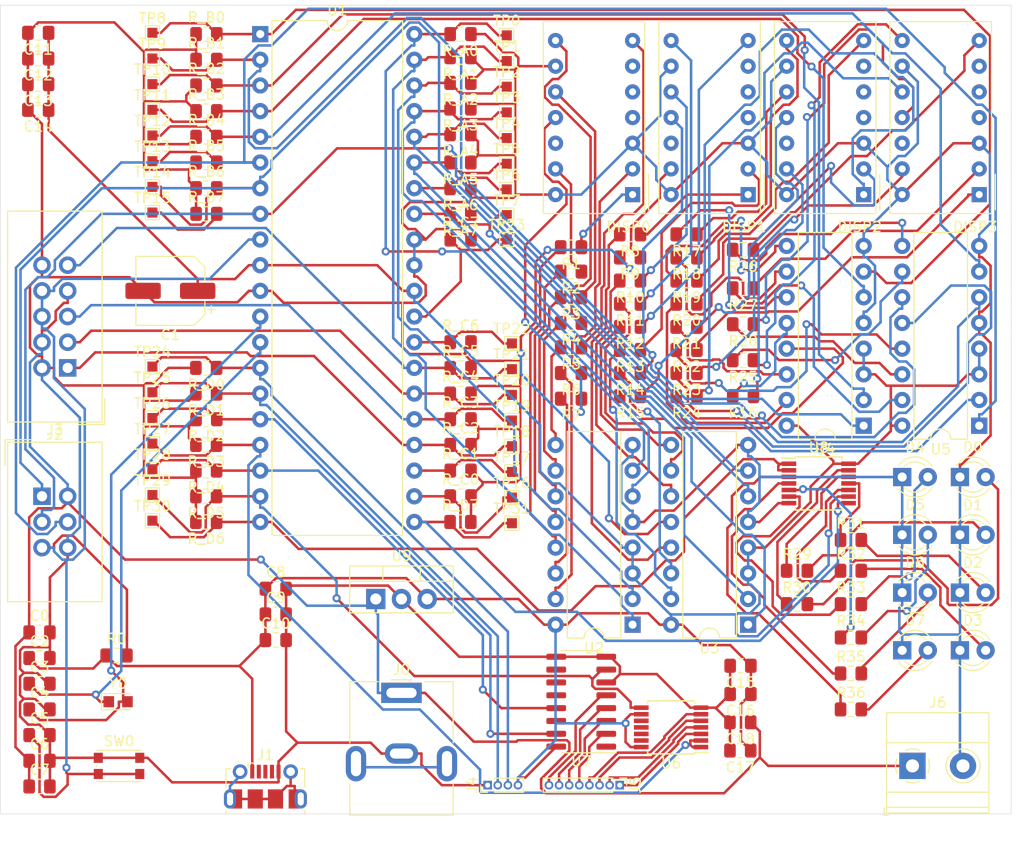
<source format=kicad_pcb>
(kicad_pcb (version 20171130) (host pcbnew 5.1.4)

  (general
    (thickness 1.6)
    (drawings 4)
    (tracks 1900)
    (zones 0)
    (modules 150)
    (nets 149)
  )

  (page A4)
  (layers
    (0 F.Cu signal)
    (31 B.Cu signal)
    (32 B.Adhes user)
    (33 F.Adhes user)
    (34 B.Paste user)
    (35 F.Paste user)
    (36 B.SilkS user)
    (37 F.SilkS user)
    (38 B.Mask user)
    (39 F.Mask user)
    (40 Dwgs.User user)
    (41 Cmts.User user)
    (42 Eco1.User user)
    (43 Eco2.User user)
    (44 Edge.Cuts user)
    (45 Margin user)
    (46 B.CrtYd user)
    (47 F.CrtYd user)
    (48 B.Fab user)
    (49 F.Fab user)
  )

  (setup
    (last_trace_width 0.25)
    (trace_clearance 0.2)
    (zone_clearance 0.508)
    (zone_45_only no)
    (trace_min 0.2)
    (via_size 0.8)
    (via_drill 0.4)
    (via_min_size 0.4)
    (via_min_drill 0.3)
    (uvia_size 0.8)
    (uvia_drill 0.4)
    (uvias_allowed no)
    (uvia_min_size 0.2)
    (uvia_min_drill 0.1)
    (edge_width 0.05)
    (segment_width 0.18)
    (pcb_text_width 0.3)
    (pcb_text_size 1.5 1.5)
    (mod_edge_width 0.12)
    (mod_text_size 1 1)
    (mod_text_width 0.15)
    (pad_size 1.15 1.4)
    (pad_drill 0)
    (pad_to_mask_clearance 0.1)
    (solder_mask_min_width 0.25)
    (aux_axis_origin 0 0)
    (visible_elements 7FFFFFFF)
    (pcbplotparams
      (layerselection 0x010fc_ffffffff)
      (usegerberextensions false)
      (usegerberattributes false)
      (usegerberadvancedattributes false)
      (creategerberjobfile false)
      (excludeedgelayer true)
      (linewidth 0.100000)
      (plotframeref false)
      (viasonmask false)
      (mode 1)
      (useauxorigin false)
      (hpglpennumber 1)
      (hpglpenspeed 20)
      (hpglpendiameter 15.000000)
      (psnegative false)
      (psa4output false)
      (plotreference true)
      (plotvalue true)
      (plotinvisibletext false)
      (padsonsilk false)
      (subtractmaskfromsilk false)
      (outputformat 1)
      (mirror false)
      (drillshape 1)
      (scaleselection 1)
      (outputdirectory ""))
  )

  (net 0 "")
  (net 1 Vss)
  (net 2 "Net-(C0-Pad1)")
  (net 3 Vdd)
  (net 4 "Net-(C3-Pad1)")
  (net 5 "Net-(C4-Pad1)")
  (net 6 NRST)
  (net 7 "Net-(D0-Pad2)")
  (net 8 "Net-(D1-Pad2)")
  (net 9 "Net-(D2-Pad2)")
  (net 10 "Net-(D3-Pad2)")
  (net 11 "Net-(D4-Pad2)")
  (net 12 "Net-(D5-Pad2)")
  (net 13 "Net-(D6-Pad2)")
  (net 14 "Net-(D7-Pad2)")
  (net 15 "Net-(DISP0-Pad10)")
  (net 16 "Net-(DISP0-Pad7)")
  (net 17 "Net-(DISP0-Pad6)")
  (net 18 "Net-(DISP0-Pad4)")
  (net 19 "Net-(DISP0-Pad2)")
  (net 20 "Net-(DISP1-Pad10)")
  (net 21 "Net-(DISP1-Pad7)")
  (net 22 "Net-(DISP1-Pad6)")
  (net 23 "Net-(DISP1-Pad4)")
  (net 24 "Net-(DISP1-Pad2)")
  (net 25 "Net-(DISP2-Pad10)")
  (net 26 "Net-(DISP2-Pad7)")
  (net 27 "Net-(DISP2-Pad6)")
  (net 28 "Net-(DISP2-Pad4)")
  (net 29 "Net-(DISP2-Pad2)")
  (net 30 "Net-(DISP3-Pad10)")
  (net 31 "Net-(DISP3-Pad7)")
  (net 32 "Net-(DISP3-Pad6)")
  (net 33 "Net-(DISP3-Pad4)")
  (net 34 "Net-(DISP3-Pad2)")
  (net 35 "Net-(J0-PadMP)")
  (net 36 "Net-(J1-Pad6)")
  (net 37 "Net-(J1-Pad3)")
  (net 38 "Net-(J1-Pad4)")
  (net 39 "Net-(J1-Pad2)")
  (net 40 TDI)
  (net 41 TMS)
  (net 42 TDO)
  (net 43 TCK)
  (net 44 MOSI)
  (net 45 SCK)
  (net 46 MISO)
  (net 47 RXD)
  (net 48 TXD)
  (net 49 "Net-(J5-Pad8)")
  (net 50 "Net-(J5-Pad7)")
  (net 51 "Net-(J5-Pad6)")
  (net 52 "Net-(J5-Pad5)")
  (net 53 "Net-(J5-Pad4)")
  (net 54 "Net-(J5-Pad3)")
  (net 55 "Net-(J5-Pad2)")
  (net 56 "Net-(J5-Pad1)")
  (net 57 "Net-(R1-Pad2)")
  (net 58 "Net-(R2-Pad2)")
  (net 59 "Net-(R3-Pad2)")
  (net 60 "Net-(R4-Pad2)")
  (net 61 "Net-(R5-Pad2)")
  (net 62 "Net-(R6-Pad2)")
  (net 63 "Net-(R7-Pad2)")
  (net 64 "Net-(R8-Pad2)")
  (net 65 "Net-(R9-Pad2)")
  (net 66 "Net-(R10-Pad2)")
  (net 67 "Net-(R11-Pad2)")
  (net 68 "Net-(R12-Pad2)")
  (net 69 "Net-(R13-Pad2)")
  (net 70 "Net-(R14-Pad2)")
  (net 71 "Net-(R15-Pad2)")
  (net 72 "Net-(R16-Pad2)")
  (net 73 "Net-(R17-Pad2)")
  (net 74 "Net-(R18-Pad2)")
  (net 75 "Net-(R19-Pad2)")
  (net 76 "Net-(R20-Pad2)")
  (net 77 "Net-(R21-Pad2)")
  (net 78 "Net-(R22-Pad2)")
  (net 79 "Net-(R23-Pad2)")
  (net 80 "Net-(R24-Pad2)")
  (net 81 "Net-(R25-Pad2)")
  (net 82 "Net-(R26-Pad2)")
  (net 83 "Net-(R27-Pad2)")
  (net 84 "Net-(R28-Pad2)")
  (net 85 "Net-(R29-Pad1)")
  (net 86 "Net-(R30-Pad1)")
  (net 87 "Net-(R31-Pad1)")
  (net 88 "Net-(R32-Pad1)")
  (net 89 "Net-(R33-Pad1)")
  (net 90 "Net-(R34-Pad1)")
  (net 91 "Net-(R35-Pad1)")
  (net 92 "Net-(R36-Pad1)")
  (net 93 /Display/CHAR0_0)
  (net 94 /Display/CHAR0_1)
  (net 95 /Display/CHAR0_2)
  (net 96 /Display/CHAR0_3)
  (net 97 /Display/CHAR1_0)
  (net 98 /Display/CHAR1_1)
  (net 99 /Display/CHAR1_2)
  (net 100 /Display/CHAR1_3)
  (net 101 /Display/CHAR2_0)
  (net 102 /Display/CHAR2_1)
  (net 103 /Display/CHAR2_2)
  (net 104 /Display/CHAR2_3)
  (net 105 /Display/CHAR3_0)
  (net 106 "Net-(R_C0-Pad1)")
  (net 107 "Net-(R_C1-Pad1)")
  (net 108 "Net-(R_C6-Pad1)")
  (net 109 "Net-(R_C7-Pad1)")
  (net 110 LOAD)
  (net 111 ROWS)
  (net 112 COLUMNS)
  (net 113 CLK_BUTTONS)
  (net 114 STATUS)
  (net 115 CLK_STATUS)
  (net 116 "Net-(U6-Pad13)")
  (net 117 "Net-(U6-Pad12)")
  (net 118 "Net-(U6-Pad11)")
  (net 119 "Net-(U6-Pad10)")
  (net 120 "Net-(U7-Pad14)")
  (net 121 "Net-(U7-Pad12)")
  (net 122 "Net-(U7-Pad11)")
  (net 123 "Net-(U7-Pad10)")
  (net 124 "Net-(U7-Pad1)")
  (net 125 "Net-(DISP0-Pad1)")
  (net 126 "Net-(DISP0-Pad5)")
  (net 127 "Net-(DISP0-Pad8)")
  (net 128 "Net-(DISP0-Pad11)")
  (net 129 "Net-(DISP0-Pad12)")
  (net 130 "Net-(DISP0-Pad13)")
  (net 131 "Net-(DISP1-Pad13)")
  (net 132 "Net-(DISP1-Pad12)")
  (net 133 "Net-(DISP1-Pad11)")
  (net 134 "Net-(DISP1-Pad8)")
  (net 135 "Net-(DISP1-Pad5)")
  (net 136 "Net-(DISP1-Pad1)")
  (net 137 "Net-(DISP2-Pad1)")
  (net 138 "Net-(DISP2-Pad5)")
  (net 139 "Net-(DISP2-Pad8)")
  (net 140 "Net-(DISP2-Pad11)")
  (net 141 "Net-(DISP2-Pad12)")
  (net 142 "Net-(DISP2-Pad13)")
  (net 143 "Net-(DISP3-Pad13)")
  (net 144 "Net-(DISP3-Pad12)")
  (net 145 "Net-(DISP3-Pad11)")
  (net 146 "Net-(DISP3-Pad8)")
  (net 147 "Net-(DISP3-Pad5)")
  (net 148 "Net-(DISP3-Pad1)")

  (net_class Default "Dies ist die voreingestellte Netzklasse."
    (clearance 0.2)
    (trace_width 0.25)
    (via_dia 0.8)
    (via_drill 0.4)
    (uvia_dia 0.8)
    (uvia_drill 0.4)
    (add_net /Display/CHAR0_0)
    (add_net /Display/CHAR0_1)
    (add_net /Display/CHAR0_2)
    (add_net /Display/CHAR0_3)
    (add_net /Display/CHAR1_0)
    (add_net /Display/CHAR1_1)
    (add_net /Display/CHAR1_2)
    (add_net /Display/CHAR1_3)
    (add_net /Display/CHAR2_0)
    (add_net /Display/CHAR2_1)
    (add_net /Display/CHAR2_2)
    (add_net /Display/CHAR2_3)
    (add_net /Display/CHAR3_0)
    (add_net CLK_BUTTONS)
    (add_net CLK_STATUS)
    (add_net COLUMNS)
    (add_net LOAD)
    (add_net MISO)
    (add_net MOSI)
    (add_net NRST)
    (add_net "Net-(C0-Pad1)")
    (add_net "Net-(C3-Pad1)")
    (add_net "Net-(C4-Pad1)")
    (add_net "Net-(D0-Pad2)")
    (add_net "Net-(D1-Pad2)")
    (add_net "Net-(D2-Pad2)")
    (add_net "Net-(D3-Pad2)")
    (add_net "Net-(D4-Pad2)")
    (add_net "Net-(D5-Pad2)")
    (add_net "Net-(D6-Pad2)")
    (add_net "Net-(D7-Pad2)")
    (add_net "Net-(DISP0-Pad1)")
    (add_net "Net-(DISP0-Pad10)")
    (add_net "Net-(DISP0-Pad11)")
    (add_net "Net-(DISP0-Pad12)")
    (add_net "Net-(DISP0-Pad13)")
    (add_net "Net-(DISP0-Pad2)")
    (add_net "Net-(DISP0-Pad4)")
    (add_net "Net-(DISP0-Pad5)")
    (add_net "Net-(DISP0-Pad6)")
    (add_net "Net-(DISP0-Pad7)")
    (add_net "Net-(DISP0-Pad8)")
    (add_net "Net-(DISP1-Pad1)")
    (add_net "Net-(DISP1-Pad10)")
    (add_net "Net-(DISP1-Pad11)")
    (add_net "Net-(DISP1-Pad12)")
    (add_net "Net-(DISP1-Pad13)")
    (add_net "Net-(DISP1-Pad2)")
    (add_net "Net-(DISP1-Pad4)")
    (add_net "Net-(DISP1-Pad5)")
    (add_net "Net-(DISP1-Pad6)")
    (add_net "Net-(DISP1-Pad7)")
    (add_net "Net-(DISP1-Pad8)")
    (add_net "Net-(DISP2-Pad1)")
    (add_net "Net-(DISP2-Pad10)")
    (add_net "Net-(DISP2-Pad11)")
    (add_net "Net-(DISP2-Pad12)")
    (add_net "Net-(DISP2-Pad13)")
    (add_net "Net-(DISP2-Pad2)")
    (add_net "Net-(DISP2-Pad4)")
    (add_net "Net-(DISP2-Pad5)")
    (add_net "Net-(DISP2-Pad6)")
    (add_net "Net-(DISP2-Pad7)")
    (add_net "Net-(DISP2-Pad8)")
    (add_net "Net-(DISP3-Pad1)")
    (add_net "Net-(DISP3-Pad10)")
    (add_net "Net-(DISP3-Pad11)")
    (add_net "Net-(DISP3-Pad12)")
    (add_net "Net-(DISP3-Pad13)")
    (add_net "Net-(DISP3-Pad2)")
    (add_net "Net-(DISP3-Pad4)")
    (add_net "Net-(DISP3-Pad5)")
    (add_net "Net-(DISP3-Pad6)")
    (add_net "Net-(DISP3-Pad7)")
    (add_net "Net-(DISP3-Pad8)")
    (add_net "Net-(J0-PadMP)")
    (add_net "Net-(J1-Pad2)")
    (add_net "Net-(J1-Pad3)")
    (add_net "Net-(J1-Pad4)")
    (add_net "Net-(J1-Pad6)")
    (add_net "Net-(J5-Pad1)")
    (add_net "Net-(J5-Pad2)")
    (add_net "Net-(J5-Pad3)")
    (add_net "Net-(J5-Pad4)")
    (add_net "Net-(J5-Pad5)")
    (add_net "Net-(J5-Pad6)")
    (add_net "Net-(J5-Pad7)")
    (add_net "Net-(J5-Pad8)")
    (add_net "Net-(R1-Pad2)")
    (add_net "Net-(R10-Pad2)")
    (add_net "Net-(R11-Pad2)")
    (add_net "Net-(R12-Pad2)")
    (add_net "Net-(R13-Pad2)")
    (add_net "Net-(R14-Pad2)")
    (add_net "Net-(R15-Pad2)")
    (add_net "Net-(R16-Pad2)")
    (add_net "Net-(R17-Pad2)")
    (add_net "Net-(R18-Pad2)")
    (add_net "Net-(R19-Pad2)")
    (add_net "Net-(R2-Pad2)")
    (add_net "Net-(R20-Pad2)")
    (add_net "Net-(R21-Pad2)")
    (add_net "Net-(R22-Pad2)")
    (add_net "Net-(R23-Pad2)")
    (add_net "Net-(R24-Pad2)")
    (add_net "Net-(R25-Pad2)")
    (add_net "Net-(R26-Pad2)")
    (add_net "Net-(R27-Pad2)")
    (add_net "Net-(R28-Pad2)")
    (add_net "Net-(R29-Pad1)")
    (add_net "Net-(R3-Pad2)")
    (add_net "Net-(R30-Pad1)")
    (add_net "Net-(R31-Pad1)")
    (add_net "Net-(R32-Pad1)")
    (add_net "Net-(R33-Pad1)")
    (add_net "Net-(R34-Pad1)")
    (add_net "Net-(R35-Pad1)")
    (add_net "Net-(R36-Pad1)")
    (add_net "Net-(R4-Pad2)")
    (add_net "Net-(R5-Pad2)")
    (add_net "Net-(R6-Pad2)")
    (add_net "Net-(R7-Pad2)")
    (add_net "Net-(R8-Pad2)")
    (add_net "Net-(R9-Pad2)")
    (add_net "Net-(R_C0-Pad1)")
    (add_net "Net-(R_C1-Pad1)")
    (add_net "Net-(R_C6-Pad1)")
    (add_net "Net-(R_C7-Pad1)")
    (add_net "Net-(U6-Pad10)")
    (add_net "Net-(U6-Pad11)")
    (add_net "Net-(U6-Pad12)")
    (add_net "Net-(U6-Pad13)")
    (add_net "Net-(U7-Pad1)")
    (add_net "Net-(U7-Pad10)")
    (add_net "Net-(U7-Pad11)")
    (add_net "Net-(U7-Pad12)")
    (add_net "Net-(U7-Pad14)")
    (add_net ROWS)
    (add_net RXD)
    (add_net SCK)
    (add_net STATUS)
    (add_net TCK)
    (add_net TDI)
    (add_net TDO)
    (add_net TMS)
    (add_net TXD)
    (add_net Vdd)
    (add_net Vss)
  )

  (module Package_DIP:DIP-40_W15.24mm (layer F.Cu) (tedit 5A02E8C5) (tstamp 5DDBD5F0)
    (at 45.72 22.86)
    (descr "40-lead though-hole mounted DIP package, row spacing 15.24 mm (600 mils)")
    (tags "THT DIP DIL PDIP 2.54mm 15.24mm 600mil")
    (path /5DB85A9E)
    (fp_text reference U1 (at 7.62 -2.33) (layer F.SilkS)
      (effects (font (size 1 1) (thickness 0.15)))
    )
    (fp_text value ATmega16A-PU (at 7.62 50.59) (layer F.Fab)
      (effects (font (size 1 1) (thickness 0.15)))
    )
    (fp_text user %R (at 7.62 24.13) (layer F.Fab)
      (effects (font (size 1 1) (thickness 0.15)))
    )
    (fp_line (start 16.3 -1.55) (end -1.05 -1.55) (layer F.CrtYd) (width 0.05))
    (fp_line (start 16.3 49.8) (end 16.3 -1.55) (layer F.CrtYd) (width 0.05))
    (fp_line (start -1.05 49.8) (end 16.3 49.8) (layer F.CrtYd) (width 0.05))
    (fp_line (start -1.05 -1.55) (end -1.05 49.8) (layer F.CrtYd) (width 0.05))
    (fp_line (start 14.08 -1.33) (end 8.62 -1.33) (layer F.SilkS) (width 0.12))
    (fp_line (start 14.08 49.59) (end 14.08 -1.33) (layer F.SilkS) (width 0.12))
    (fp_line (start 1.16 49.59) (end 14.08 49.59) (layer F.SilkS) (width 0.12))
    (fp_line (start 1.16 -1.33) (end 1.16 49.59) (layer F.SilkS) (width 0.12))
    (fp_line (start 6.62 -1.33) (end 1.16 -1.33) (layer F.SilkS) (width 0.12))
    (fp_line (start 0.255 -0.27) (end 1.255 -1.27) (layer F.Fab) (width 0.1))
    (fp_line (start 0.255 49.53) (end 0.255 -0.27) (layer F.Fab) (width 0.1))
    (fp_line (start 14.985 49.53) (end 0.255 49.53) (layer F.Fab) (width 0.1))
    (fp_line (start 14.985 -1.27) (end 14.985 49.53) (layer F.Fab) (width 0.1))
    (fp_line (start 1.255 -1.27) (end 14.985 -1.27) (layer F.Fab) (width 0.1))
    (fp_arc (start 7.62 -1.33) (end 6.62 -1.33) (angle -180) (layer F.SilkS) (width 0.12))
    (pad 40 thru_hole oval (at 15.24 0) (size 1.6 1.6) (drill 0.8) (layers *.Cu *.Mask)
      (net 93 /Display/CHAR0_0))
    (pad 20 thru_hole oval (at 0 48.26) (size 1.6 1.6) (drill 0.8) (layers *.Cu *.Mask)
      (net 114 STATUS))
    (pad 39 thru_hole oval (at 15.24 2.54) (size 1.6 1.6) (drill 0.8) (layers *.Cu *.Mask)
      (net 94 /Display/CHAR0_1))
    (pad 19 thru_hole oval (at 0 45.72) (size 1.6 1.6) (drill 0.8) (layers *.Cu *.Mask)
      (net 113 CLK_BUTTONS))
    (pad 38 thru_hole oval (at 15.24 5.08) (size 1.6 1.6) (drill 0.8) (layers *.Cu *.Mask)
      (net 95 /Display/CHAR0_2))
    (pad 18 thru_hole oval (at 0 43.18) (size 1.6 1.6) (drill 0.8) (layers *.Cu *.Mask)
      (net 112 COLUMNS))
    (pad 37 thru_hole oval (at 15.24 7.62) (size 1.6 1.6) (drill 0.8) (layers *.Cu *.Mask)
      (net 96 /Display/CHAR0_3))
    (pad 17 thru_hole oval (at 0 40.64) (size 1.6 1.6) (drill 0.8) (layers *.Cu *.Mask)
      (net 111 ROWS))
    (pad 36 thru_hole oval (at 15.24 10.16) (size 1.6 1.6) (drill 0.8) (layers *.Cu *.Mask)
      (net 97 /Display/CHAR1_0))
    (pad 16 thru_hole oval (at 0 38.1) (size 1.6 1.6) (drill 0.8) (layers *.Cu *.Mask)
      (net 110 LOAD))
    (pad 35 thru_hole oval (at 15.24 12.7) (size 1.6 1.6) (drill 0.8) (layers *.Cu *.Mask)
      (net 98 /Display/CHAR1_1))
    (pad 15 thru_hole oval (at 0 35.56) (size 1.6 1.6) (drill 0.8) (layers *.Cu *.Mask)
      (net 48 TXD))
    (pad 34 thru_hole oval (at 15.24 15.24) (size 1.6 1.6) (drill 0.8) (layers *.Cu *.Mask)
      (net 99 /Display/CHAR1_2))
    (pad 14 thru_hole oval (at 0 33.02) (size 1.6 1.6) (drill 0.8) (layers *.Cu *.Mask)
      (net 47 RXD))
    (pad 33 thru_hole oval (at 15.24 17.78) (size 1.6 1.6) (drill 0.8) (layers *.Cu *.Mask)
      (net 100 /Display/CHAR1_3))
    (pad 13 thru_hole oval (at 0 30.48) (size 1.6 1.6) (drill 0.8) (layers *.Cu *.Mask)
      (net 4 "Net-(C3-Pad1)"))
    (pad 32 thru_hole oval (at 15.24 20.32) (size 1.6 1.6) (drill 0.8) (layers *.Cu *.Mask)
      (net 1 Vss))
    (pad 12 thru_hole oval (at 0 27.94) (size 1.6 1.6) (drill 0.8) (layers *.Cu *.Mask)
      (net 5 "Net-(C4-Pad1)"))
    (pad 31 thru_hole oval (at 15.24 22.86) (size 1.6 1.6) (drill 0.8) (layers *.Cu *.Mask)
      (net 1 Vss))
    (pad 11 thru_hole oval (at 0 25.4) (size 1.6 1.6) (drill 0.8) (layers *.Cu *.Mask)
      (net 1 Vss))
    (pad 30 thru_hole oval (at 15.24 25.4) (size 1.6 1.6) (drill 0.8) (layers *.Cu *.Mask)
      (net 3 Vdd))
    (pad 10 thru_hole oval (at 0 22.86) (size 1.6 1.6) (drill 0.8) (layers *.Cu *.Mask)
      (net 3 Vdd))
    (pad 29 thru_hole oval (at 15.24 27.94) (size 1.6 1.6) (drill 0.8) (layers *.Cu *.Mask)
      (net 109 "Net-(R_C7-Pad1)"))
    (pad 9 thru_hole oval (at 0 20.32) (size 1.6 1.6) (drill 0.8) (layers *.Cu *.Mask)
      (net 6 NRST))
    (pad 28 thru_hole oval (at 15.24 30.48) (size 1.6 1.6) (drill 0.8) (layers *.Cu *.Mask)
      (net 108 "Net-(R_C6-Pad1)"))
    (pad 8 thru_hole oval (at 0 17.78) (size 1.6 1.6) (drill 0.8) (layers *.Cu *.Mask)
      (net 45 SCK))
    (pad 27 thru_hole oval (at 15.24 33.02) (size 1.6 1.6) (drill 0.8) (layers *.Cu *.Mask)
      (net 40 TDI))
    (pad 7 thru_hole oval (at 0 15.24) (size 1.6 1.6) (drill 0.8) (layers *.Cu *.Mask)
      (net 46 MISO))
    (pad 26 thru_hole oval (at 15.24 35.56) (size 1.6 1.6) (drill 0.8) (layers *.Cu *.Mask)
      (net 42 TDO))
    (pad 6 thru_hole oval (at 0 12.7) (size 1.6 1.6) (drill 0.8) (layers *.Cu *.Mask)
      (net 44 MOSI))
    (pad 25 thru_hole oval (at 15.24 38.1) (size 1.6 1.6) (drill 0.8) (layers *.Cu *.Mask)
      (net 41 TMS))
    (pad 5 thru_hole oval (at 0 10.16) (size 1.6 1.6) (drill 0.8) (layers *.Cu *.Mask)
      (net 105 /Display/CHAR3_0))
    (pad 24 thru_hole oval (at 15.24 40.64) (size 1.6 1.6) (drill 0.8) (layers *.Cu *.Mask)
      (net 43 TCK))
    (pad 4 thru_hole oval (at 0 7.62) (size 1.6 1.6) (drill 0.8) (layers *.Cu *.Mask)
      (net 104 /Display/CHAR2_3))
    (pad 23 thru_hole oval (at 15.24 43.18) (size 1.6 1.6) (drill 0.8) (layers *.Cu *.Mask)
      (net 107 "Net-(R_C1-Pad1)"))
    (pad 3 thru_hole oval (at 0 5.08) (size 1.6 1.6) (drill 0.8) (layers *.Cu *.Mask)
      (net 103 /Display/CHAR2_2))
    (pad 22 thru_hole oval (at 15.24 45.72) (size 1.6 1.6) (drill 0.8) (layers *.Cu *.Mask)
      (net 106 "Net-(R_C0-Pad1)"))
    (pad 2 thru_hole oval (at 0 2.54) (size 1.6 1.6) (drill 0.8) (layers *.Cu *.Mask)
      (net 102 /Display/CHAR2_1))
    (pad 21 thru_hole oval (at 15.24 48.26) (size 1.6 1.6) (drill 0.8) (layers *.Cu *.Mask)
      (net 115 CLK_STATUS))
    (pad 1 thru_hole rect (at 0 0) (size 1.6 1.6) (drill 0.8) (layers *.Cu *.Mask)
      (net 101 /Display/CHAR2_0))
    (model ${KISYS3DMOD}/Package_DIP.3dshapes/DIP-40_W15.24mm.wrl
      (at (xyz 0 0 0))
      (scale (xyz 1 1 1))
      (rotate (xyz 0 0 0))
    )
  )

  (module Resistor_SMD:R_0805_2012Metric_Pad1.15x1.40mm_HandSolder (layer F.Cu) (tedit 5B36C52B) (tstamp 5DDBD213)
    (at 65.523 32.766 180)
    (descr "Resistor SMD 0805 (2012 Metric), square (rectangular) end terminal, IPC_7351 nominal with elongated pad for handsoldering. (Body size source: https://docs.google.com/spreadsheets/d/1BsfQQcO9C6DZCsRaXUlFlo91Tg2WpOkGARC1WS5S8t0/edit?usp=sharing), generated with kicad-footprint-generator")
    (tags "resistor handsolder")
    (path /5DE41C32)
    (attr smd)
    (fp_text reference R_A4 (at 0 -1.65) (layer F.SilkS)
      (effects (font (size 1 1) (thickness 0.15)))
    )
    (fp_text value R (at 0 1.65) (layer F.Fab)
      (effects (font (size 1 1) (thickness 0.15)))
    )
    (fp_text user %R (at 0 0) (layer F.Fab)
      (effects (font (size 0.5 0.5) (thickness 0.08)))
    )
    (fp_line (start 1.85 0.95) (end -1.85 0.95) (layer F.CrtYd) (width 0.05))
    (fp_line (start 1.85 -0.95) (end 1.85 0.95) (layer F.CrtYd) (width 0.05))
    (fp_line (start -1.85 -0.95) (end 1.85 -0.95) (layer F.CrtYd) (width 0.05))
    (fp_line (start -1.85 0.95) (end -1.85 -0.95) (layer F.CrtYd) (width 0.05))
    (fp_line (start -0.261252 0.71) (end 0.261252 0.71) (layer F.SilkS) (width 0.12))
    (fp_line (start -0.261252 -0.71) (end 0.261252 -0.71) (layer F.SilkS) (width 0.12))
    (fp_line (start 1 0.6) (end -1 0.6) (layer F.Fab) (width 0.1))
    (fp_line (start 1 -0.6) (end 1 0.6) (layer F.Fab) (width 0.1))
    (fp_line (start -1 -0.6) (end 1 -0.6) (layer F.Fab) (width 0.1))
    (fp_line (start -1 0.6) (end -1 -0.6) (layer F.Fab) (width 0.1))
    (pad 2 smd roundrect (at 1.025 0 180) (size 1.15 1.4) (layers F.Cu F.Paste F.Mask) (roundrect_rratio 0.217391)
      (net 97 /Display/CHAR1_0))
    (pad 1 smd roundrect (at -1.025 0 180) (size 1.15 1.4) (layers F.Cu F.Paste F.Mask) (roundrect_rratio 0.217391)
      (net 1 Vss))
    (model ${KISYS3DMOD}/Resistor_SMD.3dshapes/R_0805_2012Metric.wrl
      (at (xyz 0 0 0))
      (scale (xyz 1 1 1))
      (rotate (xyz 0 0 0))
    )
  )

  (module Resistor_SMD:R_0805_2012Metric_Pad1.15x1.40mm_HandSolder (layer F.Cu) (tedit 5B36C52B) (tstamp 5DDBD1CF)
    (at 65.532 22.86 180)
    (descr "Resistor SMD 0805 (2012 Metric), square (rectangular) end terminal, IPC_7351 nominal with elongated pad for handsoldering. (Body size source: https://docs.google.com/spreadsheets/d/1BsfQQcO9C6DZCsRaXUlFlo91Tg2WpOkGARC1WS5S8t0/edit?usp=sharing), generated with kicad-footprint-generator")
    (tags "resistor handsolder")
    (path /5DE3F959)
    (attr smd)
    (fp_text reference R_A0 (at 0 -1.65) (layer F.SilkS)
      (effects (font (size 1 1) (thickness 0.15)))
    )
    (fp_text value R (at 0 1.65) (layer F.Fab)
      (effects (font (size 1 1) (thickness 0.15)))
    )
    (fp_text user %R (at 0 0) (layer F.Fab)
      (effects (font (size 0.5 0.5) (thickness 0.08)))
    )
    (fp_line (start 1.85 0.95) (end -1.85 0.95) (layer F.CrtYd) (width 0.05))
    (fp_line (start 1.85 -0.95) (end 1.85 0.95) (layer F.CrtYd) (width 0.05))
    (fp_line (start -1.85 -0.95) (end 1.85 -0.95) (layer F.CrtYd) (width 0.05))
    (fp_line (start -1.85 0.95) (end -1.85 -0.95) (layer F.CrtYd) (width 0.05))
    (fp_line (start -0.261252 0.71) (end 0.261252 0.71) (layer F.SilkS) (width 0.12))
    (fp_line (start -0.261252 -0.71) (end 0.261252 -0.71) (layer F.SilkS) (width 0.12))
    (fp_line (start 1 0.6) (end -1 0.6) (layer F.Fab) (width 0.1))
    (fp_line (start 1 -0.6) (end 1 0.6) (layer F.Fab) (width 0.1))
    (fp_line (start -1 -0.6) (end 1 -0.6) (layer F.Fab) (width 0.1))
    (fp_line (start -1 0.6) (end -1 -0.6) (layer F.Fab) (width 0.1))
    (pad 2 smd roundrect (at 1.025 0 180) (size 1.15 1.4) (layers F.Cu F.Paste F.Mask) (roundrect_rratio 0.217391)
      (net 93 /Display/CHAR0_0))
    (pad 1 smd roundrect (at -1.025 0 180) (size 1.15 1.4) (layers F.Cu F.Paste F.Mask) (roundrect_rratio 0.217391)
      (net 1 Vss))
    (model ${KISYS3DMOD}/Resistor_SMD.3dshapes/R_0805_2012Metric.wrl
      (at (xyz 0 0 0))
      (scale (xyz 1 1 1))
      (rotate (xyz 0 0 0))
    )
  )

  (module Crystal:Crystal_SMD_2012-2Pin_2.0x1.2mm_HandSoldering (layer F.Cu) (tedit 5A0FD1B2) (tstamp 5DDBD719)
    (at 31.659 88.9)
    (descr "SMD Crystal 2012/2 http://txccrystal.com/images/pdf/9ht11.pdf, hand-soldering, 2.0x1.2mm^2 package")
    (tags "SMD SMT crystal hand-soldering")
    (path /5DCCBC8A)
    (attr smd)
    (fp_text reference Y0 (at 0 -1.8) (layer F.SilkS)
      (effects (font (size 1 1) (thickness 0.15)))
    )
    (fp_text value Crystal (at 0 1.8) (layer F.Fab)
      (effects (font (size 1 1) (thickness 0.15)))
    )
    (fp_circle (center 0 0) (end 0.046667 0) (layer F.Adhes) (width 0.093333))
    (fp_circle (center 0 0) (end 0.106667 0) (layer F.Adhes) (width 0.066667))
    (fp_circle (center 0 0) (end 0.166667 0) (layer F.Adhes) (width 0.066667))
    (fp_circle (center 0 0) (end 0.2 0) (layer F.Adhes) (width 0.1))
    (fp_line (start 1.7 -0.9) (end -1.7 -0.9) (layer F.CrtYd) (width 0.05))
    (fp_line (start 1.7 0.9) (end 1.7 -0.9) (layer F.CrtYd) (width 0.05))
    (fp_line (start -1.7 0.9) (end 1.7 0.9) (layer F.CrtYd) (width 0.05))
    (fp_line (start -1.7 -0.9) (end -1.7 0.9) (layer F.CrtYd) (width 0.05))
    (fp_line (start -1.65 0.8) (end 1.2 0.8) (layer F.SilkS) (width 0.12))
    (fp_line (start -1.65 -0.8) (end -1.65 0.8) (layer F.SilkS) (width 0.12))
    (fp_line (start 1.2 -0.8) (end -1.65 -0.8) (layer F.SilkS) (width 0.12))
    (fp_line (start -1 0.1) (end -0.5 0.6) (layer F.Fab) (width 0.1))
    (fp_line (start 1 -0.6) (end -1 -0.6) (layer F.Fab) (width 0.1))
    (fp_line (start 1 0.6) (end 1 -0.6) (layer F.Fab) (width 0.1))
    (fp_line (start -1 0.6) (end 1 0.6) (layer F.Fab) (width 0.1))
    (fp_line (start -1 -0.6) (end -1 0.6) (layer F.Fab) (width 0.1))
    (fp_text user %R (at 0 0) (layer F.Fab)
      (effects (font (size 0.5 0.5) (thickness 0.075)))
    )
    (pad 2 smd rect (at 0.925 0) (size 1.05 1.1) (layers F.Cu F.Paste F.Mask)
      (net 5 "Net-(C4-Pad1)"))
    (pad 1 smd rect (at -0.925 0) (size 1.05 1.1) (layers F.Cu F.Paste F.Mask)
      (net 4 "Net-(C3-Pad1)"))
    (model ${KISYS3DMOD}/Crystal.3dshapes/Crystal_SMD_2012-2Pin_2.0x1.2mm_HandSoldering.wrl
      (at (xyz 0 0 0))
      (scale (xyz 1 1 1))
      (rotate (xyz 0 0 0))
    )
  )

  (module Package_TO_SOT_THT:TO-220-3_Vertical (layer F.Cu) (tedit 5AC8BA0D) (tstamp 5DDBD702)
    (at 57.15 78.74)
    (descr "TO-220-3, Vertical, RM 2.54mm, see https://www.vishay.com/docs/66542/to-220-1.pdf")
    (tags "TO-220-3 Vertical RM 2.54mm")
    (path /5DE337F2)
    (fp_text reference U9 (at 2.54 -4.27) (layer F.SilkS)
      (effects (font (size 1 1) (thickness 0.15)))
    )
    (fp_text value L7805 (at 2.54 2.5) (layer F.Fab)
      (effects (font (size 1 1) (thickness 0.15)))
    )
    (fp_text user %R (at 2.54 -4.27) (layer F.Fab)
      (effects (font (size 1 1) (thickness 0.15)))
    )
    (fp_line (start 7.79 -3.4) (end -2.71 -3.4) (layer F.CrtYd) (width 0.05))
    (fp_line (start 7.79 1.51) (end 7.79 -3.4) (layer F.CrtYd) (width 0.05))
    (fp_line (start -2.71 1.51) (end 7.79 1.51) (layer F.CrtYd) (width 0.05))
    (fp_line (start -2.71 -3.4) (end -2.71 1.51) (layer F.CrtYd) (width 0.05))
    (fp_line (start 4.391 -3.27) (end 4.391 -1.76) (layer F.SilkS) (width 0.12))
    (fp_line (start 0.69 -3.27) (end 0.69 -1.76) (layer F.SilkS) (width 0.12))
    (fp_line (start -2.58 -1.76) (end 7.66 -1.76) (layer F.SilkS) (width 0.12))
    (fp_line (start 7.66 -3.27) (end 7.66 1.371) (layer F.SilkS) (width 0.12))
    (fp_line (start -2.58 -3.27) (end -2.58 1.371) (layer F.SilkS) (width 0.12))
    (fp_line (start -2.58 1.371) (end 7.66 1.371) (layer F.SilkS) (width 0.12))
    (fp_line (start -2.58 -3.27) (end 7.66 -3.27) (layer F.SilkS) (width 0.12))
    (fp_line (start 4.39 -3.15) (end 4.39 -1.88) (layer F.Fab) (width 0.1))
    (fp_line (start 0.69 -3.15) (end 0.69 -1.88) (layer F.Fab) (width 0.1))
    (fp_line (start -2.46 -1.88) (end 7.54 -1.88) (layer F.Fab) (width 0.1))
    (fp_line (start 7.54 -3.15) (end -2.46 -3.15) (layer F.Fab) (width 0.1))
    (fp_line (start 7.54 1.25) (end 7.54 -3.15) (layer F.Fab) (width 0.1))
    (fp_line (start -2.46 1.25) (end 7.54 1.25) (layer F.Fab) (width 0.1))
    (fp_line (start -2.46 -3.15) (end -2.46 1.25) (layer F.Fab) (width 0.1))
    (pad 3 thru_hole oval (at 5.08 0) (size 1.905 2) (drill 1.1) (layers *.Cu *.Mask)
      (net 3 Vdd))
    (pad 2 thru_hole oval (at 2.54 0) (size 1.905 2) (drill 1.1) (layers *.Cu *.Mask)
      (net 1 Vss))
    (pad 1 thru_hole rect (at 0 0) (size 1.905 2) (drill 1.1) (layers *.Cu *.Mask)
      (net 2 "Net-(C0-Pad1)"))
    (model ${KISYS3DMOD}/Package_TO_SOT_THT.3dshapes/TO-220-3_Vertical.wrl
      (at (xyz 0 0 0))
      (scale (xyz 1 1 1))
      (rotate (xyz 0 0 0))
    )
  )

  (module Package_SO:TSSOP-14_4.4x5mm_P0.65mm (layer F.Cu) (tedit 5A02F25C) (tstamp 5DDBD6E8)
    (at 100.965 67.31)
    (descr "14-Lead Plastic Thin Shrink Small Outline (ST)-4.4 mm Body [TSSOP] (see Microchip Packaging Specification 00000049BS.pdf)")
    (tags "SSOP 0.65")
    (path /5DE30C4A/5DCAE7C2)
    (attr smd)
    (fp_text reference U8 (at 0 -3.55) (layer F.SilkS)
      (effects (font (size 1 1) (thickness 0.15)))
    )
    (fp_text value 74HC164 (at 0 3.55) (layer F.Fab)
      (effects (font (size 1 1) (thickness 0.15)))
    )
    (fp_text user %R (at 0 0) (layer F.Fab)
      (effects (font (size 0.8 0.8) (thickness 0.15)))
    )
    (fp_line (start -2.325 -2.5) (end -3.675 -2.5) (layer F.SilkS) (width 0.15))
    (fp_line (start -2.325 2.625) (end 2.325 2.625) (layer F.SilkS) (width 0.15))
    (fp_line (start -2.325 -2.625) (end 2.325 -2.625) (layer F.SilkS) (width 0.15))
    (fp_line (start -2.325 2.625) (end -2.325 2.4) (layer F.SilkS) (width 0.15))
    (fp_line (start 2.325 2.625) (end 2.325 2.4) (layer F.SilkS) (width 0.15))
    (fp_line (start 2.325 -2.625) (end 2.325 -2.4) (layer F.SilkS) (width 0.15))
    (fp_line (start -2.325 -2.625) (end -2.325 -2.5) (layer F.SilkS) (width 0.15))
    (fp_line (start -3.95 2.8) (end 3.95 2.8) (layer F.CrtYd) (width 0.05))
    (fp_line (start -3.95 -2.8) (end 3.95 -2.8) (layer F.CrtYd) (width 0.05))
    (fp_line (start 3.95 -2.8) (end 3.95 2.8) (layer F.CrtYd) (width 0.05))
    (fp_line (start -3.95 -2.8) (end -3.95 2.8) (layer F.CrtYd) (width 0.05))
    (fp_line (start -2.2 -1.5) (end -1.2 -2.5) (layer F.Fab) (width 0.15))
    (fp_line (start -2.2 2.5) (end -2.2 -1.5) (layer F.Fab) (width 0.15))
    (fp_line (start 2.2 2.5) (end -2.2 2.5) (layer F.Fab) (width 0.15))
    (fp_line (start 2.2 -2.5) (end 2.2 2.5) (layer F.Fab) (width 0.15))
    (fp_line (start -1.2 -2.5) (end 2.2 -2.5) (layer F.Fab) (width 0.15))
    (pad 14 smd rect (at 2.95 -1.95) (size 1.45 0.45) (layers F.Cu F.Paste F.Mask)
      (net 3 Vdd))
    (pad 13 smd rect (at 2.95 -1.3) (size 1.45 0.45) (layers F.Cu F.Paste F.Mask)
      (net 86 "Net-(R30-Pad1)"))
    (pad 12 smd rect (at 2.95 -0.65) (size 1.45 0.45) (layers F.Cu F.Paste F.Mask)
      (net 85 "Net-(R29-Pad1)"))
    (pad 11 smd rect (at 2.95 0) (size 1.45 0.45) (layers F.Cu F.Paste F.Mask)
      (net 87 "Net-(R31-Pad1)"))
    (pad 10 smd rect (at 2.95 0.65) (size 1.45 0.45) (layers F.Cu F.Paste F.Mask)
      (net 88 "Net-(R32-Pad1)"))
    (pad 9 smd rect (at 2.95 1.3) (size 1.45 0.45) (layers F.Cu F.Paste F.Mask)
      (net 3 Vdd))
    (pad 8 smd rect (at 2.95 1.95) (size 1.45 0.45) (layers F.Cu F.Paste F.Mask)
      (net 115 CLK_STATUS))
    (pad 7 smd rect (at -2.95 1.95) (size 1.45 0.45) (layers F.Cu F.Paste F.Mask)
      (net 1 Vss))
    (pad 6 smd rect (at -2.95 1.3) (size 1.45 0.45) (layers F.Cu F.Paste F.Mask)
      (net 89 "Net-(R33-Pad1)"))
    (pad 5 smd rect (at -2.95 0.65) (size 1.45 0.45) (layers F.Cu F.Paste F.Mask)
      (net 90 "Net-(R34-Pad1)"))
    (pad 4 smd rect (at -2.95 0) (size 1.45 0.45) (layers F.Cu F.Paste F.Mask)
      (net 91 "Net-(R35-Pad1)"))
    (pad 3 smd rect (at -2.95 -0.65) (size 1.45 0.45) (layers F.Cu F.Paste F.Mask)
      (net 92 "Net-(R36-Pad1)"))
    (pad 2 smd rect (at -2.95 -1.3) (size 1.45 0.45) (layers F.Cu F.Paste F.Mask)
      (net 114 STATUS))
    (pad 1 smd rect (at -2.95 -1.95) (size 1.45 0.45) (layers F.Cu F.Paste F.Mask)
      (net 114 STATUS))
    (model ${KISYS3DMOD}/Package_SO.3dshapes/TSSOP-14_4.4x5mm_P0.65mm.wrl
      (at (xyz 0 0 0))
      (scale (xyz 1 1 1))
      (rotate (xyz 0 0 0))
    )
  )

  (module Package_SO:SOIC-16_3.9x9.9mm_P1.27mm (layer F.Cu) (tedit 5C97300E) (tstamp 5DDBD6C5)
    (at 77.47 88.9 180)
    (descr "SOIC, 16 Pin (JEDEC MS-012AC, https://www.analog.com/media/en/package-pcb-resources/package/pkg_pdf/soic_narrow-r/r_16.pdf), generated with kicad-footprint-generator ipc_gullwing_generator.py")
    (tags "SOIC SO")
    (path /5DDEAC3F/5DCEF9EB)
    (attr smd)
    (fp_text reference U7 (at 0 -5.9) (layer F.SilkS)
      (effects (font (size 1 1) (thickness 0.15)))
    )
    (fp_text value 74LS166 (at 0 5.9) (layer F.Fab)
      (effects (font (size 1 1) (thickness 0.15)))
    )
    (fp_text user %R (at 0.635 2.54) (layer F.Fab)
      (effects (font (size 0.98 0.98) (thickness 0.15)))
    )
    (fp_line (start 3.7 -5.2) (end -3.7 -5.2) (layer F.CrtYd) (width 0.05))
    (fp_line (start 3.7 5.2) (end 3.7 -5.2) (layer F.CrtYd) (width 0.05))
    (fp_line (start -3.7 5.2) (end 3.7 5.2) (layer F.CrtYd) (width 0.05))
    (fp_line (start -3.7 -5.2) (end -3.7 5.2) (layer F.CrtYd) (width 0.05))
    (fp_line (start -1.95 -3.975) (end -0.975 -4.95) (layer F.Fab) (width 0.1))
    (fp_line (start -1.95 4.95) (end -1.95 -3.975) (layer F.Fab) (width 0.1))
    (fp_line (start 1.95 4.95) (end -1.95 4.95) (layer F.Fab) (width 0.1))
    (fp_line (start 1.95 -4.95) (end 1.95 4.95) (layer F.Fab) (width 0.1))
    (fp_line (start -0.975 -4.95) (end 1.95 -4.95) (layer F.Fab) (width 0.1))
    (fp_line (start 0 -5.06) (end -3.45 -5.06) (layer F.SilkS) (width 0.12))
    (fp_line (start 0 -5.06) (end 1.95 -5.06) (layer F.SilkS) (width 0.12))
    (fp_line (start 0 5.06) (end -1.95 5.06) (layer F.SilkS) (width 0.12))
    (fp_line (start 0 5.06) (end 1.95 5.06) (layer F.SilkS) (width 0.12))
    (pad 16 smd roundrect (at 2.475 -4.445 180) (size 1.95 0.6) (layers F.Cu F.Paste F.Mask) (roundrect_rratio 0.25)
      (net 3 Vdd))
    (pad 15 smd roundrect (at 2.475 -3.175 180) (size 1.95 0.6) (layers F.Cu F.Paste F.Mask) (roundrect_rratio 0.25)
      (net 110 LOAD))
    (pad 14 smd roundrect (at 2.475 -1.905 180) (size 1.95 0.6) (layers F.Cu F.Paste F.Mask) (roundrect_rratio 0.25)
      (net 120 "Net-(U7-Pad14)"))
    (pad 13 smd roundrect (at 2.475 -0.635 180) (size 1.95 0.6) (layers F.Cu F.Paste F.Mask) (roundrect_rratio 0.25)
      (net 112 COLUMNS))
    (pad 12 smd roundrect (at 2.475 0.635 180) (size 1.95 0.6) (layers F.Cu F.Paste F.Mask) (roundrect_rratio 0.25)
      (net 121 "Net-(U7-Pad12)"))
    (pad 11 smd roundrect (at 2.475 1.905 180) (size 1.95 0.6) (layers F.Cu F.Paste F.Mask) (roundrect_rratio 0.25)
      (net 122 "Net-(U7-Pad11)"))
    (pad 10 smd roundrect (at 2.475 3.175 180) (size 1.95 0.6) (layers F.Cu F.Paste F.Mask) (roundrect_rratio 0.25)
      (net 123 "Net-(U7-Pad10)"))
    (pad 9 smd roundrect (at 2.475 4.445 180) (size 1.95 0.6) (layers F.Cu F.Paste F.Mask) (roundrect_rratio 0.25)
      (net 1 Vss))
    (pad 8 smd roundrect (at -2.475 4.445 180) (size 1.95 0.6) (layers F.Cu F.Paste F.Mask) (roundrect_rratio 0.25)
      (net 1 Vss))
    (pad 7 smd roundrect (at -2.475 3.175 180) (size 1.95 0.6) (layers F.Cu F.Paste F.Mask) (roundrect_rratio 0.25)
      (net 113 CLK_BUTTONS))
    (pad 6 smd roundrect (at -2.475 1.905 180) (size 1.95 0.6) (layers F.Cu F.Paste F.Mask) (roundrect_rratio 0.25)
      (net 1 Vss))
    (pad 5 smd roundrect (at -2.475 0.635 180) (size 1.95 0.6) (layers F.Cu F.Paste F.Mask) (roundrect_rratio 0.25)
      (net 49 "Net-(J5-Pad8)"))
    (pad 4 smd roundrect (at -2.475 -0.635 180) (size 1.95 0.6) (layers F.Cu F.Paste F.Mask) (roundrect_rratio 0.25)
      (net 50 "Net-(J5-Pad7)"))
    (pad 3 smd roundrect (at -2.475 -1.905 180) (size 1.95 0.6) (layers F.Cu F.Paste F.Mask) (roundrect_rratio 0.25)
      (net 51 "Net-(J5-Pad6)"))
    (pad 2 smd roundrect (at -2.475 -3.175 180) (size 1.95 0.6) (layers F.Cu F.Paste F.Mask) (roundrect_rratio 0.25)
      (net 52 "Net-(J5-Pad5)"))
    (pad 1 smd roundrect (at -2.475 -4.445 180) (size 1.95 0.6) (layers F.Cu F.Paste F.Mask) (roundrect_rratio 0.25)
      (net 124 "Net-(U7-Pad1)"))
    (model ${KISYS3DMOD}/Package_SO.3dshapes/SOIC-16_3.9x9.9mm_P1.27mm.wrl
      (at (xyz 0 0 0))
      (scale (xyz 1 1 1))
      (rotate (xyz 0 0 0))
    )
  )

  (module Package_SO:TSSOP-14_4.4x5mm_P0.65mm (layer F.Cu) (tedit 5A02F25C) (tstamp 5DDBD6A3)
    (at 86.36 91.44 180)
    (descr "14-Lead Plastic Thin Shrink Small Outline (ST)-4.4 mm Body [TSSOP] (see Microchip Packaging Specification 00000049BS.pdf)")
    (tags "SSOP 0.65")
    (path /5DDEAC3F/5DCCE5D7)
    (attr smd)
    (fp_text reference U6 (at 0 -3.55) (layer F.SilkS)
      (effects (font (size 1 1) (thickness 0.15)))
    )
    (fp_text value 74HC164 (at 0 3.55) (layer F.Fab)
      (effects (font (size 1 1) (thickness 0.15)))
    )
    (fp_text user %R (at 0 0) (layer F.Fab)
      (effects (font (size 0.8 0.8) (thickness 0.15)))
    )
    (fp_line (start -2.325 -2.5) (end -3.675 -2.5) (layer F.SilkS) (width 0.15))
    (fp_line (start -2.325 2.625) (end 2.325 2.625) (layer F.SilkS) (width 0.15))
    (fp_line (start -2.325 -2.625) (end 2.325 -2.625) (layer F.SilkS) (width 0.15))
    (fp_line (start -2.325 2.625) (end -2.325 2.4) (layer F.SilkS) (width 0.15))
    (fp_line (start 2.325 2.625) (end 2.325 2.4) (layer F.SilkS) (width 0.15))
    (fp_line (start 2.325 -2.625) (end 2.325 -2.4) (layer F.SilkS) (width 0.15))
    (fp_line (start -2.325 -2.625) (end -2.325 -2.5) (layer F.SilkS) (width 0.15))
    (fp_line (start -3.95 2.8) (end 3.95 2.8) (layer F.CrtYd) (width 0.05))
    (fp_line (start -3.95 -2.8) (end 3.95 -2.8) (layer F.CrtYd) (width 0.05))
    (fp_line (start 3.95 -2.8) (end 3.95 2.8) (layer F.CrtYd) (width 0.05))
    (fp_line (start -3.95 -2.8) (end -3.95 2.8) (layer F.CrtYd) (width 0.05))
    (fp_line (start -2.2 -1.5) (end -1.2 -2.5) (layer F.Fab) (width 0.15))
    (fp_line (start -2.2 2.5) (end -2.2 -1.5) (layer F.Fab) (width 0.15))
    (fp_line (start 2.2 2.5) (end -2.2 2.5) (layer F.Fab) (width 0.15))
    (fp_line (start 2.2 -2.5) (end 2.2 2.5) (layer F.Fab) (width 0.15))
    (fp_line (start -1.2 -2.5) (end 2.2 -2.5) (layer F.Fab) (width 0.15))
    (pad 14 smd rect (at 2.95 -1.95 180) (size 1.45 0.45) (layers F.Cu F.Paste F.Mask)
      (net 3 Vdd))
    (pad 13 smd rect (at 2.95 -1.3 180) (size 1.45 0.45) (layers F.Cu F.Paste F.Mask)
      (net 116 "Net-(U6-Pad13)"))
    (pad 12 smd rect (at 2.95 -0.65 180) (size 1.45 0.45) (layers F.Cu F.Paste F.Mask)
      (net 117 "Net-(U6-Pad12)"))
    (pad 11 smd rect (at 2.95 0 180) (size 1.45 0.45) (layers F.Cu F.Paste F.Mask)
      (net 118 "Net-(U6-Pad11)"))
    (pad 10 smd rect (at 2.95 0.65 180) (size 1.45 0.45) (layers F.Cu F.Paste F.Mask)
      (net 119 "Net-(U6-Pad10)"))
    (pad 9 smd rect (at 2.95 1.3 180) (size 1.45 0.45) (layers F.Cu F.Paste F.Mask)
      (net 3 Vdd))
    (pad 8 smd rect (at 2.95 1.95 180) (size 1.45 0.45) (layers F.Cu F.Paste F.Mask)
      (net 113 CLK_BUTTONS))
    (pad 7 smd rect (at -2.95 1.95 180) (size 1.45 0.45) (layers F.Cu F.Paste F.Mask)
      (net 1 Vss))
    (pad 6 smd rect (at -2.95 1.3 180) (size 1.45 0.45) (layers F.Cu F.Paste F.Mask)
      (net 53 "Net-(J5-Pad4)"))
    (pad 5 smd rect (at -2.95 0.65 180) (size 1.45 0.45) (layers F.Cu F.Paste F.Mask)
      (net 54 "Net-(J5-Pad3)"))
    (pad 4 smd rect (at -2.95 0 180) (size 1.45 0.45) (layers F.Cu F.Paste F.Mask)
      (net 55 "Net-(J5-Pad2)"))
    (pad 3 smd rect (at -2.95 -0.65 180) (size 1.45 0.45) (layers F.Cu F.Paste F.Mask)
      (net 56 "Net-(J5-Pad1)"))
    (pad 2 smd rect (at -2.95 -1.3 180) (size 1.45 0.45) (layers F.Cu F.Paste F.Mask)
      (net 111 ROWS))
    (pad 1 smd rect (at -2.95 -1.95 180) (size 1.45 0.45) (layers F.Cu F.Paste F.Mask)
      (net 111 ROWS))
    (model ${KISYS3DMOD}/Package_SO.3dshapes/TSSOP-14_4.4x5mm_P0.65mm.wrl
      (at (xyz 0 0 0))
      (scale (xyz 1 1 1))
      (rotate (xyz 0 0 0))
    )
  )

  (module Package_DIP:DIP-16_W7.62mm (layer F.Cu) (tedit 5A02E8C5) (tstamp 5DDC2218)
    (at 116.84 61.595 180)
    (descr "16-lead though-hole mounted DIP package, row spacing 7.62 mm (300 mils)")
    (tags "THT DIP DIL PDIP 2.54mm 7.62mm 300mil")
    (path /5DD2ECA3/5E335BBF)
    (fp_text reference U5 (at 3.81 -2.33) (layer F.SilkS)
      (effects (font (size 1 1) (thickness 0.15)))
    )
    (fp_text value 4511 (at 3.81 20.11) (layer F.Fab)
      (effects (font (size 1 1) (thickness 0.15)))
    )
    (fp_text user %R (at 3.81 8.89) (layer F.Fab)
      (effects (font (size 1 1) (thickness 0.15)))
    )
    (fp_line (start 8.7 -1.55) (end -1.1 -1.55) (layer F.CrtYd) (width 0.05))
    (fp_line (start 8.7 19.3) (end 8.7 -1.55) (layer F.CrtYd) (width 0.05))
    (fp_line (start -1.1 19.3) (end 8.7 19.3) (layer F.CrtYd) (width 0.05))
    (fp_line (start -1.1 -1.55) (end -1.1 19.3) (layer F.CrtYd) (width 0.05))
    (fp_line (start 6.46 -1.33) (end 4.81 -1.33) (layer F.SilkS) (width 0.12))
    (fp_line (start 6.46 19.11) (end 6.46 -1.33) (layer F.SilkS) (width 0.12))
    (fp_line (start 1.16 19.11) (end 6.46 19.11) (layer F.SilkS) (width 0.12))
    (fp_line (start 1.16 -1.33) (end 1.16 19.11) (layer F.SilkS) (width 0.12))
    (fp_line (start 2.81 -1.33) (end 1.16 -1.33) (layer F.SilkS) (width 0.12))
    (fp_line (start 0.635 -0.27) (end 1.635 -1.27) (layer F.Fab) (width 0.1))
    (fp_line (start 0.635 19.05) (end 0.635 -0.27) (layer F.Fab) (width 0.1))
    (fp_line (start 6.985 19.05) (end 0.635 19.05) (layer F.Fab) (width 0.1))
    (fp_line (start 6.985 -1.27) (end 6.985 19.05) (layer F.Fab) (width 0.1))
    (fp_line (start 1.635 -1.27) (end 6.985 -1.27) (layer F.Fab) (width 0.1))
    (fp_arc (start 3.81 -1.33) (end 2.81 -1.33) (angle -180) (layer F.SilkS) (width 0.12))
    (pad 16 thru_hole oval (at 7.62 0 180) (size 1.6 1.6) (drill 0.8) (layers *.Cu *.Mask)
      (net 3 Vdd))
    (pad 8 thru_hole oval (at 0 17.78 180) (size 1.6 1.6) (drill 0.8) (layers *.Cu *.Mask)
      (net 1 Vss))
    (pad 15 thru_hole oval (at 7.62 2.54 180) (size 1.6 1.6) (drill 0.8) (layers *.Cu *.Mask)
      (net 83 "Net-(R27-Pad2)"))
    (pad 7 thru_hole oval (at 0 15.24 180) (size 1.6 1.6) (drill 0.8) (layers *.Cu *.Mask)
      (net 105 /Display/CHAR3_0))
    (pad 14 thru_hole oval (at 7.62 5.08 180) (size 1.6 1.6) (drill 0.8) (layers *.Cu *.Mask)
      (net 84 "Net-(R28-Pad2)"))
    (pad 6 thru_hole oval (at 0 12.7 180) (size 1.6 1.6) (drill 0.8) (layers *.Cu *.Mask)
      (net 45 SCK))
    (pad 13 thru_hole oval (at 7.62 7.62 180) (size 1.6 1.6) (drill 0.8) (layers *.Cu *.Mask)
      (net 78 "Net-(R22-Pad2)"))
    (pad 5 thru_hole oval (at 0 10.16 180) (size 1.6 1.6) (drill 0.8) (layers *.Cu *.Mask)
      (net 1 Vss))
    (pad 12 thru_hole oval (at 7.62 10.16 180) (size 1.6 1.6) (drill 0.8) (layers *.Cu *.Mask)
      (net 79 "Net-(R23-Pad2)"))
    (pad 4 thru_hole oval (at 0 7.62 180) (size 1.6 1.6) (drill 0.8) (layers *.Cu *.Mask)
      (net 3 Vdd))
    (pad 11 thru_hole oval (at 7.62 12.7 180) (size 1.6 1.6) (drill 0.8) (layers *.Cu *.Mask)
      (net 80 "Net-(R24-Pad2)"))
    (pad 3 thru_hole oval (at 0 5.08 180) (size 1.6 1.6) (drill 0.8) (layers *.Cu *.Mask)
      (net 3 Vdd))
    (pad 10 thru_hole oval (at 7.62 15.24 180) (size 1.6 1.6) (drill 0.8) (layers *.Cu *.Mask)
      (net 81 "Net-(R25-Pad2)"))
    (pad 2 thru_hole oval (at 0 2.54 180) (size 1.6 1.6) (drill 0.8) (layers *.Cu *.Mask)
      (net 46 MISO))
    (pad 9 thru_hole oval (at 7.62 17.78 180) (size 1.6 1.6) (drill 0.8) (layers *.Cu *.Mask)
      (net 82 "Net-(R26-Pad2)"))
    (pad 1 thru_hole rect (at 0 0 180) (size 1.6 1.6) (drill 0.8) (layers *.Cu *.Mask)
      (net 44 MOSI))
    (model ${KISYS3DMOD}/Package_DIP.3dshapes/DIP-16_W7.62mm.wrl
      (at (xyz 0 0 0))
      (scale (xyz 1 1 1))
      (rotate (xyz 0 0 0))
    )
  )

  (module Package_DIP:DIP-16_W7.62mm (layer F.Cu) (tedit 5A02E8C5) (tstamp 5DDBD65C)
    (at 105.41 61.595 180)
    (descr "16-lead though-hole mounted DIP package, row spacing 7.62 mm (300 mils)")
    (tags "THT DIP DIL PDIP 2.54mm 7.62mm 300mil")
    (path /5DD2ECA3/5E3374CE)
    (fp_text reference U4 (at 3.81 -2.33) (layer F.SilkS)
      (effects (font (size 1 1) (thickness 0.15)))
    )
    (fp_text value 4511 (at 3.81 20.11) (layer F.Fab)
      (effects (font (size 1 1) (thickness 0.15)))
    )
    (fp_text user %R (at 3.81 8.89) (layer F.Fab)
      (effects (font (size 1 1) (thickness 0.15)))
    )
    (fp_line (start 8.7 -1.55) (end -1.1 -1.55) (layer F.CrtYd) (width 0.05))
    (fp_line (start 8.7 19.3) (end 8.7 -1.55) (layer F.CrtYd) (width 0.05))
    (fp_line (start -1.1 19.3) (end 8.7 19.3) (layer F.CrtYd) (width 0.05))
    (fp_line (start -1.1 -1.55) (end -1.1 19.3) (layer F.CrtYd) (width 0.05))
    (fp_line (start 6.46 -1.33) (end 4.81 -1.33) (layer F.SilkS) (width 0.12))
    (fp_line (start 6.46 19.11) (end 6.46 -1.33) (layer F.SilkS) (width 0.12))
    (fp_line (start 1.16 19.11) (end 6.46 19.11) (layer F.SilkS) (width 0.12))
    (fp_line (start 1.16 -1.33) (end 1.16 19.11) (layer F.SilkS) (width 0.12))
    (fp_line (start 2.81 -1.33) (end 1.16 -1.33) (layer F.SilkS) (width 0.12))
    (fp_line (start 0.635 -0.27) (end 1.635 -1.27) (layer F.Fab) (width 0.1))
    (fp_line (start 0.635 19.05) (end 0.635 -0.27) (layer F.Fab) (width 0.1))
    (fp_line (start 6.985 19.05) (end 0.635 19.05) (layer F.Fab) (width 0.1))
    (fp_line (start 6.985 -1.27) (end 6.985 19.05) (layer F.Fab) (width 0.1))
    (fp_line (start 1.635 -1.27) (end 6.985 -1.27) (layer F.Fab) (width 0.1))
    (fp_arc (start 3.81 -1.33) (end 2.81 -1.33) (angle -180) (layer F.SilkS) (width 0.12))
    (pad 16 thru_hole oval (at 7.62 0 180) (size 1.6 1.6) (drill 0.8) (layers *.Cu *.Mask)
      (net 3 Vdd))
    (pad 8 thru_hole oval (at 0 17.78 180) (size 1.6 1.6) (drill 0.8) (layers *.Cu *.Mask)
      (net 1 Vss))
    (pad 15 thru_hole oval (at 7.62 2.54 180) (size 1.6 1.6) (drill 0.8) (layers *.Cu *.Mask)
      (net 76 "Net-(R20-Pad2)"))
    (pad 7 thru_hole oval (at 0 15.24 180) (size 1.6 1.6) (drill 0.8) (layers *.Cu *.Mask)
      (net 101 /Display/CHAR2_0))
    (pad 14 thru_hole oval (at 7.62 5.08 180) (size 1.6 1.6) (drill 0.8) (layers *.Cu *.Mask)
      (net 77 "Net-(R21-Pad2)"))
    (pad 6 thru_hole oval (at 0 12.7 180) (size 1.6 1.6) (drill 0.8) (layers *.Cu *.Mask)
      (net 104 /Display/CHAR2_3))
    (pad 13 thru_hole oval (at 7.62 7.62 180) (size 1.6 1.6) (drill 0.8) (layers *.Cu *.Mask)
      (net 71 "Net-(R15-Pad2)"))
    (pad 5 thru_hole oval (at 0 10.16 180) (size 1.6 1.6) (drill 0.8) (layers *.Cu *.Mask)
      (net 1 Vss))
    (pad 12 thru_hole oval (at 7.62 10.16 180) (size 1.6 1.6) (drill 0.8) (layers *.Cu *.Mask)
      (net 72 "Net-(R16-Pad2)"))
    (pad 4 thru_hole oval (at 0 7.62 180) (size 1.6 1.6) (drill 0.8) (layers *.Cu *.Mask)
      (net 3 Vdd))
    (pad 11 thru_hole oval (at 7.62 12.7 180) (size 1.6 1.6) (drill 0.8) (layers *.Cu *.Mask)
      (net 73 "Net-(R17-Pad2)"))
    (pad 3 thru_hole oval (at 0 5.08 180) (size 1.6 1.6) (drill 0.8) (layers *.Cu *.Mask)
      (net 3 Vdd))
    (pad 10 thru_hole oval (at 7.62 15.24 180) (size 1.6 1.6) (drill 0.8) (layers *.Cu *.Mask)
      (net 74 "Net-(R18-Pad2)"))
    (pad 2 thru_hole oval (at 0 2.54 180) (size 1.6 1.6) (drill 0.8) (layers *.Cu *.Mask)
      (net 103 /Display/CHAR2_2))
    (pad 9 thru_hole oval (at 7.62 17.78 180) (size 1.6 1.6) (drill 0.8) (layers *.Cu *.Mask)
      (net 75 "Net-(R19-Pad2)"))
    (pad 1 thru_hole rect (at 0 0 180) (size 1.6 1.6) (drill 0.8) (layers *.Cu *.Mask)
      (net 102 /Display/CHAR2_1))
    (model ${KISYS3DMOD}/Package_DIP.3dshapes/DIP-16_W7.62mm.wrl
      (at (xyz 0 0 0))
      (scale (xyz 1 1 1))
      (rotate (xyz 0 0 0))
    )
  )

  (module Package_DIP:DIP-16_W7.62mm (layer F.Cu) (tedit 5A02E8C5) (tstamp 5DDBD638)
    (at 93.98 81.28 180)
    (descr "16-lead though-hole mounted DIP package, row spacing 7.62 mm (300 mils)")
    (tags "THT DIP DIL PDIP 2.54mm 7.62mm 300mil")
    (path /5DD2ECA3/5E338774)
    (fp_text reference U3 (at 3.81 -2.33) (layer F.SilkS)
      (effects (font (size 1 1) (thickness 0.15)))
    )
    (fp_text value 4511 (at 3.81 20.11) (layer F.Fab)
      (effects (font (size 1 1) (thickness 0.15)))
    )
    (fp_text user %R (at 3.81 8.89) (layer F.Fab)
      (effects (font (size 1 1) (thickness 0.15)))
    )
    (fp_line (start 8.7 -1.55) (end -1.1 -1.55) (layer F.CrtYd) (width 0.05))
    (fp_line (start 8.7 19.3) (end 8.7 -1.55) (layer F.CrtYd) (width 0.05))
    (fp_line (start -1.1 19.3) (end 8.7 19.3) (layer F.CrtYd) (width 0.05))
    (fp_line (start -1.1 -1.55) (end -1.1 19.3) (layer F.CrtYd) (width 0.05))
    (fp_line (start 6.46 -1.33) (end 4.81 -1.33) (layer F.SilkS) (width 0.12))
    (fp_line (start 6.46 19.11) (end 6.46 -1.33) (layer F.SilkS) (width 0.12))
    (fp_line (start 1.16 19.11) (end 6.46 19.11) (layer F.SilkS) (width 0.12))
    (fp_line (start 1.16 -1.33) (end 1.16 19.11) (layer F.SilkS) (width 0.12))
    (fp_line (start 2.81 -1.33) (end 1.16 -1.33) (layer F.SilkS) (width 0.12))
    (fp_line (start 0.635 -0.27) (end 1.635 -1.27) (layer F.Fab) (width 0.1))
    (fp_line (start 0.635 19.05) (end 0.635 -0.27) (layer F.Fab) (width 0.1))
    (fp_line (start 6.985 19.05) (end 0.635 19.05) (layer F.Fab) (width 0.1))
    (fp_line (start 6.985 -1.27) (end 6.985 19.05) (layer F.Fab) (width 0.1))
    (fp_line (start 1.635 -1.27) (end 6.985 -1.27) (layer F.Fab) (width 0.1))
    (fp_arc (start 3.81 -1.33) (end 2.81 -1.33) (angle -180) (layer F.SilkS) (width 0.12))
    (pad 16 thru_hole oval (at 7.62 0 180) (size 1.6 1.6) (drill 0.8) (layers *.Cu *.Mask)
      (net 3 Vdd))
    (pad 8 thru_hole oval (at 0 17.78 180) (size 1.6 1.6) (drill 0.8) (layers *.Cu *.Mask)
      (net 1 Vss))
    (pad 15 thru_hole oval (at 7.62 2.54 180) (size 1.6 1.6) (drill 0.8) (layers *.Cu *.Mask)
      (net 69 "Net-(R13-Pad2)"))
    (pad 7 thru_hole oval (at 0 15.24 180) (size 1.6 1.6) (drill 0.8) (layers *.Cu *.Mask)
      (net 97 /Display/CHAR1_0))
    (pad 14 thru_hole oval (at 7.62 5.08 180) (size 1.6 1.6) (drill 0.8) (layers *.Cu *.Mask)
      (net 70 "Net-(R14-Pad2)"))
    (pad 6 thru_hole oval (at 0 12.7 180) (size 1.6 1.6) (drill 0.8) (layers *.Cu *.Mask)
      (net 100 /Display/CHAR1_3))
    (pad 13 thru_hole oval (at 7.62 7.62 180) (size 1.6 1.6) (drill 0.8) (layers *.Cu *.Mask)
      (net 64 "Net-(R8-Pad2)"))
    (pad 5 thru_hole oval (at 0 10.16 180) (size 1.6 1.6) (drill 0.8) (layers *.Cu *.Mask)
      (net 1 Vss))
    (pad 12 thru_hole oval (at 7.62 10.16 180) (size 1.6 1.6) (drill 0.8) (layers *.Cu *.Mask)
      (net 65 "Net-(R9-Pad2)"))
    (pad 4 thru_hole oval (at 0 7.62 180) (size 1.6 1.6) (drill 0.8) (layers *.Cu *.Mask)
      (net 3 Vdd))
    (pad 11 thru_hole oval (at 7.62 12.7 180) (size 1.6 1.6) (drill 0.8) (layers *.Cu *.Mask)
      (net 66 "Net-(R10-Pad2)"))
    (pad 3 thru_hole oval (at 0 5.08 180) (size 1.6 1.6) (drill 0.8) (layers *.Cu *.Mask)
      (net 3 Vdd))
    (pad 10 thru_hole oval (at 7.62 15.24 180) (size 1.6 1.6) (drill 0.8) (layers *.Cu *.Mask)
      (net 67 "Net-(R11-Pad2)"))
    (pad 2 thru_hole oval (at 0 2.54 180) (size 1.6 1.6) (drill 0.8) (layers *.Cu *.Mask)
      (net 99 /Display/CHAR1_2))
    (pad 9 thru_hole oval (at 7.62 17.78 180) (size 1.6 1.6) (drill 0.8) (layers *.Cu *.Mask)
      (net 68 "Net-(R12-Pad2)"))
    (pad 1 thru_hole rect (at 0 0 180) (size 1.6 1.6) (drill 0.8) (layers *.Cu *.Mask)
      (net 98 /Display/CHAR1_1))
    (model ${KISYS3DMOD}/Package_DIP.3dshapes/DIP-16_W7.62mm.wrl
      (at (xyz 0 0 0))
      (scale (xyz 1 1 1))
      (rotate (xyz 0 0 0))
    )
  )

  (module Package_DIP:DIP-16_W7.62mm (layer F.Cu) (tedit 5A02E8C5) (tstamp 5DDBD614)
    (at 82.55 81.28 180)
    (descr "16-lead though-hole mounted DIP package, row spacing 7.62 mm (300 mils)")
    (tags "THT DIP DIL PDIP 2.54mm 7.62mm 300mil")
    (path /5DD2ECA3/5E337F28)
    (fp_text reference U2 (at 3.81 -2.33) (layer F.SilkS)
      (effects (font (size 1 1) (thickness 0.15)))
    )
    (fp_text value 4511 (at 3.81 20.11) (layer F.Fab)
      (effects (font (size 1 1) (thickness 0.15)))
    )
    (fp_text user %R (at 3.81 8.89) (layer F.Fab)
      (effects (font (size 1 1) (thickness 0.15)))
    )
    (fp_line (start 8.7 -1.55) (end -1.1 -1.55) (layer F.CrtYd) (width 0.05))
    (fp_line (start 8.7 19.3) (end 8.7 -1.55) (layer F.CrtYd) (width 0.05))
    (fp_line (start -1.1 19.3) (end 8.7 19.3) (layer F.CrtYd) (width 0.05))
    (fp_line (start -1.1 -1.55) (end -1.1 19.3) (layer F.CrtYd) (width 0.05))
    (fp_line (start 6.46 -1.33) (end 4.81 -1.33) (layer F.SilkS) (width 0.12))
    (fp_line (start 6.46 19.11) (end 6.46 -1.33) (layer F.SilkS) (width 0.12))
    (fp_line (start 1.16 19.11) (end 6.46 19.11) (layer F.SilkS) (width 0.12))
    (fp_line (start 1.16 -1.33) (end 1.16 19.11) (layer F.SilkS) (width 0.12))
    (fp_line (start 2.81 -1.33) (end 1.16 -1.33) (layer F.SilkS) (width 0.12))
    (fp_line (start 0.635 -0.27) (end 1.635 -1.27) (layer F.Fab) (width 0.1))
    (fp_line (start 0.635 19.05) (end 0.635 -0.27) (layer F.Fab) (width 0.1))
    (fp_line (start 6.985 19.05) (end 0.635 19.05) (layer F.Fab) (width 0.1))
    (fp_line (start 6.985 -1.27) (end 6.985 19.05) (layer F.Fab) (width 0.1))
    (fp_line (start 1.635 -1.27) (end 6.985 -1.27) (layer F.Fab) (width 0.1))
    (fp_arc (start 3.81 -1.33) (end 2.81 -1.33) (angle -180) (layer F.SilkS) (width 0.12))
    (pad 16 thru_hole oval (at 7.62 0 180) (size 1.6 1.6) (drill 0.8) (layers *.Cu *.Mask)
      (net 3 Vdd))
    (pad 8 thru_hole oval (at 0 17.78 180) (size 1.6 1.6) (drill 0.8) (layers *.Cu *.Mask)
      (net 1 Vss))
    (pad 15 thru_hole oval (at 7.62 2.54 180) (size 1.6 1.6) (drill 0.8) (layers *.Cu *.Mask)
      (net 62 "Net-(R6-Pad2)"))
    (pad 7 thru_hole oval (at 0 15.24 180) (size 1.6 1.6) (drill 0.8) (layers *.Cu *.Mask)
      (net 93 /Display/CHAR0_0))
    (pad 14 thru_hole oval (at 7.62 5.08 180) (size 1.6 1.6) (drill 0.8) (layers *.Cu *.Mask)
      (net 63 "Net-(R7-Pad2)"))
    (pad 6 thru_hole oval (at 0 12.7 180) (size 1.6 1.6) (drill 0.8) (layers *.Cu *.Mask)
      (net 96 /Display/CHAR0_3))
    (pad 13 thru_hole oval (at 7.62 7.62 180) (size 1.6 1.6) (drill 0.8) (layers *.Cu *.Mask)
      (net 57 "Net-(R1-Pad2)"))
    (pad 5 thru_hole oval (at 0 10.16 180) (size 1.6 1.6) (drill 0.8) (layers *.Cu *.Mask)
      (net 1 Vss))
    (pad 12 thru_hole oval (at 7.62 10.16 180) (size 1.6 1.6) (drill 0.8) (layers *.Cu *.Mask)
      (net 58 "Net-(R2-Pad2)"))
    (pad 4 thru_hole oval (at 0 7.62 180) (size 1.6 1.6) (drill 0.8) (layers *.Cu *.Mask)
      (net 3 Vdd))
    (pad 11 thru_hole oval (at 7.62 12.7 180) (size 1.6 1.6) (drill 0.8) (layers *.Cu *.Mask)
      (net 59 "Net-(R3-Pad2)"))
    (pad 3 thru_hole oval (at 0 5.08 180) (size 1.6 1.6) (drill 0.8) (layers *.Cu *.Mask)
      (net 3 Vdd))
    (pad 10 thru_hole oval (at 7.62 15.24 180) (size 1.6 1.6) (drill 0.8) (layers *.Cu *.Mask)
      (net 60 "Net-(R4-Pad2)"))
    (pad 2 thru_hole oval (at 0 2.54 180) (size 1.6 1.6) (drill 0.8) (layers *.Cu *.Mask)
      (net 95 /Display/CHAR0_2))
    (pad 9 thru_hole oval (at 7.62 17.78 180) (size 1.6 1.6) (drill 0.8) (layers *.Cu *.Mask)
      (net 61 "Net-(R5-Pad2)"))
    (pad 1 thru_hole rect (at 0 0 180) (size 1.6 1.6) (drill 0.8) (layers *.Cu *.Mask)
      (net 94 /Display/CHAR0_1))
    (model ${KISYS3DMOD}/Package_DIP.3dshapes/DIP-16_W7.62mm.wrl
      (at (xyz 0 0 0))
      (scale (xyz 1 1 1))
      (rotate (xyz 0 0 0))
    )
  )

  (module TestPoint:TestPoint_Pad_1.0x1.0mm (layer F.Cu) (tedit 5A0F774F) (tstamp 5DDBD5B4)
    (at 70.612 71.247)
    (descr "SMD rectangular pad as test Point, square 1.0mm side length")
    (tags "test point SMD pad rectangle square")
    (path /5E4AD323)
    (attr virtual)
    (fp_text reference TP31 (at 0 -1.448) (layer F.SilkS)
      (effects (font (size 1 1) (thickness 0.15)))
    )
    (fp_text value TestPoint (at 0 1.55) (layer F.Fab)
      (effects (font (size 1 1) (thickness 0.15)))
    )
    (fp_line (start 1 1) (end -1 1) (layer F.CrtYd) (width 0.05))
    (fp_line (start 1 1) (end 1 -1) (layer F.CrtYd) (width 0.05))
    (fp_line (start -1 -1) (end -1 1) (layer F.CrtYd) (width 0.05))
    (fp_line (start -1 -1) (end 1 -1) (layer F.CrtYd) (width 0.05))
    (fp_line (start -0.7 0.7) (end -0.7 -0.7) (layer F.SilkS) (width 0.12))
    (fp_line (start 0.7 0.7) (end -0.7 0.7) (layer F.SilkS) (width 0.12))
    (fp_line (start 0.7 -0.7) (end 0.7 0.7) (layer F.SilkS) (width 0.12))
    (fp_line (start -0.7 -0.7) (end 0.7 -0.7) (layer F.SilkS) (width 0.12))
    (fp_text user %R (at 0 -1.45) (layer F.Fab)
      (effects (font (size 1 1) (thickness 0.15)))
    )
    (pad 1 smd rect (at 0 0) (size 1 1) (layers F.Cu F.Mask)
      (net 115 CLK_STATUS))
  )

  (module TestPoint:TestPoint_Pad_1.0x1.0mm (layer F.Cu) (tedit 5A0F774F) (tstamp 5DDBD5A6)
    (at 35.052 70.993)
    (descr "SMD rectangular pad as test Point, square 1.0mm side length")
    (tags "test point SMD pad rectangle square")
    (path /5E4AD1F0)
    (attr virtual)
    (fp_text reference TP30 (at 0 -1.448) (layer F.SilkS)
      (effects (font (size 1 1) (thickness 0.15)))
    )
    (fp_text value TestPoint (at 0 1.55) (layer F.Fab)
      (effects (font (size 1 1) (thickness 0.15)))
    )
    (fp_line (start 1 1) (end -1 1) (layer F.CrtYd) (width 0.05))
    (fp_line (start 1 1) (end 1 -1) (layer F.CrtYd) (width 0.05))
    (fp_line (start -1 -1) (end -1 1) (layer F.CrtYd) (width 0.05))
    (fp_line (start -1 -1) (end 1 -1) (layer F.CrtYd) (width 0.05))
    (fp_line (start -0.7 0.7) (end -0.7 -0.7) (layer F.SilkS) (width 0.12))
    (fp_line (start 0.7 0.7) (end -0.7 0.7) (layer F.SilkS) (width 0.12))
    (fp_line (start 0.7 -0.7) (end 0.7 0.7) (layer F.SilkS) (width 0.12))
    (fp_line (start -0.7 -0.7) (end 0.7 -0.7) (layer F.SilkS) (width 0.12))
    (fp_text user %R (at 0 -1.45) (layer F.Fab)
      (effects (font (size 1 1) (thickness 0.15)))
    )
    (pad 1 smd rect (at 0 0) (size 1 1) (layers F.Cu F.Mask)
      (net 114 STATUS))
  )

  (module TestPoint:TestPoint_Pad_1.0x1.0mm (layer F.Cu) (tedit 5A0F774F) (tstamp 5DDBD598)
    (at 35.052 68.453)
    (descr "SMD rectangular pad as test Point, square 1.0mm side length")
    (tags "test point SMD pad rectangle square")
    (path /5E4AD0CF)
    (attr virtual)
    (fp_text reference TP29 (at 0 -1.448) (layer F.SilkS)
      (effects (font (size 1 1) (thickness 0.15)))
    )
    (fp_text value TestPoint (at 0 1.55) (layer F.Fab)
      (effects (font (size 1 1) (thickness 0.15)))
    )
    (fp_line (start 1 1) (end -1 1) (layer F.CrtYd) (width 0.05))
    (fp_line (start 1 1) (end 1 -1) (layer F.CrtYd) (width 0.05))
    (fp_line (start -1 -1) (end -1 1) (layer F.CrtYd) (width 0.05))
    (fp_line (start -1 -1) (end 1 -1) (layer F.CrtYd) (width 0.05))
    (fp_line (start -0.7 0.7) (end -0.7 -0.7) (layer F.SilkS) (width 0.12))
    (fp_line (start 0.7 0.7) (end -0.7 0.7) (layer F.SilkS) (width 0.12))
    (fp_line (start 0.7 -0.7) (end 0.7 0.7) (layer F.SilkS) (width 0.12))
    (fp_line (start -0.7 -0.7) (end 0.7 -0.7) (layer F.SilkS) (width 0.12))
    (fp_text user %R (at 0 -1.45) (layer F.Fab)
      (effects (font (size 1 1) (thickness 0.15)))
    )
    (pad 1 smd rect (at 0 0) (size 1 1) (layers F.Cu F.Mask)
      (net 113 CLK_BUTTONS))
  )

  (module TestPoint:TestPoint_Pad_1.0x1.0mm (layer F.Cu) (tedit 5A0F774F) (tstamp 5DDBD58A)
    (at 35.052 65.913)
    (descr "SMD rectangular pad as test Point, square 1.0mm side length")
    (tags "test point SMD pad rectangle square")
    (path /5E4ACF89)
    (attr virtual)
    (fp_text reference TP28 (at 0 -1.448) (layer F.SilkS)
      (effects (font (size 1 1) (thickness 0.15)))
    )
    (fp_text value TestPoint (at 0 1.55) (layer F.Fab)
      (effects (font (size 1 1) (thickness 0.15)))
    )
    (fp_line (start 1 1) (end -1 1) (layer F.CrtYd) (width 0.05))
    (fp_line (start 1 1) (end 1 -1) (layer F.CrtYd) (width 0.05))
    (fp_line (start -1 -1) (end -1 1) (layer F.CrtYd) (width 0.05))
    (fp_line (start -1 -1) (end 1 -1) (layer F.CrtYd) (width 0.05))
    (fp_line (start -0.7 0.7) (end -0.7 -0.7) (layer F.SilkS) (width 0.12))
    (fp_line (start 0.7 0.7) (end -0.7 0.7) (layer F.SilkS) (width 0.12))
    (fp_line (start 0.7 -0.7) (end 0.7 0.7) (layer F.SilkS) (width 0.12))
    (fp_line (start -0.7 -0.7) (end 0.7 -0.7) (layer F.SilkS) (width 0.12))
    (fp_text user %R (at 0 -1.45) (layer F.Fab)
      (effects (font (size 1 1) (thickness 0.15)))
    )
    (pad 1 smd rect (at 0 0) (size 1 1) (layers F.Cu F.Mask)
      (net 112 COLUMNS))
  )

  (module TestPoint:TestPoint_Pad_1.0x1.0mm (layer F.Cu) (tedit 5A0F774F) (tstamp 5DDBD57C)
    (at 35.052 63.373)
    (descr "SMD rectangular pad as test Point, square 1.0mm side length")
    (tags "test point SMD pad rectangle square")
    (path /5E4ACE59)
    (attr virtual)
    (fp_text reference TP27 (at 0 -1.448) (layer F.SilkS)
      (effects (font (size 1 1) (thickness 0.15)))
    )
    (fp_text value TestPoint (at 0 1.55) (layer F.Fab)
      (effects (font (size 1 1) (thickness 0.15)))
    )
    (fp_line (start 1 1) (end -1 1) (layer F.CrtYd) (width 0.05))
    (fp_line (start 1 1) (end 1 -1) (layer F.CrtYd) (width 0.05))
    (fp_line (start -1 -1) (end -1 1) (layer F.CrtYd) (width 0.05))
    (fp_line (start -1 -1) (end 1 -1) (layer F.CrtYd) (width 0.05))
    (fp_line (start -0.7 0.7) (end -0.7 -0.7) (layer F.SilkS) (width 0.12))
    (fp_line (start 0.7 0.7) (end -0.7 0.7) (layer F.SilkS) (width 0.12))
    (fp_line (start 0.7 -0.7) (end 0.7 0.7) (layer F.SilkS) (width 0.12))
    (fp_line (start -0.7 -0.7) (end 0.7 -0.7) (layer F.SilkS) (width 0.12))
    (fp_text user %R (at 0 -1.45) (layer F.Fab)
      (effects (font (size 1 1) (thickness 0.15)))
    )
    (pad 1 smd rect (at 0 0) (size 1 1) (layers F.Cu F.Mask)
      (net 111 ROWS))
  )

  (module TestPoint:TestPoint_Pad_1.0x1.0mm (layer F.Cu) (tedit 5A0F774F) (tstamp 5DDBD56E)
    (at 35.052 60.833)
    (descr "SMD rectangular pad as test Point, square 1.0mm side length")
    (tags "test point SMD pad rectangle square")
    (path /5E4ACD3D)
    (attr virtual)
    (fp_text reference TP26 (at 0 -1.448) (layer F.SilkS)
      (effects (font (size 1 1) (thickness 0.15)))
    )
    (fp_text value TestPoint (at 0 1.55) (layer F.Fab)
      (effects (font (size 1 1) (thickness 0.15)))
    )
    (fp_line (start 1 1) (end -1 1) (layer F.CrtYd) (width 0.05))
    (fp_line (start 1 1) (end 1 -1) (layer F.CrtYd) (width 0.05))
    (fp_line (start -1 -1) (end -1 1) (layer F.CrtYd) (width 0.05))
    (fp_line (start -1 -1) (end 1 -1) (layer F.CrtYd) (width 0.05))
    (fp_line (start -0.7 0.7) (end -0.7 -0.7) (layer F.SilkS) (width 0.12))
    (fp_line (start 0.7 0.7) (end -0.7 0.7) (layer F.SilkS) (width 0.12))
    (fp_line (start 0.7 -0.7) (end 0.7 0.7) (layer F.SilkS) (width 0.12))
    (fp_line (start -0.7 -0.7) (end 0.7 -0.7) (layer F.SilkS) (width 0.12))
    (fp_text user %R (at 0 -1.45) (layer F.Fab)
      (effects (font (size 1 1) (thickness 0.15)))
    )
    (pad 1 smd rect (at 0 0) (size 1 1) (layers F.Cu F.Mask)
      (net 110 LOAD))
  )

  (module TestPoint:TestPoint_Pad_1.0x1.0mm (layer F.Cu) (tedit 5A0F774F) (tstamp 5DDBD560)
    (at 35.052 58.293)
    (descr "SMD rectangular pad as test Point, square 1.0mm side length")
    (tags "test point SMD pad rectangle square")
    (path /5E4ACC09)
    (attr virtual)
    (fp_text reference TP25 (at 0 -1.448) (layer F.SilkS)
      (effects (font (size 1 1) (thickness 0.15)))
    )
    (fp_text value TestPoint (at 0 1.55) (layer F.Fab)
      (effects (font (size 1 1) (thickness 0.15)))
    )
    (fp_line (start 1 1) (end -1 1) (layer F.CrtYd) (width 0.05))
    (fp_line (start 1 1) (end 1 -1) (layer F.CrtYd) (width 0.05))
    (fp_line (start -1 -1) (end -1 1) (layer F.CrtYd) (width 0.05))
    (fp_line (start -1 -1) (end 1 -1) (layer F.CrtYd) (width 0.05))
    (fp_line (start -0.7 0.7) (end -0.7 -0.7) (layer F.SilkS) (width 0.12))
    (fp_line (start 0.7 0.7) (end -0.7 0.7) (layer F.SilkS) (width 0.12))
    (fp_line (start 0.7 -0.7) (end 0.7 0.7) (layer F.SilkS) (width 0.12))
    (fp_line (start -0.7 -0.7) (end 0.7 -0.7) (layer F.SilkS) (width 0.12))
    (fp_text user %R (at 0 -1.45) (layer F.Fab)
      (effects (font (size 1 1) (thickness 0.15)))
    )
    (pad 1 smd rect (at 0 0) (size 1 1) (layers F.Cu F.Mask)
      (net 48 TXD))
  )

  (module TestPoint:TestPoint_Pad_1.0x1.0mm (layer F.Cu) (tedit 5A0F774F) (tstamp 5DDBD552)
    (at 35.052 55.753)
    (descr "SMD rectangular pad as test Point, square 1.0mm side length")
    (tags "test point SMD pad rectangle square")
    (path /5E4ACA23)
    (attr virtual)
    (fp_text reference TP24 (at 0 -1.448) (layer F.SilkS)
      (effects (font (size 1 1) (thickness 0.15)))
    )
    (fp_text value TestPoint (at 0 1.55) (layer F.Fab)
      (effects (font (size 1 1) (thickness 0.15)))
    )
    (fp_line (start 1 1) (end -1 1) (layer F.CrtYd) (width 0.05))
    (fp_line (start 1 1) (end 1 -1) (layer F.CrtYd) (width 0.05))
    (fp_line (start -1 -1) (end -1 1) (layer F.CrtYd) (width 0.05))
    (fp_line (start -1 -1) (end 1 -1) (layer F.CrtYd) (width 0.05))
    (fp_line (start -0.7 0.7) (end -0.7 -0.7) (layer F.SilkS) (width 0.12))
    (fp_line (start 0.7 0.7) (end -0.7 0.7) (layer F.SilkS) (width 0.12))
    (fp_line (start 0.7 -0.7) (end 0.7 0.7) (layer F.SilkS) (width 0.12))
    (fp_line (start -0.7 -0.7) (end 0.7 -0.7) (layer F.SilkS) (width 0.12))
    (fp_text user %R (at 0 -1.45) (layer F.Fab)
      (effects (font (size 1 1) (thickness 0.15)))
    )
    (pad 1 smd rect (at 0 0) (size 1 1) (layers F.Cu F.Mask)
      (net 47 RXD))
  )

  (module TestPoint:TestPoint_Pad_1.0x1.0mm (layer F.Cu) (tedit 5A0F774F) (tstamp 5DDBD544)
    (at 70.104 43.18)
    (descr "SMD rectangular pad as test Point, square 1.0mm side length")
    (tags "test point SMD pad rectangle square")
    (path /5E4AC90C)
    (attr virtual)
    (fp_text reference TP23 (at 0 -1.448) (layer F.SilkS)
      (effects (font (size 1 1) (thickness 0.15)))
    )
    (fp_text value TestPoint (at 0 1.55) (layer F.Fab)
      (effects (font (size 1 1) (thickness 0.15)))
    )
    (fp_line (start 1 1) (end -1 1) (layer F.CrtYd) (width 0.05))
    (fp_line (start 1 1) (end 1 -1) (layer F.CrtYd) (width 0.05))
    (fp_line (start -1 -1) (end -1 1) (layer F.CrtYd) (width 0.05))
    (fp_line (start -1 -1) (end 1 -1) (layer F.CrtYd) (width 0.05))
    (fp_line (start -0.7 0.7) (end -0.7 -0.7) (layer F.SilkS) (width 0.12))
    (fp_line (start 0.7 0.7) (end -0.7 0.7) (layer F.SilkS) (width 0.12))
    (fp_line (start 0.7 -0.7) (end 0.7 0.7) (layer F.SilkS) (width 0.12))
    (fp_line (start -0.7 -0.7) (end 0.7 -0.7) (layer F.SilkS) (width 0.12))
    (fp_text user %R (at 0 -1.45) (layer F.Fab)
      (effects (font (size 1 1) (thickness 0.15)))
    )
    (pad 1 smd rect (at 0 0) (size 1 1) (layers F.Cu F.Mask)
      (net 109 "Net-(R_C7-Pad1)"))
  )

  (module TestPoint:TestPoint_Pad_1.0x1.0mm (layer F.Cu) (tedit 5A0F774F) (tstamp 5DDBD536)
    (at 70.612 53.467)
    (descr "SMD rectangular pad as test Point, square 1.0mm side length")
    (tags "test point SMD pad rectangle square")
    (path /5E4AC7FA)
    (attr virtual)
    (fp_text reference TP22 (at 0 -1.448) (layer F.SilkS)
      (effects (font (size 1 1) (thickness 0.15)))
    )
    (fp_text value TestPoint (at 0 1.55) (layer F.Fab)
      (effects (font (size 1 1) (thickness 0.15)))
    )
    (fp_line (start 1 1) (end -1 1) (layer F.CrtYd) (width 0.05))
    (fp_line (start 1 1) (end 1 -1) (layer F.CrtYd) (width 0.05))
    (fp_line (start -1 -1) (end -1 1) (layer F.CrtYd) (width 0.05))
    (fp_line (start -1 -1) (end 1 -1) (layer F.CrtYd) (width 0.05))
    (fp_line (start -0.7 0.7) (end -0.7 -0.7) (layer F.SilkS) (width 0.12))
    (fp_line (start 0.7 0.7) (end -0.7 0.7) (layer F.SilkS) (width 0.12))
    (fp_line (start 0.7 -0.7) (end 0.7 0.7) (layer F.SilkS) (width 0.12))
    (fp_line (start -0.7 -0.7) (end 0.7 -0.7) (layer F.SilkS) (width 0.12))
    (fp_text user %R (at 0 -1.45) (layer F.Fab)
      (effects (font (size 1 1) (thickness 0.15)))
    )
    (pad 1 smd rect (at 0 0) (size 1 1) (layers F.Cu F.Mask)
      (net 108 "Net-(R_C6-Pad1)"))
  )

  (module TestPoint:TestPoint_Pad_1.0x1.0mm (layer F.Cu) (tedit 5A0F774F) (tstamp 5DDBD528)
    (at 70.612 56.007)
    (descr "SMD rectangular pad as test Point, square 1.0mm side length")
    (tags "test point SMD pad rectangle square")
    (path /5E4AC6D0)
    (attr virtual)
    (fp_text reference TP21 (at 0 -1.448) (layer F.SilkS)
      (effects (font (size 1 1) (thickness 0.15)))
    )
    (fp_text value TestPoint (at 0 1.55) (layer F.Fab)
      (effects (font (size 1 1) (thickness 0.15)))
    )
    (fp_line (start 1 1) (end -1 1) (layer F.CrtYd) (width 0.05))
    (fp_line (start 1 1) (end 1 -1) (layer F.CrtYd) (width 0.05))
    (fp_line (start -1 -1) (end -1 1) (layer F.CrtYd) (width 0.05))
    (fp_line (start -1 -1) (end 1 -1) (layer F.CrtYd) (width 0.05))
    (fp_line (start -0.7 0.7) (end -0.7 -0.7) (layer F.SilkS) (width 0.12))
    (fp_line (start 0.7 0.7) (end -0.7 0.7) (layer F.SilkS) (width 0.12))
    (fp_line (start 0.7 -0.7) (end 0.7 0.7) (layer F.SilkS) (width 0.12))
    (fp_line (start -0.7 -0.7) (end 0.7 -0.7) (layer F.SilkS) (width 0.12))
    (fp_text user %R (at 0 -1.45) (layer F.Fab)
      (effects (font (size 1 1) (thickness 0.15)))
    )
    (pad 1 smd rect (at 0 0) (size 1 1) (layers F.Cu F.Mask)
      (net 40 TDI))
  )

  (module TestPoint:TestPoint_Pad_1.0x1.0mm (layer F.Cu) (tedit 5A0F774F) (tstamp 5DDBD51A)
    (at 70.612 58.547)
    (descr "SMD rectangular pad as test Point, square 1.0mm side length")
    (tags "test point SMD pad rectangle square")
    (path /5E4AC5A6)
    (attr virtual)
    (fp_text reference TP20 (at 0 -1.448) (layer F.SilkS)
      (effects (font (size 1 1) (thickness 0.15)))
    )
    (fp_text value TestPoint (at 0 1.55) (layer F.Fab)
      (effects (font (size 1 1) (thickness 0.15)))
    )
    (fp_line (start 1 1) (end -1 1) (layer F.CrtYd) (width 0.05))
    (fp_line (start 1 1) (end 1 -1) (layer F.CrtYd) (width 0.05))
    (fp_line (start -1 -1) (end -1 1) (layer F.CrtYd) (width 0.05))
    (fp_line (start -1 -1) (end 1 -1) (layer F.CrtYd) (width 0.05))
    (fp_line (start -0.7 0.7) (end -0.7 -0.7) (layer F.SilkS) (width 0.12))
    (fp_line (start 0.7 0.7) (end -0.7 0.7) (layer F.SilkS) (width 0.12))
    (fp_line (start 0.7 -0.7) (end 0.7 0.7) (layer F.SilkS) (width 0.12))
    (fp_line (start -0.7 -0.7) (end 0.7 -0.7) (layer F.SilkS) (width 0.12))
    (fp_text user %R (at 0 -1.45) (layer F.Fab)
      (effects (font (size 1 1) (thickness 0.15)))
    )
    (pad 1 smd rect (at 0 0) (size 1 1) (layers F.Cu F.Mask)
      (net 42 TDO))
  )

  (module TestPoint:TestPoint_Pad_1.0x1.0mm (layer F.Cu) (tedit 5A0F774F) (tstamp 5DDBD50C)
    (at 70.612 61.087)
    (descr "SMD rectangular pad as test Point, square 1.0mm side length")
    (tags "test point SMD pad rectangle square")
    (path /5E4AC485)
    (attr virtual)
    (fp_text reference TP19 (at 0 -1.448) (layer F.SilkS)
      (effects (font (size 1 1) (thickness 0.15)))
    )
    (fp_text value TestPoint (at 0 1.55) (layer F.Fab)
      (effects (font (size 1 1) (thickness 0.15)))
    )
    (fp_line (start 1 1) (end -1 1) (layer F.CrtYd) (width 0.05))
    (fp_line (start 1 1) (end 1 -1) (layer F.CrtYd) (width 0.05))
    (fp_line (start -1 -1) (end -1 1) (layer F.CrtYd) (width 0.05))
    (fp_line (start -1 -1) (end 1 -1) (layer F.CrtYd) (width 0.05))
    (fp_line (start -0.7 0.7) (end -0.7 -0.7) (layer F.SilkS) (width 0.12))
    (fp_line (start 0.7 0.7) (end -0.7 0.7) (layer F.SilkS) (width 0.12))
    (fp_line (start 0.7 -0.7) (end 0.7 0.7) (layer F.SilkS) (width 0.12))
    (fp_line (start -0.7 -0.7) (end 0.7 -0.7) (layer F.SilkS) (width 0.12))
    (fp_text user %R (at 0 -1.45) (layer F.Fab)
      (effects (font (size 1 1) (thickness 0.15)))
    )
    (pad 1 smd rect (at 0 0) (size 1 1) (layers F.Cu F.Mask)
      (net 41 TMS))
  )

  (module TestPoint:TestPoint_Pad_1.0x1.0mm (layer F.Cu) (tedit 5A0F774F) (tstamp 5DDBD4FE)
    (at 70.612 63.627)
    (descr "SMD rectangular pad as test Point, square 1.0mm side length")
    (tags "test point SMD pad rectangle square")
    (path /5E4AC36E)
    (attr virtual)
    (fp_text reference TP18 (at 0 -1.448) (layer F.SilkS)
      (effects (font (size 1 1) (thickness 0.15)))
    )
    (fp_text value TestPoint (at 0 1.55) (layer F.Fab)
      (effects (font (size 1 1) (thickness 0.15)))
    )
    (fp_line (start 1 1) (end -1 1) (layer F.CrtYd) (width 0.05))
    (fp_line (start 1 1) (end 1 -1) (layer F.CrtYd) (width 0.05))
    (fp_line (start -1 -1) (end -1 1) (layer F.CrtYd) (width 0.05))
    (fp_line (start -1 -1) (end 1 -1) (layer F.CrtYd) (width 0.05))
    (fp_line (start -0.7 0.7) (end -0.7 -0.7) (layer F.SilkS) (width 0.12))
    (fp_line (start 0.7 0.7) (end -0.7 0.7) (layer F.SilkS) (width 0.12))
    (fp_line (start 0.7 -0.7) (end 0.7 0.7) (layer F.SilkS) (width 0.12))
    (fp_line (start -0.7 -0.7) (end 0.7 -0.7) (layer F.SilkS) (width 0.12))
    (fp_text user %R (at 0 -1.45) (layer F.Fab)
      (effects (font (size 1 1) (thickness 0.15)))
    )
    (pad 1 smd rect (at 0 0) (size 1 1) (layers F.Cu F.Mask)
      (net 43 TCK))
  )

  (module TestPoint:TestPoint_Pad_1.0x1.0mm (layer F.Cu) (tedit 5A0F774F) (tstamp 5DDBD4F0)
    (at 70.612 66.167)
    (descr "SMD rectangular pad as test Point, square 1.0mm side length")
    (tags "test point SMD pad rectangle square")
    (path /5E4AC22B)
    (attr virtual)
    (fp_text reference TP17 (at 0 -1.448) (layer F.SilkS)
      (effects (font (size 1 1) (thickness 0.15)))
    )
    (fp_text value TestPoint (at 0 1.55) (layer F.Fab)
      (effects (font (size 1 1) (thickness 0.15)))
    )
    (fp_line (start 1 1) (end -1 1) (layer F.CrtYd) (width 0.05))
    (fp_line (start 1 1) (end 1 -1) (layer F.CrtYd) (width 0.05))
    (fp_line (start -1 -1) (end -1 1) (layer F.CrtYd) (width 0.05))
    (fp_line (start -1 -1) (end 1 -1) (layer F.CrtYd) (width 0.05))
    (fp_line (start -0.7 0.7) (end -0.7 -0.7) (layer F.SilkS) (width 0.12))
    (fp_line (start 0.7 0.7) (end -0.7 0.7) (layer F.SilkS) (width 0.12))
    (fp_line (start 0.7 -0.7) (end 0.7 0.7) (layer F.SilkS) (width 0.12))
    (fp_line (start -0.7 -0.7) (end 0.7 -0.7) (layer F.SilkS) (width 0.12))
    (fp_text user %R (at 0 -1.45) (layer F.Fab)
      (effects (font (size 1 1) (thickness 0.15)))
    )
    (pad 1 smd rect (at 0 0) (size 1 1) (layers F.Cu F.Mask)
      (net 107 "Net-(R_C1-Pad1)"))
  )

  (module TestPoint:TestPoint_Pad_1.0x1.0mm (layer F.Cu) (tedit 5A0F774F) (tstamp 5DDBD4E2)
    (at 70.612 68.707)
    (descr "SMD rectangular pad as test Point, square 1.0mm side length")
    (tags "test point SMD pad rectangle square")
    (path /5E4AC066)
    (attr virtual)
    (fp_text reference TP16 (at 0 -1.448) (layer F.SilkS)
      (effects (font (size 1 1) (thickness 0.15)))
    )
    (fp_text value TestPoint (at 0 1.55) (layer F.Fab)
      (effects (font (size 1 1) (thickness 0.15)))
    )
    (fp_line (start 1 1) (end -1 1) (layer F.CrtYd) (width 0.05))
    (fp_line (start 1 1) (end 1 -1) (layer F.CrtYd) (width 0.05))
    (fp_line (start -1 -1) (end -1 1) (layer F.CrtYd) (width 0.05))
    (fp_line (start -1 -1) (end 1 -1) (layer F.CrtYd) (width 0.05))
    (fp_line (start -0.7 0.7) (end -0.7 -0.7) (layer F.SilkS) (width 0.12))
    (fp_line (start 0.7 0.7) (end -0.7 0.7) (layer F.SilkS) (width 0.12))
    (fp_line (start 0.7 -0.7) (end 0.7 0.7) (layer F.SilkS) (width 0.12))
    (fp_line (start -0.7 -0.7) (end 0.7 -0.7) (layer F.SilkS) (width 0.12))
    (fp_text user %R (at 0 -1.45) (layer F.Fab)
      (effects (font (size 1 1) (thickness 0.15)))
    )
    (pad 1 smd rect (at 0 0) (size 1 1) (layers F.Cu F.Mask)
      (net 106 "Net-(R_C0-Pad1)"))
  )

  (module TestPoint:TestPoint_Pad_1.0x1.0mm (layer F.Cu) (tedit 5A0F774F) (tstamp 5DDBD4D4)
    (at 35.052 40.513)
    (descr "SMD rectangular pad as test Point, square 1.0mm side length")
    (tags "test point SMD pad rectangle square")
    (path /5E4ABF2E)
    (attr virtual)
    (fp_text reference TP15 (at 0 -1.448) (layer F.SilkS)
      (effects (font (size 1 1) (thickness 0.15)))
    )
    (fp_text value TestPoint (at 0 1.55) (layer F.Fab)
      (effects (font (size 1 1) (thickness 0.15)))
    )
    (fp_line (start 1 1) (end -1 1) (layer F.CrtYd) (width 0.05))
    (fp_line (start 1 1) (end 1 -1) (layer F.CrtYd) (width 0.05))
    (fp_line (start -1 -1) (end -1 1) (layer F.CrtYd) (width 0.05))
    (fp_line (start -1 -1) (end 1 -1) (layer F.CrtYd) (width 0.05))
    (fp_line (start -0.7 0.7) (end -0.7 -0.7) (layer F.SilkS) (width 0.12))
    (fp_line (start 0.7 0.7) (end -0.7 0.7) (layer F.SilkS) (width 0.12))
    (fp_line (start 0.7 -0.7) (end 0.7 0.7) (layer F.SilkS) (width 0.12))
    (fp_line (start -0.7 -0.7) (end 0.7 -0.7) (layer F.SilkS) (width 0.12))
    (fp_text user %R (at 0 -1.45) (layer F.Fab)
      (effects (font (size 1 1) (thickness 0.15)))
    )
    (pad 1 smd rect (at 0 0) (size 1 1) (layers F.Cu F.Mask)
      (net 45 SCK))
  )

  (module TestPoint:TestPoint_Pad_1.0x1.0mm (layer F.Cu) (tedit 5A0F774F) (tstamp 5DDBD4C6)
    (at 35.052 37.973)
    (descr "SMD rectangular pad as test Point, square 1.0mm side length")
    (tags "test point SMD pad rectangle square")
    (path /5E4ABDE7)
    (attr virtual)
    (fp_text reference TP14 (at 0 -1.448) (layer F.SilkS)
      (effects (font (size 1 1) (thickness 0.15)))
    )
    (fp_text value TestPoint (at 0 1.55) (layer F.Fab)
      (effects (font (size 1 1) (thickness 0.15)))
    )
    (fp_line (start 1 1) (end -1 1) (layer F.CrtYd) (width 0.05))
    (fp_line (start 1 1) (end 1 -1) (layer F.CrtYd) (width 0.05))
    (fp_line (start -1 -1) (end -1 1) (layer F.CrtYd) (width 0.05))
    (fp_line (start -1 -1) (end 1 -1) (layer F.CrtYd) (width 0.05))
    (fp_line (start -0.7 0.7) (end -0.7 -0.7) (layer F.SilkS) (width 0.12))
    (fp_line (start 0.7 0.7) (end -0.7 0.7) (layer F.SilkS) (width 0.12))
    (fp_line (start 0.7 -0.7) (end 0.7 0.7) (layer F.SilkS) (width 0.12))
    (fp_line (start -0.7 -0.7) (end 0.7 -0.7) (layer F.SilkS) (width 0.12))
    (fp_text user %R (at 0 -1.45) (layer F.Fab)
      (effects (font (size 1 1) (thickness 0.15)))
    )
    (pad 1 smd rect (at 0 0) (size 1 1) (layers F.Cu F.Mask)
      (net 46 MISO))
  )

  (module TestPoint:TestPoint_Pad_1.0x1.0mm (layer F.Cu) (tedit 5A0F774F) (tstamp 5DDBD4B8)
    (at 35.052 35.433)
    (descr "SMD rectangular pad as test Point, square 1.0mm side length")
    (tags "test point SMD pad rectangle square")
    (path /5E4ABCF1)
    (attr virtual)
    (fp_text reference TP13 (at 0 -1.448) (layer F.SilkS)
      (effects (font (size 1 1) (thickness 0.15)))
    )
    (fp_text value TestPoint (at 0 1.55) (layer F.Fab)
      (effects (font (size 1 1) (thickness 0.15)))
    )
    (fp_line (start 1 1) (end -1 1) (layer F.CrtYd) (width 0.05))
    (fp_line (start 1 1) (end 1 -1) (layer F.CrtYd) (width 0.05))
    (fp_line (start -1 -1) (end -1 1) (layer F.CrtYd) (width 0.05))
    (fp_line (start -1 -1) (end 1 -1) (layer F.CrtYd) (width 0.05))
    (fp_line (start -0.7 0.7) (end -0.7 -0.7) (layer F.SilkS) (width 0.12))
    (fp_line (start 0.7 0.7) (end -0.7 0.7) (layer F.SilkS) (width 0.12))
    (fp_line (start 0.7 -0.7) (end 0.7 0.7) (layer F.SilkS) (width 0.12))
    (fp_line (start -0.7 -0.7) (end 0.7 -0.7) (layer F.SilkS) (width 0.12))
    (fp_text user %R (at 0 -1.45) (layer F.Fab)
      (effects (font (size 1 1) (thickness 0.15)))
    )
    (pad 1 smd rect (at 0 0) (size 1 1) (layers F.Cu F.Mask)
      (net 44 MOSI))
  )

  (module TestPoint:TestPoint_Pad_1.0x1.0mm (layer F.Cu) (tedit 5A0F774F) (tstamp 5DDBD4AA)
    (at 35.052 32.893)
    (descr "SMD rectangular pad as test Point, square 1.0mm side length")
    (tags "test point SMD pad rectangle square")
    (path /5E4ABB97)
    (attr virtual)
    (fp_text reference TP12 (at 0 -1.448) (layer F.SilkS)
      (effects (font (size 1 1) (thickness 0.15)))
    )
    (fp_text value TestPoint (at 0 1.55) (layer F.Fab)
      (effects (font (size 1 1) (thickness 0.15)))
    )
    (fp_line (start 1 1) (end -1 1) (layer F.CrtYd) (width 0.05))
    (fp_line (start 1 1) (end 1 -1) (layer F.CrtYd) (width 0.05))
    (fp_line (start -1 -1) (end -1 1) (layer F.CrtYd) (width 0.05))
    (fp_line (start -1 -1) (end 1 -1) (layer F.CrtYd) (width 0.05))
    (fp_line (start -0.7 0.7) (end -0.7 -0.7) (layer F.SilkS) (width 0.12))
    (fp_line (start 0.7 0.7) (end -0.7 0.7) (layer F.SilkS) (width 0.12))
    (fp_line (start 0.7 -0.7) (end 0.7 0.7) (layer F.SilkS) (width 0.12))
    (fp_line (start -0.7 -0.7) (end 0.7 -0.7) (layer F.SilkS) (width 0.12))
    (fp_text user %R (at 0 -1.45) (layer F.Fab)
      (effects (font (size 1 1) (thickness 0.15)))
    )
    (pad 1 smd rect (at 0 0) (size 1 1) (layers F.Cu F.Mask)
      (net 105 /Display/CHAR3_0))
  )

  (module TestPoint:TestPoint_Pad_1.0x1.0mm (layer F.Cu) (tedit 5A0F774F) (tstamp 5DDBD49C)
    (at 35.052 30.353)
    (descr "SMD rectangular pad as test Point, square 1.0mm side length")
    (tags "test point SMD pad rectangle square")
    (path /5E4AB9F1)
    (attr virtual)
    (fp_text reference TP11 (at 0 -1.448) (layer F.SilkS)
      (effects (font (size 1 1) (thickness 0.15)))
    )
    (fp_text value TestPoint (at 0 1.55) (layer F.Fab)
      (effects (font (size 1 1) (thickness 0.15)))
    )
    (fp_line (start 1 1) (end -1 1) (layer F.CrtYd) (width 0.05))
    (fp_line (start 1 1) (end 1 -1) (layer F.CrtYd) (width 0.05))
    (fp_line (start -1 -1) (end -1 1) (layer F.CrtYd) (width 0.05))
    (fp_line (start -1 -1) (end 1 -1) (layer F.CrtYd) (width 0.05))
    (fp_line (start -0.7 0.7) (end -0.7 -0.7) (layer F.SilkS) (width 0.12))
    (fp_line (start 0.7 0.7) (end -0.7 0.7) (layer F.SilkS) (width 0.12))
    (fp_line (start 0.7 -0.7) (end 0.7 0.7) (layer F.SilkS) (width 0.12))
    (fp_line (start -0.7 -0.7) (end 0.7 -0.7) (layer F.SilkS) (width 0.12))
    (fp_text user %R (at 0 -1.45) (layer F.Fab)
      (effects (font (size 1 1) (thickness 0.15)))
    )
    (pad 1 smd rect (at 0 0) (size 1 1) (layers F.Cu F.Mask)
      (net 104 /Display/CHAR2_3))
  )

  (module TestPoint:TestPoint_Pad_1.0x1.0mm (layer F.Cu) (tedit 5A0F774F) (tstamp 5DDBD48E)
    (at 35.052 27.813)
    (descr "SMD rectangular pad as test Point, square 1.0mm side length")
    (tags "test point SMD pad rectangle square")
    (path /5E4AB879)
    (attr virtual)
    (fp_text reference TP10 (at 0 -1.448) (layer F.SilkS)
      (effects (font (size 1 1) (thickness 0.15)))
    )
    (fp_text value TestPoint (at 0 1.55) (layer F.Fab)
      (effects (font (size 1 1) (thickness 0.15)))
    )
    (fp_line (start 1 1) (end -1 1) (layer F.CrtYd) (width 0.05))
    (fp_line (start 1 1) (end 1 -1) (layer F.CrtYd) (width 0.05))
    (fp_line (start -1 -1) (end -1 1) (layer F.CrtYd) (width 0.05))
    (fp_line (start -1 -1) (end 1 -1) (layer F.CrtYd) (width 0.05))
    (fp_line (start -0.7 0.7) (end -0.7 -0.7) (layer F.SilkS) (width 0.12))
    (fp_line (start 0.7 0.7) (end -0.7 0.7) (layer F.SilkS) (width 0.12))
    (fp_line (start 0.7 -0.7) (end 0.7 0.7) (layer F.SilkS) (width 0.12))
    (fp_line (start -0.7 -0.7) (end 0.7 -0.7) (layer F.SilkS) (width 0.12))
    (fp_text user %R (at 0 -1.45) (layer F.Fab)
      (effects (font (size 1 1) (thickness 0.15)))
    )
    (pad 1 smd rect (at 0 0) (size 1 1) (layers F.Cu F.Mask)
      (net 103 /Display/CHAR2_2))
  )

  (module TestPoint:TestPoint_Pad_1.0x1.0mm (layer F.Cu) (tedit 5A0F774F) (tstamp 5DDBD480)
    (at 35.052 25.273)
    (descr "SMD rectangular pad as test Point, square 1.0mm side length")
    (tags "test point SMD pad rectangle square")
    (path /5E4AB77F)
    (attr virtual)
    (fp_text reference TP9 (at 0 -1.448) (layer F.SilkS)
      (effects (font (size 1 1) (thickness 0.15)))
    )
    (fp_text value TestPoint (at 0 1.55) (layer F.Fab)
      (effects (font (size 1 1) (thickness 0.15)))
    )
    (fp_line (start 1 1) (end -1 1) (layer F.CrtYd) (width 0.05))
    (fp_line (start 1 1) (end 1 -1) (layer F.CrtYd) (width 0.05))
    (fp_line (start -1 -1) (end -1 1) (layer F.CrtYd) (width 0.05))
    (fp_line (start -1 -1) (end 1 -1) (layer F.CrtYd) (width 0.05))
    (fp_line (start -0.7 0.7) (end -0.7 -0.7) (layer F.SilkS) (width 0.12))
    (fp_line (start 0.7 0.7) (end -0.7 0.7) (layer F.SilkS) (width 0.12))
    (fp_line (start 0.7 -0.7) (end 0.7 0.7) (layer F.SilkS) (width 0.12))
    (fp_line (start -0.7 -0.7) (end 0.7 -0.7) (layer F.SilkS) (width 0.12))
    (fp_text user %R (at 0 -1.45) (layer F.Fab)
      (effects (font (size 1 1) (thickness 0.15)))
    )
    (pad 1 smd rect (at 0 0) (size 1 1) (layers F.Cu F.Mask)
      (net 102 /Display/CHAR2_1))
  )

  (module TestPoint:TestPoint_Pad_1.0x1.0mm (layer F.Cu) (tedit 5A0F774F) (tstamp 5DDBD472)
    (at 35.052 22.733)
    (descr "SMD rectangular pad as test Point, square 1.0mm side length")
    (tags "test point SMD pad rectangle square")
    (path /5E4AB582)
    (attr virtual)
    (fp_text reference TP8 (at 0 -1.448) (layer F.SilkS)
      (effects (font (size 1 1) (thickness 0.15)))
    )
    (fp_text value TestPoint (at 0 1.55) (layer F.Fab)
      (effects (font (size 1 1) (thickness 0.15)))
    )
    (fp_line (start 1 1) (end -1 1) (layer F.CrtYd) (width 0.05))
    (fp_line (start 1 1) (end 1 -1) (layer F.CrtYd) (width 0.05))
    (fp_line (start -1 -1) (end -1 1) (layer F.CrtYd) (width 0.05))
    (fp_line (start -1 -1) (end 1 -1) (layer F.CrtYd) (width 0.05))
    (fp_line (start -0.7 0.7) (end -0.7 -0.7) (layer F.SilkS) (width 0.12))
    (fp_line (start 0.7 0.7) (end -0.7 0.7) (layer F.SilkS) (width 0.12))
    (fp_line (start 0.7 -0.7) (end 0.7 0.7) (layer F.SilkS) (width 0.12))
    (fp_line (start -0.7 -0.7) (end 0.7 -0.7) (layer F.SilkS) (width 0.12))
    (fp_text user %R (at 0 -1.45) (layer F.Fab)
      (effects (font (size 1 1) (thickness 0.15)))
    )
    (pad 1 smd rect (at 0 0) (size 1 1) (layers F.Cu F.Mask)
      (net 101 /Display/CHAR2_0))
  )

  (module TestPoint:TestPoint_Pad_1.0x1.0mm (layer F.Cu) (tedit 5A0F774F) (tstamp 5DDBD464)
    (at 70.104 40.767)
    (descr "SMD rectangular pad as test Point, square 1.0mm side length")
    (tags "test point SMD pad rectangle square")
    (path /5E4AB41F)
    (attr virtual)
    (fp_text reference TP7 (at 0 -1.448) (layer F.SilkS)
      (effects (font (size 1 1) (thickness 0.15)))
    )
    (fp_text value TestPoint (at 0 1.55) (layer F.Fab)
      (effects (font (size 1 1) (thickness 0.15)))
    )
    (fp_line (start 1 1) (end -1 1) (layer F.CrtYd) (width 0.05))
    (fp_line (start 1 1) (end 1 -1) (layer F.CrtYd) (width 0.05))
    (fp_line (start -1 -1) (end -1 1) (layer F.CrtYd) (width 0.05))
    (fp_line (start -1 -1) (end 1 -1) (layer F.CrtYd) (width 0.05))
    (fp_line (start -0.7 0.7) (end -0.7 -0.7) (layer F.SilkS) (width 0.12))
    (fp_line (start 0.7 0.7) (end -0.7 0.7) (layer F.SilkS) (width 0.12))
    (fp_line (start 0.7 -0.7) (end 0.7 0.7) (layer F.SilkS) (width 0.12))
    (fp_line (start -0.7 -0.7) (end 0.7 -0.7) (layer F.SilkS) (width 0.12))
    (fp_text user %R (at 0 -1.45) (layer F.Fab)
      (effects (font (size 1 1) (thickness 0.15)))
    )
    (pad 1 smd rect (at 0 0) (size 1 1) (layers F.Cu F.Mask)
      (net 100 /Display/CHAR1_3))
  )

  (module TestPoint:TestPoint_Pad_1.0x1.0mm (layer F.Cu) (tedit 5A0F774F) (tstamp 5DDBD456)
    (at 70.104 38.227)
    (descr "SMD rectangular pad as test Point, square 1.0mm side length")
    (tags "test point SMD pad rectangle square")
    (path /5E4AB2F5)
    (attr virtual)
    (fp_text reference TP6 (at 0 -1.448) (layer F.SilkS)
      (effects (font (size 1 1) (thickness 0.15)))
    )
    (fp_text value TestPoint (at 0 1.55) (layer F.Fab)
      (effects (font (size 1 1) (thickness 0.15)))
    )
    (fp_line (start 1 1) (end -1 1) (layer F.CrtYd) (width 0.05))
    (fp_line (start 1 1) (end 1 -1) (layer F.CrtYd) (width 0.05))
    (fp_line (start -1 -1) (end -1 1) (layer F.CrtYd) (width 0.05))
    (fp_line (start -1 -1) (end 1 -1) (layer F.CrtYd) (width 0.05))
    (fp_line (start -0.7 0.7) (end -0.7 -0.7) (layer F.SilkS) (width 0.12))
    (fp_line (start 0.7 0.7) (end -0.7 0.7) (layer F.SilkS) (width 0.12))
    (fp_line (start 0.7 -0.7) (end 0.7 0.7) (layer F.SilkS) (width 0.12))
    (fp_line (start -0.7 -0.7) (end 0.7 -0.7) (layer F.SilkS) (width 0.12))
    (fp_text user %R (at 0 -1.45) (layer F.Fab)
      (effects (font (size 1 1) (thickness 0.15)))
    )
    (pad 1 smd rect (at 0 0) (size 1 1) (layers F.Cu F.Mask)
      (net 99 /Display/CHAR1_2))
  )

  (module TestPoint:TestPoint_Pad_1.0x1.0mm (layer F.Cu) (tedit 5A0F774F) (tstamp 5DDBD448)
    (at 70.104 35.687)
    (descr "SMD rectangular pad as test Point, square 1.0mm side length")
    (tags "test point SMD pad rectangle square")
    (path /5E4AB1C1)
    (attr virtual)
    (fp_text reference TP5 (at 0 -1.448) (layer F.SilkS)
      (effects (font (size 1 1) (thickness 0.15)))
    )
    (fp_text value TestPoint (at 0 1.55) (layer F.Fab)
      (effects (font (size 1 1) (thickness 0.15)))
    )
    (fp_line (start 1 1) (end -1 1) (layer F.CrtYd) (width 0.05))
    (fp_line (start 1 1) (end 1 -1) (layer F.CrtYd) (width 0.05))
    (fp_line (start -1 -1) (end -1 1) (layer F.CrtYd) (width 0.05))
    (fp_line (start -1 -1) (end 1 -1) (layer F.CrtYd) (width 0.05))
    (fp_line (start -0.7 0.7) (end -0.7 -0.7) (layer F.SilkS) (width 0.12))
    (fp_line (start 0.7 0.7) (end -0.7 0.7) (layer F.SilkS) (width 0.12))
    (fp_line (start 0.7 -0.7) (end 0.7 0.7) (layer F.SilkS) (width 0.12))
    (fp_line (start -0.7 -0.7) (end 0.7 -0.7) (layer F.SilkS) (width 0.12))
    (fp_text user %R (at 0 -1.45) (layer F.Fab)
      (effects (font (size 1 1) (thickness 0.15)))
    )
    (pad 1 smd rect (at 0 0) (size 1 1) (layers F.Cu F.Mask)
      (net 98 /Display/CHAR1_1))
  )

  (module TestPoint:TestPoint_Pad_1.0x1.0mm (layer F.Cu) (tedit 5A0F774F) (tstamp 5DDBD43A)
    (at 70.104 33.147)
    (descr "SMD rectangular pad as test Point, square 1.0mm side length")
    (tags "test point SMD pad rectangle square")
    (path /5E4AB07A)
    (attr virtual)
    (fp_text reference TP4 (at 0 -1.448) (layer F.SilkS)
      (effects (font (size 1 1) (thickness 0.15)))
    )
    (fp_text value TestPoint (at 0 1.55) (layer F.Fab)
      (effects (font (size 1 1) (thickness 0.15)))
    )
    (fp_line (start 1 1) (end -1 1) (layer F.CrtYd) (width 0.05))
    (fp_line (start 1 1) (end 1 -1) (layer F.CrtYd) (width 0.05))
    (fp_line (start -1 -1) (end -1 1) (layer F.CrtYd) (width 0.05))
    (fp_line (start -1 -1) (end 1 -1) (layer F.CrtYd) (width 0.05))
    (fp_line (start -0.7 0.7) (end -0.7 -0.7) (layer F.SilkS) (width 0.12))
    (fp_line (start 0.7 0.7) (end -0.7 0.7) (layer F.SilkS) (width 0.12))
    (fp_line (start 0.7 -0.7) (end 0.7 0.7) (layer F.SilkS) (width 0.12))
    (fp_line (start -0.7 -0.7) (end 0.7 -0.7) (layer F.SilkS) (width 0.12))
    (fp_text user %R (at 0 -1.45) (layer F.Fab)
      (effects (font (size 1 1) (thickness 0.15)))
    )
    (pad 1 smd rect (at 0 0) (size 1 1) (layers F.Cu F.Mask)
      (net 97 /Display/CHAR1_0))
  )

  (module TestPoint:TestPoint_Pad_1.0x1.0mm (layer F.Cu) (tedit 5A0F774F) (tstamp 5DDBD42C)
    (at 70.104 30.607)
    (descr "SMD rectangular pad as test Point, square 1.0mm side length")
    (tags "test point SMD pad rectangle square")
    (path /5E4AAF76)
    (attr virtual)
    (fp_text reference TP3 (at 0 -1.448) (layer F.SilkS)
      (effects (font (size 1 1) (thickness 0.15)))
    )
    (fp_text value TestPoint (at 0 1.55) (layer F.Fab)
      (effects (font (size 1 1) (thickness 0.15)))
    )
    (fp_line (start 1 1) (end -1 1) (layer F.CrtYd) (width 0.05))
    (fp_line (start 1 1) (end 1 -1) (layer F.CrtYd) (width 0.05))
    (fp_line (start -1 -1) (end -1 1) (layer F.CrtYd) (width 0.05))
    (fp_line (start -1 -1) (end 1 -1) (layer F.CrtYd) (width 0.05))
    (fp_line (start -0.7 0.7) (end -0.7 -0.7) (layer F.SilkS) (width 0.12))
    (fp_line (start 0.7 0.7) (end -0.7 0.7) (layer F.SilkS) (width 0.12))
    (fp_line (start 0.7 -0.7) (end 0.7 0.7) (layer F.SilkS) (width 0.12))
    (fp_line (start -0.7 -0.7) (end 0.7 -0.7) (layer F.SilkS) (width 0.12))
    (fp_text user %R (at 0 -1.45) (layer F.Fab)
      (effects (font (size 1 1) (thickness 0.15)))
    )
    (pad 1 smd rect (at 0 0) (size 1 1) (layers F.Cu F.Mask)
      (net 96 /Display/CHAR0_3))
  )

  (module TestPoint:TestPoint_Pad_1.0x1.0mm (layer F.Cu) (tedit 5A0F774F) (tstamp 5DDBD41E)
    (at 70.104 28.067)
    (descr "SMD rectangular pad as test Point, square 1.0mm side length")
    (tags "test point SMD pad rectangle square")
    (path /5E4AAE13)
    (attr virtual)
    (fp_text reference TP2 (at 0 -1.448) (layer F.SilkS)
      (effects (font (size 1 1) (thickness 0.15)))
    )
    (fp_text value TestPoint (at 0 1.55) (layer F.Fab)
      (effects (font (size 1 1) (thickness 0.15)))
    )
    (fp_line (start 1 1) (end -1 1) (layer F.CrtYd) (width 0.05))
    (fp_line (start 1 1) (end 1 -1) (layer F.CrtYd) (width 0.05))
    (fp_line (start -1 -1) (end -1 1) (layer F.CrtYd) (width 0.05))
    (fp_line (start -1 -1) (end 1 -1) (layer F.CrtYd) (width 0.05))
    (fp_line (start -0.7 0.7) (end -0.7 -0.7) (layer F.SilkS) (width 0.12))
    (fp_line (start 0.7 0.7) (end -0.7 0.7) (layer F.SilkS) (width 0.12))
    (fp_line (start 0.7 -0.7) (end 0.7 0.7) (layer F.SilkS) (width 0.12))
    (fp_line (start -0.7 -0.7) (end 0.7 -0.7) (layer F.SilkS) (width 0.12))
    (fp_text user %R (at 0 -1.45) (layer F.Fab)
      (effects (font (size 1 1) (thickness 0.15)))
    )
    (pad 1 smd rect (at 0 0) (size 1 1) (layers F.Cu F.Mask)
      (net 95 /Display/CHAR0_2))
  )

  (module TestPoint:TestPoint_Pad_1.0x1.0mm (layer F.Cu) (tedit 5A0F774F) (tstamp 5DDC161F)
    (at 70.104 25.527)
    (descr "SMD rectangular pad as test Point, square 1.0mm side length")
    (tags "test point SMD pad rectangle square")
    (path /5E4AACA7)
    (attr virtual)
    (fp_text reference TP1 (at 0 -1.448) (layer F.SilkS)
      (effects (font (size 1 1) (thickness 0.15)))
    )
    (fp_text value TestPoint (at 0 1.55) (layer F.Fab)
      (effects (font (size 1 1) (thickness 0.15)))
    )
    (fp_line (start 1 1) (end -1 1) (layer F.CrtYd) (width 0.05))
    (fp_line (start 1 1) (end 1 -1) (layer F.CrtYd) (width 0.05))
    (fp_line (start -1 -1) (end -1 1) (layer F.CrtYd) (width 0.05))
    (fp_line (start -1 -1) (end 1 -1) (layer F.CrtYd) (width 0.05))
    (fp_line (start -0.7 0.7) (end -0.7 -0.7) (layer F.SilkS) (width 0.12))
    (fp_line (start 0.7 0.7) (end -0.7 0.7) (layer F.SilkS) (width 0.12))
    (fp_line (start 0.7 -0.7) (end 0.7 0.7) (layer F.SilkS) (width 0.12))
    (fp_line (start -0.7 -0.7) (end 0.7 -0.7) (layer F.SilkS) (width 0.12))
    (fp_text user %R (at 0 -1.45) (layer F.Fab)
      (effects (font (size 1 1) (thickness 0.15)))
    )
    (pad 1 smd rect (at 0 0) (size 1 1) (layers F.Cu F.Mask)
      (net 94 /Display/CHAR0_1))
  )

  (module TestPoint:TestPoint_Pad_1.0x1.0mm (layer F.Cu) (tedit 5A0F774F) (tstamp 5DDBD402)
    (at 70.104 22.987)
    (descr "SMD rectangular pad as test Point, square 1.0mm side length")
    (tags "test point SMD pad rectangle square")
    (path /5E4A8C68)
    (attr virtual)
    (fp_text reference TP0 (at 0 -1.448) (layer F.SilkS)
      (effects (font (size 1 1) (thickness 0.15)))
    )
    (fp_text value TestPoint (at 0 1.55) (layer F.Fab)
      (effects (font (size 1 1) (thickness 0.15)))
    )
    (fp_line (start 1 1) (end -1 1) (layer F.CrtYd) (width 0.05))
    (fp_line (start 1 1) (end 1 -1) (layer F.CrtYd) (width 0.05))
    (fp_line (start -1 -1) (end -1 1) (layer F.CrtYd) (width 0.05))
    (fp_line (start -1 -1) (end 1 -1) (layer F.CrtYd) (width 0.05))
    (fp_line (start -0.7 0.7) (end -0.7 -0.7) (layer F.SilkS) (width 0.12))
    (fp_line (start 0.7 0.7) (end -0.7 0.7) (layer F.SilkS) (width 0.12))
    (fp_line (start 0.7 -0.7) (end 0.7 0.7) (layer F.SilkS) (width 0.12))
    (fp_line (start -0.7 -0.7) (end 0.7 -0.7) (layer F.SilkS) (width 0.12))
    (fp_text user %R (at 0 -1.45) (layer F.Fab)
      (effects (font (size 1 1) (thickness 0.15)))
    )
    (pad 1 smd rect (at 0 0) (size 1 1) (layers F.Cu F.Mask)
      (net 93 /Display/CHAR0_0))
  )

  (module Button_Switch_SMD:SW_Push_1P1T_NO_CK_KMR2 (layer F.Cu) (tedit 5A02FC95) (tstamp 5DDBD3F4)
    (at 31.75 95.25)
    (descr "CK components KMR2 tactile switch http://www.ckswitches.com/media/1479/kmr2.pdf")
    (tags "tactile switch kmr2")
    (path /5DBE2224)
    (attr smd)
    (fp_text reference SW0 (at 0 -2.45) (layer F.SilkS)
      (effects (font (size 1 1) (thickness 0.15)))
    )
    (fp_text value SW_Push (at 0 2.55) (layer F.Fab)
      (effects (font (size 1 1) (thickness 0.15)))
    )
    (fp_line (start -2.2 0.05) (end -2.2 -0.05) (layer F.SilkS) (width 0.12))
    (fp_line (start 2.2 -1.55) (end -2.2 -1.55) (layer F.SilkS) (width 0.12))
    (fp_line (start -2.2 1.55) (end 2.2 1.55) (layer F.SilkS) (width 0.12))
    (fp_circle (center 0 0) (end 0 0.8) (layer F.Fab) (width 0.1))
    (fp_line (start -2.8 1.8) (end -2.8 -1.8) (layer F.CrtYd) (width 0.05))
    (fp_line (start 2.8 1.8) (end -2.8 1.8) (layer F.CrtYd) (width 0.05))
    (fp_line (start 2.8 -1.8) (end 2.8 1.8) (layer F.CrtYd) (width 0.05))
    (fp_line (start -2.8 -1.8) (end 2.8 -1.8) (layer F.CrtYd) (width 0.05))
    (fp_line (start 2.2 0.05) (end 2.2 -0.05) (layer F.SilkS) (width 0.12))
    (fp_line (start -2.1 1.4) (end -2.1 -1.4) (layer F.Fab) (width 0.1))
    (fp_line (start 2.1 1.4) (end -2.1 1.4) (layer F.Fab) (width 0.1))
    (fp_line (start 2.1 -1.4) (end 2.1 1.4) (layer F.Fab) (width 0.1))
    (fp_line (start -2.1 -1.4) (end 2.1 -1.4) (layer F.Fab) (width 0.1))
    (fp_text user %R (at 0 -2.45) (layer F.Fab)
      (effects (font (size 1 1) (thickness 0.15)))
    )
    (pad 2 smd rect (at 2.05 0.8) (size 0.9 1) (layers F.Cu F.Paste F.Mask)
      (net 6 NRST))
    (pad 1 smd rect (at 2.05 -0.8) (size 0.9 1) (layers F.Cu F.Paste F.Mask)
      (net 1 Vss))
    (pad 2 smd rect (at -2.05 0.8) (size 0.9 1) (layers F.Cu F.Paste F.Mask)
      (net 6 NRST))
    (pad 1 smd rect (at -2.05 -0.8) (size 0.9 1) (layers F.Cu F.Paste F.Mask)
      (net 1 Vss))
    (model ${KISYS3DMOD}/Button_Switch_SMD.3dshapes/SW_Push_1P1T_NO_CK_KMR2.wrl
      (at (xyz 0 0 0))
      (scale (xyz 1 1 1))
      (rotate (xyz 0 0 0))
    )
  )

  (module Resistor_SMD:R_0805_2012Metric_Pad1.15x1.40mm_HandSolder (layer F.Cu) (tedit 5B36C52B) (tstamp 5DDBD3DE)
    (at 65.523 71.12)
    (descr "Resistor SMD 0805 (2012 Metric), square (rectangular) end terminal, IPC_7351 nominal with elongated pad for handsoldering. (Body size source: https://docs.google.com/spreadsheets/d/1BsfQQcO9C6DZCsRaXUlFlo91Tg2WpOkGARC1WS5S8t0/edit?usp=sharing), generated with kicad-footprint-generator")
    (tags "resistor handsolder")
    (path /5DF044E1)
    (attr smd)
    (fp_text reference R_D7 (at 0 -1.65) (layer F.SilkS)
      (effects (font (size 1 1) (thickness 0.15)))
    )
    (fp_text value R (at 0 1.65) (layer F.Fab)
      (effects (font (size 1 1) (thickness 0.15)))
    )
    (fp_text user %R (at 0 0) (layer F.Fab)
      (effects (font (size 0.5 0.5) (thickness 0.08)))
    )
    (fp_line (start 1.85 0.95) (end -1.85 0.95) (layer F.CrtYd) (width 0.05))
    (fp_line (start 1.85 -0.95) (end 1.85 0.95) (layer F.CrtYd) (width 0.05))
    (fp_line (start -1.85 -0.95) (end 1.85 -0.95) (layer F.CrtYd) (width 0.05))
    (fp_line (start -1.85 0.95) (end -1.85 -0.95) (layer F.CrtYd) (width 0.05))
    (fp_line (start -0.261252 0.71) (end 0.261252 0.71) (layer F.SilkS) (width 0.12))
    (fp_line (start -0.261252 -0.71) (end 0.261252 -0.71) (layer F.SilkS) (width 0.12))
    (fp_line (start 1 0.6) (end -1 0.6) (layer F.Fab) (width 0.1))
    (fp_line (start 1 -0.6) (end 1 0.6) (layer F.Fab) (width 0.1))
    (fp_line (start -1 -0.6) (end 1 -0.6) (layer F.Fab) (width 0.1))
    (fp_line (start -1 0.6) (end -1 -0.6) (layer F.Fab) (width 0.1))
    (pad 2 smd roundrect (at 1.025 0) (size 1.15 1.4) (layers F.Cu F.Paste F.Mask) (roundrect_rratio 0.217391)
      (net 1 Vss))
    (pad 1 smd roundrect (at -1.025 0) (size 1.15 1.4) (layers F.Cu F.Paste F.Mask) (roundrect_rratio 0.217391)
      (net 115 CLK_STATUS))
    (model ${KISYS3DMOD}/Resistor_SMD.3dshapes/R_0805_2012Metric.wrl
      (at (xyz 0 0 0))
      (scale (xyz 1 1 1))
      (rotate (xyz 0 0 0))
    )
  )

  (module Resistor_SMD:R_0805_2012Metric_Pad1.15x1.40mm_HandSolder (layer F.Cu) (tedit 5B36C52B) (tstamp 5DDBD3CD)
    (at 40.377 71.12 180)
    (descr "Resistor SMD 0805 (2012 Metric), square (rectangular) end terminal, IPC_7351 nominal with elongated pad for handsoldering. (Body size source: https://docs.google.com/spreadsheets/d/1BsfQQcO9C6DZCsRaXUlFlo91Tg2WpOkGARC1WS5S8t0/edit?usp=sharing), generated with kicad-footprint-generator")
    (tags "resistor handsolder")
    (path /5DF04487)
    (attr smd)
    (fp_text reference R_D6 (at 0 -1.65) (layer F.SilkS)
      (effects (font (size 1 1) (thickness 0.15)))
    )
    (fp_text value R (at 0 1.65) (layer F.Fab)
      (effects (font (size 1 1) (thickness 0.15)))
    )
    (fp_text user %R (at 0 0) (layer F.Fab)
      (effects (font (size 0.5 0.5) (thickness 0.08)))
    )
    (fp_line (start 1.85 0.95) (end -1.85 0.95) (layer F.CrtYd) (width 0.05))
    (fp_line (start 1.85 -0.95) (end 1.85 0.95) (layer F.CrtYd) (width 0.05))
    (fp_line (start -1.85 -0.95) (end 1.85 -0.95) (layer F.CrtYd) (width 0.05))
    (fp_line (start -1.85 0.95) (end -1.85 -0.95) (layer F.CrtYd) (width 0.05))
    (fp_line (start -0.261252 0.71) (end 0.261252 0.71) (layer F.SilkS) (width 0.12))
    (fp_line (start -0.261252 -0.71) (end 0.261252 -0.71) (layer F.SilkS) (width 0.12))
    (fp_line (start 1 0.6) (end -1 0.6) (layer F.Fab) (width 0.1))
    (fp_line (start 1 -0.6) (end 1 0.6) (layer F.Fab) (width 0.1))
    (fp_line (start -1 -0.6) (end 1 -0.6) (layer F.Fab) (width 0.1))
    (fp_line (start -1 0.6) (end -1 -0.6) (layer F.Fab) (width 0.1))
    (pad 2 smd roundrect (at 1.025 0 180) (size 1.15 1.4) (layers F.Cu F.Paste F.Mask) (roundrect_rratio 0.217391)
      (net 1 Vss))
    (pad 1 smd roundrect (at -1.025 0 180) (size 1.15 1.4) (layers F.Cu F.Paste F.Mask) (roundrect_rratio 0.217391)
      (net 114 STATUS))
    (model ${KISYS3DMOD}/Resistor_SMD.3dshapes/R_0805_2012Metric.wrl
      (at (xyz 0 0 0))
      (scale (xyz 1 1 1))
      (rotate (xyz 0 0 0))
    )
  )

  (module Resistor_SMD:R_0805_2012Metric_Pad1.15x1.40mm_HandSolder (layer F.Cu) (tedit 5B36C52B) (tstamp 5DDBD3BC)
    (at 40.377 68.58 180)
    (descr "Resistor SMD 0805 (2012 Metric), square (rectangular) end terminal, IPC_7351 nominal with elongated pad for handsoldering. (Body size source: https://docs.google.com/spreadsheets/d/1BsfQQcO9C6DZCsRaXUlFlo91Tg2WpOkGARC1WS5S8t0/edit?usp=sharing), generated with kicad-footprint-generator")
    (tags "resistor handsolder")
    (path /5DF0448D)
    (attr smd)
    (fp_text reference R_D5 (at 0 -1.65) (layer F.SilkS)
      (effects (font (size 1 1) (thickness 0.15)))
    )
    (fp_text value R (at 0 1.65) (layer F.Fab)
      (effects (font (size 1 1) (thickness 0.15)))
    )
    (fp_text user %R (at 0 0) (layer F.Fab)
      (effects (font (size 0.5 0.5) (thickness 0.08)))
    )
    (fp_line (start 1.85 0.95) (end -1.85 0.95) (layer F.CrtYd) (width 0.05))
    (fp_line (start 1.85 -0.95) (end 1.85 0.95) (layer F.CrtYd) (width 0.05))
    (fp_line (start -1.85 -0.95) (end 1.85 -0.95) (layer F.CrtYd) (width 0.05))
    (fp_line (start -1.85 0.95) (end -1.85 -0.95) (layer F.CrtYd) (width 0.05))
    (fp_line (start -0.261252 0.71) (end 0.261252 0.71) (layer F.SilkS) (width 0.12))
    (fp_line (start -0.261252 -0.71) (end 0.261252 -0.71) (layer F.SilkS) (width 0.12))
    (fp_line (start 1 0.6) (end -1 0.6) (layer F.Fab) (width 0.1))
    (fp_line (start 1 -0.6) (end 1 0.6) (layer F.Fab) (width 0.1))
    (fp_line (start -1 -0.6) (end 1 -0.6) (layer F.Fab) (width 0.1))
    (fp_line (start -1 0.6) (end -1 -0.6) (layer F.Fab) (width 0.1))
    (pad 2 smd roundrect (at 1.025 0 180) (size 1.15 1.4) (layers F.Cu F.Paste F.Mask) (roundrect_rratio 0.217391)
      (net 1 Vss))
    (pad 1 smd roundrect (at -1.025 0 180) (size 1.15 1.4) (layers F.Cu F.Paste F.Mask) (roundrect_rratio 0.217391)
      (net 113 CLK_BUTTONS))
    (model ${KISYS3DMOD}/Resistor_SMD.3dshapes/R_0805_2012Metric.wrl
      (at (xyz 0 0 0))
      (scale (xyz 1 1 1))
      (rotate (xyz 0 0 0))
    )
  )

  (module Resistor_SMD:R_0805_2012Metric_Pad1.15x1.40mm_HandSolder (layer F.Cu) (tedit 5B36C52B) (tstamp 5DDBD3AB)
    (at 40.377 66.04 180)
    (descr "Resistor SMD 0805 (2012 Metric), square (rectangular) end terminal, IPC_7351 nominal with elongated pad for handsoldering. (Body size source: https://docs.google.com/spreadsheets/d/1BsfQQcO9C6DZCsRaXUlFlo91Tg2WpOkGARC1WS5S8t0/edit?usp=sharing), generated with kicad-footprint-generator")
    (tags "resistor handsolder")
    (path /5DF04493)
    (attr smd)
    (fp_text reference R_D4 (at 0 -1.65) (layer F.SilkS)
      (effects (font (size 1 1) (thickness 0.15)))
    )
    (fp_text value R (at 0 1.65) (layer F.Fab)
      (effects (font (size 1 1) (thickness 0.15)))
    )
    (fp_text user %R (at 0 0) (layer F.Fab)
      (effects (font (size 0.5 0.5) (thickness 0.08)))
    )
    (fp_line (start 1.85 0.95) (end -1.85 0.95) (layer F.CrtYd) (width 0.05))
    (fp_line (start 1.85 -0.95) (end 1.85 0.95) (layer F.CrtYd) (width 0.05))
    (fp_line (start -1.85 -0.95) (end 1.85 -0.95) (layer F.CrtYd) (width 0.05))
    (fp_line (start -1.85 0.95) (end -1.85 -0.95) (layer F.CrtYd) (width 0.05))
    (fp_line (start -0.261252 0.71) (end 0.261252 0.71) (layer F.SilkS) (width 0.12))
    (fp_line (start -0.261252 -0.71) (end 0.261252 -0.71) (layer F.SilkS) (width 0.12))
    (fp_line (start 1 0.6) (end -1 0.6) (layer F.Fab) (width 0.1))
    (fp_line (start 1 -0.6) (end 1 0.6) (layer F.Fab) (width 0.1))
    (fp_line (start -1 -0.6) (end 1 -0.6) (layer F.Fab) (width 0.1))
    (fp_line (start -1 0.6) (end -1 -0.6) (layer F.Fab) (width 0.1))
    (pad 2 smd roundrect (at 1.025 0 180) (size 1.15 1.4) (layers F.Cu F.Paste F.Mask) (roundrect_rratio 0.217391)
      (net 1 Vss))
    (pad 1 smd roundrect (at -1.025 0 180) (size 1.15 1.4) (layers F.Cu F.Paste F.Mask) (roundrect_rratio 0.217391)
      (net 112 COLUMNS))
    (model ${KISYS3DMOD}/Resistor_SMD.3dshapes/R_0805_2012Metric.wrl
      (at (xyz 0 0 0))
      (scale (xyz 1 1 1))
      (rotate (xyz 0 0 0))
    )
  )

  (module Resistor_SMD:R_0805_2012Metric_Pad1.15x1.40mm_HandSolder (layer F.Cu) (tedit 5B36C52B) (tstamp 5DDBD39A)
    (at 40.377 63.5 180)
    (descr "Resistor SMD 0805 (2012 Metric), square (rectangular) end terminal, IPC_7351 nominal with elongated pad for handsoldering. (Body size source: https://docs.google.com/spreadsheets/d/1BsfQQcO9C6DZCsRaXUlFlo91Tg2WpOkGARC1WS5S8t0/edit?usp=sharing), generated with kicad-footprint-generator")
    (tags "resistor handsolder")
    (path /5DF04499)
    (attr smd)
    (fp_text reference R_D3 (at 0 -1.65) (layer F.SilkS)
      (effects (font (size 1 1) (thickness 0.15)))
    )
    (fp_text value R (at 0 1.65) (layer F.Fab)
      (effects (font (size 1 1) (thickness 0.15)))
    )
    (fp_text user %R (at 0 0) (layer F.Fab)
      (effects (font (size 0.5 0.5) (thickness 0.08)))
    )
    (fp_line (start 1.85 0.95) (end -1.85 0.95) (layer F.CrtYd) (width 0.05))
    (fp_line (start 1.85 -0.95) (end 1.85 0.95) (layer F.CrtYd) (width 0.05))
    (fp_line (start -1.85 -0.95) (end 1.85 -0.95) (layer F.CrtYd) (width 0.05))
    (fp_line (start -1.85 0.95) (end -1.85 -0.95) (layer F.CrtYd) (width 0.05))
    (fp_line (start -0.261252 0.71) (end 0.261252 0.71) (layer F.SilkS) (width 0.12))
    (fp_line (start -0.261252 -0.71) (end 0.261252 -0.71) (layer F.SilkS) (width 0.12))
    (fp_line (start 1 0.6) (end -1 0.6) (layer F.Fab) (width 0.1))
    (fp_line (start 1 -0.6) (end 1 0.6) (layer F.Fab) (width 0.1))
    (fp_line (start -1 -0.6) (end 1 -0.6) (layer F.Fab) (width 0.1))
    (fp_line (start -1 0.6) (end -1 -0.6) (layer F.Fab) (width 0.1))
    (pad 2 smd roundrect (at 1.025 0 180) (size 1.15 1.4) (layers F.Cu F.Paste F.Mask) (roundrect_rratio 0.217391)
      (net 1 Vss))
    (pad 1 smd roundrect (at -1.025 0 180) (size 1.15 1.4) (layers F.Cu F.Paste F.Mask) (roundrect_rratio 0.217391)
      (net 111 ROWS))
    (model ${KISYS3DMOD}/Resistor_SMD.3dshapes/R_0805_2012Metric.wrl
      (at (xyz 0 0 0))
      (scale (xyz 1 1 1))
      (rotate (xyz 0 0 0))
    )
  )

  (module Resistor_SMD:R_0805_2012Metric_Pad1.15x1.40mm_HandSolder (layer F.Cu) (tedit 5B36C52B) (tstamp 5DDBD389)
    (at 40.395 60.96 180)
    (descr "Resistor SMD 0805 (2012 Metric), square (rectangular) end terminal, IPC_7351 nominal with elongated pad for handsoldering. (Body size source: https://docs.google.com/spreadsheets/d/1BsfQQcO9C6DZCsRaXUlFlo91Tg2WpOkGARC1WS5S8t0/edit?usp=sharing), generated with kicad-footprint-generator")
    (tags "resistor handsolder")
    (path /5DF0449F)
    (attr smd)
    (fp_text reference R_D2 (at 0 -1.65) (layer F.SilkS)
      (effects (font (size 1 1) (thickness 0.15)))
    )
    (fp_text value R (at 0 1.65) (layer F.Fab)
      (effects (font (size 1 1) (thickness 0.15)))
    )
    (fp_text user %R (at 0 0) (layer F.Fab)
      (effects (font (size 0.5 0.5) (thickness 0.08)))
    )
    (fp_line (start 1.85 0.95) (end -1.85 0.95) (layer F.CrtYd) (width 0.05))
    (fp_line (start 1.85 -0.95) (end 1.85 0.95) (layer F.CrtYd) (width 0.05))
    (fp_line (start -1.85 -0.95) (end 1.85 -0.95) (layer F.CrtYd) (width 0.05))
    (fp_line (start -1.85 0.95) (end -1.85 -0.95) (layer F.CrtYd) (width 0.05))
    (fp_line (start -0.261252 0.71) (end 0.261252 0.71) (layer F.SilkS) (width 0.12))
    (fp_line (start -0.261252 -0.71) (end 0.261252 -0.71) (layer F.SilkS) (width 0.12))
    (fp_line (start 1 0.6) (end -1 0.6) (layer F.Fab) (width 0.1))
    (fp_line (start 1 -0.6) (end 1 0.6) (layer F.Fab) (width 0.1))
    (fp_line (start -1 -0.6) (end 1 -0.6) (layer F.Fab) (width 0.1))
    (fp_line (start -1 0.6) (end -1 -0.6) (layer F.Fab) (width 0.1))
    (pad 2 smd roundrect (at 1.025 0 180) (size 1.15 1.4) (layers F.Cu F.Paste F.Mask) (roundrect_rratio 0.217391)
      (net 1 Vss))
    (pad 1 smd roundrect (at -1.025 0 180) (size 1.15 1.4) (layers F.Cu F.Paste F.Mask) (roundrect_rratio 0.217391)
      (net 110 LOAD))
    (model ${KISYS3DMOD}/Resistor_SMD.3dshapes/R_0805_2012Metric.wrl
      (at (xyz 0 0 0))
      (scale (xyz 1 1 1))
      (rotate (xyz 0 0 0))
    )
  )

  (module Resistor_SMD:R_0805_2012Metric_Pad1.15x1.40mm_HandSolder (layer F.Cu) (tedit 5B36C52B) (tstamp 5DDBD378)
    (at 40.377 58.42 180)
    (descr "Resistor SMD 0805 (2012 Metric), square (rectangular) end terminal, IPC_7351 nominal with elongated pad for handsoldering. (Body size source: https://docs.google.com/spreadsheets/d/1BsfQQcO9C6DZCsRaXUlFlo91Tg2WpOkGARC1WS5S8t0/edit?usp=sharing), generated with kicad-footprint-generator")
    (tags "resistor handsolder")
    (path /5DF044A5)
    (attr smd)
    (fp_text reference R_D1 (at 0 -1.65) (layer F.SilkS)
      (effects (font (size 1 1) (thickness 0.15)))
    )
    (fp_text value R (at 0 1.65) (layer F.Fab)
      (effects (font (size 1 1) (thickness 0.15)))
    )
    (fp_text user %R (at 0 0) (layer F.Fab)
      (effects (font (size 0.5 0.5) (thickness 0.08)))
    )
    (fp_line (start 1.85 0.95) (end -1.85 0.95) (layer F.CrtYd) (width 0.05))
    (fp_line (start 1.85 -0.95) (end 1.85 0.95) (layer F.CrtYd) (width 0.05))
    (fp_line (start -1.85 -0.95) (end 1.85 -0.95) (layer F.CrtYd) (width 0.05))
    (fp_line (start -1.85 0.95) (end -1.85 -0.95) (layer F.CrtYd) (width 0.05))
    (fp_line (start -0.261252 0.71) (end 0.261252 0.71) (layer F.SilkS) (width 0.12))
    (fp_line (start -0.261252 -0.71) (end 0.261252 -0.71) (layer F.SilkS) (width 0.12))
    (fp_line (start 1 0.6) (end -1 0.6) (layer F.Fab) (width 0.1))
    (fp_line (start 1 -0.6) (end 1 0.6) (layer F.Fab) (width 0.1))
    (fp_line (start -1 -0.6) (end 1 -0.6) (layer F.Fab) (width 0.1))
    (fp_line (start -1 0.6) (end -1 -0.6) (layer F.Fab) (width 0.1))
    (pad 2 smd roundrect (at 1.025 0 180) (size 1.15 1.4) (layers F.Cu F.Paste F.Mask) (roundrect_rratio 0.217391)
      (net 1 Vss))
    (pad 1 smd roundrect (at -1.025 0 180) (size 1.15 1.4) (layers F.Cu F.Paste F.Mask) (roundrect_rratio 0.217391)
      (net 48 TXD))
    (model ${KISYS3DMOD}/Resistor_SMD.3dshapes/R_0805_2012Metric.wrl
      (at (xyz 0 0 0))
      (scale (xyz 1 1 1))
      (rotate (xyz 0 0 0))
    )
  )

  (module Resistor_SMD:R_0805_2012Metric_Pad1.15x1.40mm_HandSolder (layer F.Cu) (tedit 5B36C52B) (tstamp 5DDBD367)
    (at 40.377 55.88 180)
    (descr "Resistor SMD 0805 (2012 Metric), square (rectangular) end terminal, IPC_7351 nominal with elongated pad for handsoldering. (Body size source: https://docs.google.com/spreadsheets/d/1BsfQQcO9C6DZCsRaXUlFlo91Tg2WpOkGARC1WS5S8t0/edit?usp=sharing), generated with kicad-footprint-generator")
    (tags "resistor handsolder")
    (path /5DF044AB)
    (attr smd)
    (fp_text reference R_D0 (at 0 -1.65) (layer F.SilkS)
      (effects (font (size 1 1) (thickness 0.15)))
    )
    (fp_text value R (at 0 1.65) (layer F.Fab)
      (effects (font (size 1 1) (thickness 0.15)))
    )
    (fp_text user %R (at 0 0) (layer F.Fab)
      (effects (font (size 0.5 0.5) (thickness 0.08)))
    )
    (fp_line (start 1.85 0.95) (end -1.85 0.95) (layer F.CrtYd) (width 0.05))
    (fp_line (start 1.85 -0.95) (end 1.85 0.95) (layer F.CrtYd) (width 0.05))
    (fp_line (start -1.85 -0.95) (end 1.85 -0.95) (layer F.CrtYd) (width 0.05))
    (fp_line (start -1.85 0.95) (end -1.85 -0.95) (layer F.CrtYd) (width 0.05))
    (fp_line (start -0.261252 0.71) (end 0.261252 0.71) (layer F.SilkS) (width 0.12))
    (fp_line (start -0.261252 -0.71) (end 0.261252 -0.71) (layer F.SilkS) (width 0.12))
    (fp_line (start 1 0.6) (end -1 0.6) (layer F.Fab) (width 0.1))
    (fp_line (start 1 -0.6) (end 1 0.6) (layer F.Fab) (width 0.1))
    (fp_line (start -1 -0.6) (end 1 -0.6) (layer F.Fab) (width 0.1))
    (fp_line (start -1 0.6) (end -1 -0.6) (layer F.Fab) (width 0.1))
    (pad 2 smd roundrect (at 1.025 0 180) (size 1.15 1.4) (layers F.Cu F.Paste F.Mask) (roundrect_rratio 0.217391)
      (net 1 Vss))
    (pad 1 smd roundrect (at -1.025 0 180) (size 1.15 1.4) (layers F.Cu F.Paste F.Mask) (roundrect_rratio 0.217391)
      (net 47 RXD))
    (model ${KISYS3DMOD}/Resistor_SMD.3dshapes/R_0805_2012Metric.wrl
      (at (xyz 0 0 0))
      (scale (xyz 1 1 1))
      (rotate (xyz 0 0 0))
    )
  )

  (module Resistor_SMD:R_0805_2012Metric_Pad1.15x1.40mm_HandSolder (layer F.Cu) (tedit 5B36C52B) (tstamp 5DDBD356)
    (at 65.541 43.18)
    (descr "Resistor SMD 0805 (2012 Metric), square (rectangular) end terminal, IPC_7351 nominal with elongated pad for handsoldering. (Body size source: https://docs.google.com/spreadsheets/d/1BsfQQcO9C6DZCsRaXUlFlo91Tg2WpOkGARC1WS5S8t0/edit?usp=sharing), generated with kicad-footprint-generator")
    (tags "resistor handsolder")
    (path /5DF044B1)
    (attr smd)
    (fp_text reference R_C7 (at 0 -1.65) (layer F.SilkS)
      (effects (font (size 1 1) (thickness 0.15)))
    )
    (fp_text value R (at 0 1.65) (layer F.Fab)
      (effects (font (size 1 1) (thickness 0.15)))
    )
    (fp_text user %R (at 0 0) (layer F.Fab)
      (effects (font (size 0.5 0.5) (thickness 0.08)))
    )
    (fp_line (start 1.85 0.95) (end -1.85 0.95) (layer F.CrtYd) (width 0.05))
    (fp_line (start 1.85 -0.95) (end 1.85 0.95) (layer F.CrtYd) (width 0.05))
    (fp_line (start -1.85 -0.95) (end 1.85 -0.95) (layer F.CrtYd) (width 0.05))
    (fp_line (start -1.85 0.95) (end -1.85 -0.95) (layer F.CrtYd) (width 0.05))
    (fp_line (start -0.261252 0.71) (end 0.261252 0.71) (layer F.SilkS) (width 0.12))
    (fp_line (start -0.261252 -0.71) (end 0.261252 -0.71) (layer F.SilkS) (width 0.12))
    (fp_line (start 1 0.6) (end -1 0.6) (layer F.Fab) (width 0.1))
    (fp_line (start 1 -0.6) (end 1 0.6) (layer F.Fab) (width 0.1))
    (fp_line (start -1 -0.6) (end 1 -0.6) (layer F.Fab) (width 0.1))
    (fp_line (start -1 0.6) (end -1 -0.6) (layer F.Fab) (width 0.1))
    (pad 2 smd roundrect (at 1.025 0) (size 1.15 1.4) (layers F.Cu F.Paste F.Mask) (roundrect_rratio 0.217391)
      (net 1 Vss))
    (pad 1 smd roundrect (at -1.025 0) (size 1.15 1.4) (layers F.Cu F.Paste F.Mask) (roundrect_rratio 0.217391)
      (net 109 "Net-(R_C7-Pad1)"))
    (model ${KISYS3DMOD}/Resistor_SMD.3dshapes/R_0805_2012Metric.wrl
      (at (xyz 0 0 0))
      (scale (xyz 1 1 1))
      (rotate (xyz 0 0 0))
    )
  )

  (module Resistor_SMD:R_0805_2012Metric_Pad1.15x1.40mm_HandSolder (layer F.Cu) (tedit 5DDB96F1) (tstamp 5DDCDFDD)
    (at 65.541 53.34)
    (descr "Resistor SMD 0805 (2012 Metric), square (rectangular) end terminal, IPC_7351 nominal with elongated pad for handsoldering. (Body size source: https://docs.google.com/spreadsheets/d/1BsfQQcO9C6DZCsRaXUlFlo91Tg2WpOkGARC1WS5S8t0/edit?usp=sharing), generated with kicad-footprint-generator")
    (tags "resistor handsolder")
    (path /5DF044B7)
    (attr smd)
    (fp_text reference R_C6 (at 0 -1.65) (layer F.SilkS)
      (effects (font (size 1 1) (thickness 0.15)))
    )
    (fp_text value R (at 0 1.65) (layer F.Fab)
      (effects (font (size 1 1) (thickness 0.15)))
    )
    (fp_text user %R (at 0 0) (layer F.Fab)
      (effects (font (size 0.5 0.5) (thickness 0.08)))
    )
    (fp_line (start 1.85 0.95) (end -1.85 0.95) (layer F.CrtYd) (width 0.05))
    (fp_line (start 1.85 -0.95) (end 1.85 0.95) (layer F.CrtYd) (width 0.05))
    (fp_line (start -1.85 -0.95) (end 1.85 -0.95) (layer F.CrtYd) (width 0.05))
    (fp_line (start -1.85 0.95) (end -1.85 -0.95) (layer F.CrtYd) (width 0.05))
    (fp_line (start -0.261252 0.71) (end 0.261252 0.71) (layer F.SilkS) (width 0.12))
    (fp_line (start -0.261252 -0.71) (end 0.261252 -0.71) (layer F.SilkS) (width 0.12))
    (fp_line (start 1 0.6) (end -1 0.6) (layer F.Fab) (width 0.1))
    (fp_line (start 1 -0.6) (end 1 0.6) (layer F.Fab) (width 0.1))
    (fp_line (start -1 -0.6) (end 1 -0.6) (layer F.Fab) (width 0.1))
    (fp_line (start -1 0.6) (end -1 -0.6) (layer F.Fab) (width 0.1))
    (pad 2 smd roundrect (at 1.025 0) (size 1.15 1.4) (layers F.Cu F.Paste F.Mask) (roundrect_rratio 0.217391)
      (net 1 Vss))
    (pad 1 smd roundrect (at -1.025 0) (size 1.15 1.4) (layers F.Cu F.Paste F.Mask) (roundrect_rratio 0.217)
      (net 108 "Net-(R_C6-Pad1)"))
    (model ${KISYS3DMOD}/Resistor_SMD.3dshapes/R_0805_2012Metric.wrl
      (at (xyz 0 0 0))
      (scale (xyz 1 1 1))
      (rotate (xyz 0 0 0))
    )
  )

  (module Resistor_SMD:R_0805_2012Metric_Pad1.15x1.40mm_HandSolder (layer F.Cu) (tedit 5B36C52B) (tstamp 5DDBD334)
    (at 65.541 55.88)
    (descr "Resistor SMD 0805 (2012 Metric), square (rectangular) end terminal, IPC_7351 nominal with elongated pad for handsoldering. (Body size source: https://docs.google.com/spreadsheets/d/1BsfQQcO9C6DZCsRaXUlFlo91Tg2WpOkGARC1WS5S8t0/edit?usp=sharing), generated with kicad-footprint-generator")
    (tags "resistor handsolder")
    (path /5DF044BD)
    (attr smd)
    (fp_text reference R_C5 (at 0 -1.65) (layer F.SilkS)
      (effects (font (size 1 1) (thickness 0.15)))
    )
    (fp_text value R (at 0 1.65) (layer F.Fab)
      (effects (font (size 1 1) (thickness 0.15)))
    )
    (fp_line (start -1 0.6) (end -1 -0.6) (layer F.Fab) (width 0.1))
    (fp_line (start -1 -0.6) (end 1 -0.6) (layer F.Fab) (width 0.1))
    (fp_line (start 1 -0.6) (end 1 0.6) (layer F.Fab) (width 0.1))
    (fp_line (start 1 0.6) (end -1 0.6) (layer F.Fab) (width 0.1))
    (fp_line (start -0.261252 -0.71) (end 0.261252 -0.71) (layer F.SilkS) (width 0.12))
    (fp_line (start -0.261252 0.71) (end 0.261252 0.71) (layer F.SilkS) (width 0.12))
    (fp_line (start -1.85 0.95) (end -1.85 -0.95) (layer F.CrtYd) (width 0.05))
    (fp_line (start -1.85 -0.95) (end 1.85 -0.95) (layer F.CrtYd) (width 0.05))
    (fp_line (start 1.85 -0.95) (end 1.85 0.95) (layer F.CrtYd) (width 0.05))
    (fp_line (start 1.85 0.95) (end -1.85 0.95) (layer F.CrtYd) (width 0.05))
    (fp_text user %R (at 0 0) (layer F.Fab)
      (effects (font (size 0.5 0.5) (thickness 0.08)))
    )
    (pad 1 smd roundrect (at -1.025 0) (size 1.15 1.4) (layers F.Cu F.Paste F.Mask) (roundrect_rratio 0.217391)
      (net 40 TDI))
    (pad 2 smd roundrect (at 1.025 0) (size 1.15 1.4) (layers F.Cu F.Paste F.Mask) (roundrect_rratio 0.217391)
      (net 1 Vss))
    (model ${KISYS3DMOD}/Resistor_SMD.3dshapes/R_0805_2012Metric.wrl
      (at (xyz 0 0 0))
      (scale (xyz 1 1 1))
      (rotate (xyz 0 0 0))
    )
  )

  (module Resistor_SMD:R_0805_2012Metric_Pad1.15x1.40mm_HandSolder (layer F.Cu) (tedit 5B36C52B) (tstamp 5DDBD323)
    (at 65.541 58.42)
    (descr "Resistor SMD 0805 (2012 Metric), square (rectangular) end terminal, IPC_7351 nominal with elongated pad for handsoldering. (Body size source: https://docs.google.com/spreadsheets/d/1BsfQQcO9C6DZCsRaXUlFlo91Tg2WpOkGARC1WS5S8t0/edit?usp=sharing), generated with kicad-footprint-generator")
    (tags "resistor handsolder")
    (path /5DF044C3)
    (attr smd)
    (fp_text reference R_C4 (at 0 -1.65) (layer F.SilkS)
      (effects (font (size 1 1) (thickness 0.15)))
    )
    (fp_text value R (at 0 1.65) (layer F.Fab)
      (effects (font (size 1 1) (thickness 0.15)))
    )
    (fp_line (start -1 0.6) (end -1 -0.6) (layer F.Fab) (width 0.1))
    (fp_line (start -1 -0.6) (end 1 -0.6) (layer F.Fab) (width 0.1))
    (fp_line (start 1 -0.6) (end 1 0.6) (layer F.Fab) (width 0.1))
    (fp_line (start 1 0.6) (end -1 0.6) (layer F.Fab) (width 0.1))
    (fp_line (start -0.261252 -0.71) (end 0.261252 -0.71) (layer F.SilkS) (width 0.12))
    (fp_line (start -0.261252 0.71) (end 0.261252 0.71) (layer F.SilkS) (width 0.12))
    (fp_line (start -1.85 0.95) (end -1.85 -0.95) (layer F.CrtYd) (width 0.05))
    (fp_line (start -1.85 -0.95) (end 1.85 -0.95) (layer F.CrtYd) (width 0.05))
    (fp_line (start 1.85 -0.95) (end 1.85 0.95) (layer F.CrtYd) (width 0.05))
    (fp_line (start 1.85 0.95) (end -1.85 0.95) (layer F.CrtYd) (width 0.05))
    (fp_text user %R (at 0 0) (layer F.Fab)
      (effects (font (size 0.5 0.5) (thickness 0.08)))
    )
    (pad 1 smd roundrect (at -1.025 0) (size 1.15 1.4) (layers F.Cu F.Paste F.Mask) (roundrect_rratio 0.217391)
      (net 42 TDO))
    (pad 2 smd roundrect (at 1.025 0) (size 1.15 1.4) (layers F.Cu F.Paste F.Mask) (roundrect_rratio 0.217391)
      (net 1 Vss))
    (model ${KISYS3DMOD}/Resistor_SMD.3dshapes/R_0805_2012Metric.wrl
      (at (xyz 0 0 0))
      (scale (xyz 1 1 1))
      (rotate (xyz 0 0 0))
    )
  )

  (module Resistor_SMD:R_0805_2012Metric_Pad1.15x1.40mm_HandSolder (layer F.Cu) (tedit 5B36C52B) (tstamp 5DDBD312)
    (at 65.541 60.96)
    (descr "Resistor SMD 0805 (2012 Metric), square (rectangular) end terminal, IPC_7351 nominal with elongated pad for handsoldering. (Body size source: https://docs.google.com/spreadsheets/d/1BsfQQcO9C6DZCsRaXUlFlo91Tg2WpOkGARC1WS5S8t0/edit?usp=sharing), generated with kicad-footprint-generator")
    (tags "resistor handsolder")
    (path /5DF044C9)
    (attr smd)
    (fp_text reference R_C3 (at 0 -1.65) (layer F.SilkS)
      (effects (font (size 1 1) (thickness 0.15)))
    )
    (fp_text value R (at 0 1.65) (layer F.Fab)
      (effects (font (size 1 1) (thickness 0.15)))
    )
    (fp_line (start -1 0.6) (end -1 -0.6) (layer F.Fab) (width 0.1))
    (fp_line (start -1 -0.6) (end 1 -0.6) (layer F.Fab) (width 0.1))
    (fp_line (start 1 -0.6) (end 1 0.6) (layer F.Fab) (width 0.1))
    (fp_line (start 1 0.6) (end -1 0.6) (layer F.Fab) (width 0.1))
    (fp_line (start -0.261252 -0.71) (end 0.261252 -0.71) (layer F.SilkS) (width 0.12))
    (fp_line (start -0.261252 0.71) (end 0.261252 0.71) (layer F.SilkS) (width 0.12))
    (fp_line (start -1.85 0.95) (end -1.85 -0.95) (layer F.CrtYd) (width 0.05))
    (fp_line (start -1.85 -0.95) (end 1.85 -0.95) (layer F.CrtYd) (width 0.05))
    (fp_line (start 1.85 -0.95) (end 1.85 0.95) (layer F.CrtYd) (width 0.05))
    (fp_line (start 1.85 0.95) (end -1.85 0.95) (layer F.CrtYd) (width 0.05))
    (fp_text user %R (at 0 0) (layer F.Fab)
      (effects (font (size 0.5 0.5) (thickness 0.08)))
    )
    (pad 1 smd roundrect (at -1.025 0) (size 1.15 1.4) (layers F.Cu F.Paste F.Mask) (roundrect_rratio 0.217391)
      (net 41 TMS))
    (pad 2 smd roundrect (at 1.025 0) (size 1.15 1.4) (layers F.Cu F.Paste F.Mask) (roundrect_rratio 0.217391)
      (net 1 Vss))
    (model ${KISYS3DMOD}/Resistor_SMD.3dshapes/R_0805_2012Metric.wrl
      (at (xyz 0 0 0))
      (scale (xyz 1 1 1))
      (rotate (xyz 0 0 0))
    )
  )

  (module Resistor_SMD:R_0805_2012Metric_Pad1.15x1.40mm_HandSolder (layer F.Cu) (tedit 5B36C52B) (tstamp 5DDBD301)
    (at 65.541 63.5)
    (descr "Resistor SMD 0805 (2012 Metric), square (rectangular) end terminal, IPC_7351 nominal with elongated pad for handsoldering. (Body size source: https://docs.google.com/spreadsheets/d/1BsfQQcO9C6DZCsRaXUlFlo91Tg2WpOkGARC1WS5S8t0/edit?usp=sharing), generated with kicad-footprint-generator")
    (tags "resistor handsolder")
    (path /5DF044CF)
    (attr smd)
    (fp_text reference R_C2 (at 0 -1.65) (layer F.SilkS)
      (effects (font (size 1 1) (thickness 0.15)))
    )
    (fp_text value R (at 0 1.65) (layer F.Fab)
      (effects (font (size 1 1) (thickness 0.15)))
    )
    (fp_text user %R (at 0 0) (layer F.Fab)
      (effects (font (size 0.5 0.5) (thickness 0.08)))
    )
    (fp_line (start 1.85 0.95) (end -1.85 0.95) (layer F.CrtYd) (width 0.05))
    (fp_line (start 1.85 -0.95) (end 1.85 0.95) (layer F.CrtYd) (width 0.05))
    (fp_line (start -1.85 -0.95) (end 1.85 -0.95) (layer F.CrtYd) (width 0.05))
    (fp_line (start -1.85 0.95) (end -1.85 -0.95) (layer F.CrtYd) (width 0.05))
    (fp_line (start -0.261252 0.71) (end 0.261252 0.71) (layer F.SilkS) (width 0.12))
    (fp_line (start -0.261252 -0.71) (end 0.261252 -0.71) (layer F.SilkS) (width 0.12))
    (fp_line (start 1 0.6) (end -1 0.6) (layer F.Fab) (width 0.1))
    (fp_line (start 1 -0.6) (end 1 0.6) (layer F.Fab) (width 0.1))
    (fp_line (start -1 -0.6) (end 1 -0.6) (layer F.Fab) (width 0.1))
    (fp_line (start -1 0.6) (end -1 -0.6) (layer F.Fab) (width 0.1))
    (pad 2 smd roundrect (at 1.025 0) (size 1.15 1.4) (layers F.Cu F.Paste F.Mask) (roundrect_rratio 0.217391)
      (net 1 Vss))
    (pad 1 smd roundrect (at -1.025 0) (size 1.15 1.4) (layers F.Cu F.Paste F.Mask) (roundrect_rratio 0.217391)
      (net 43 TCK))
    (model ${KISYS3DMOD}/Resistor_SMD.3dshapes/R_0805_2012Metric.wrl
      (at (xyz 0 0 0))
      (scale (xyz 1 1 1))
      (rotate (xyz 0 0 0))
    )
  )

  (module Resistor_SMD:R_0805_2012Metric_Pad1.15x1.40mm_HandSolder (layer F.Cu) (tedit 5B36C52B) (tstamp 5DDBD2F0)
    (at 65.541 66.04)
    (descr "Resistor SMD 0805 (2012 Metric), square (rectangular) end terminal, IPC_7351 nominal with elongated pad for handsoldering. (Body size source: https://docs.google.com/spreadsheets/d/1BsfQQcO9C6DZCsRaXUlFlo91Tg2WpOkGARC1WS5S8t0/edit?usp=sharing), generated with kicad-footprint-generator")
    (tags "resistor handsolder")
    (path /5DF044D5)
    (attr smd)
    (fp_text reference R_C1 (at 0 -1.65) (layer F.SilkS)
      (effects (font (size 1 1) (thickness 0.15)))
    )
    (fp_text value R (at 0 1.65) (layer F.Fab)
      (effects (font (size 1 1) (thickness 0.15)))
    )
    (fp_text user %R (at 0 0) (layer F.Fab)
      (effects (font (size 0.5 0.5) (thickness 0.08)))
    )
    (fp_line (start 1.85 0.95) (end -1.85 0.95) (layer F.CrtYd) (width 0.05))
    (fp_line (start 1.85 -0.95) (end 1.85 0.95) (layer F.CrtYd) (width 0.05))
    (fp_line (start -1.85 -0.95) (end 1.85 -0.95) (layer F.CrtYd) (width 0.05))
    (fp_line (start -1.85 0.95) (end -1.85 -0.95) (layer F.CrtYd) (width 0.05))
    (fp_line (start -0.261252 0.71) (end 0.261252 0.71) (layer F.SilkS) (width 0.12))
    (fp_line (start -0.261252 -0.71) (end 0.261252 -0.71) (layer F.SilkS) (width 0.12))
    (fp_line (start 1 0.6) (end -1 0.6) (layer F.Fab) (width 0.1))
    (fp_line (start 1 -0.6) (end 1 0.6) (layer F.Fab) (width 0.1))
    (fp_line (start -1 -0.6) (end 1 -0.6) (layer F.Fab) (width 0.1))
    (fp_line (start -1 0.6) (end -1 -0.6) (layer F.Fab) (width 0.1))
    (pad 2 smd roundrect (at 1.025 0) (size 1.15 1.4) (layers F.Cu F.Paste F.Mask) (roundrect_rratio 0.217391)
      (net 1 Vss))
    (pad 1 smd roundrect (at -1.025 0) (size 1.15 1.4) (layers F.Cu F.Paste F.Mask) (roundrect_rratio 0.217391)
      (net 107 "Net-(R_C1-Pad1)"))
    (model ${KISYS3DMOD}/Resistor_SMD.3dshapes/R_0805_2012Metric.wrl
      (at (xyz 0 0 0))
      (scale (xyz 1 1 1))
      (rotate (xyz 0 0 0))
    )
  )

  (module Resistor_SMD:R_0805_2012Metric_Pad1.15x1.40mm_HandSolder (layer F.Cu) (tedit 5B36C52B) (tstamp 5DDBD2DF)
    (at 65.541 68.58)
    (descr "Resistor SMD 0805 (2012 Metric), square (rectangular) end terminal, IPC_7351 nominal with elongated pad for handsoldering. (Body size source: https://docs.google.com/spreadsheets/d/1BsfQQcO9C6DZCsRaXUlFlo91Tg2WpOkGARC1WS5S8t0/edit?usp=sharing), generated with kicad-footprint-generator")
    (tags "resistor handsolder")
    (path /5DF044DB)
    (attr smd)
    (fp_text reference R_C0 (at 0 -1.65) (layer F.SilkS)
      (effects (font (size 1 1) (thickness 0.15)))
    )
    (fp_text value R (at 0 1.65) (layer F.Fab)
      (effects (font (size 1 1) (thickness 0.15)))
    )
    (fp_text user %R (at 0 0) (layer F.Fab)
      (effects (font (size 0.5 0.5) (thickness 0.08)))
    )
    (fp_line (start 1.85 0.95) (end -1.85 0.95) (layer F.CrtYd) (width 0.05))
    (fp_line (start 1.85 -0.95) (end 1.85 0.95) (layer F.CrtYd) (width 0.05))
    (fp_line (start -1.85 -0.95) (end 1.85 -0.95) (layer F.CrtYd) (width 0.05))
    (fp_line (start -1.85 0.95) (end -1.85 -0.95) (layer F.CrtYd) (width 0.05))
    (fp_line (start -0.261252 0.71) (end 0.261252 0.71) (layer F.SilkS) (width 0.12))
    (fp_line (start -0.261252 -0.71) (end 0.261252 -0.71) (layer F.SilkS) (width 0.12))
    (fp_line (start 1 0.6) (end -1 0.6) (layer F.Fab) (width 0.1))
    (fp_line (start 1 -0.6) (end 1 0.6) (layer F.Fab) (width 0.1))
    (fp_line (start -1 -0.6) (end 1 -0.6) (layer F.Fab) (width 0.1))
    (fp_line (start -1 0.6) (end -1 -0.6) (layer F.Fab) (width 0.1))
    (pad 2 smd roundrect (at 1.025 0) (size 1.15 1.4) (layers F.Cu F.Paste F.Mask) (roundrect_rratio 0.217391)
      (net 1 Vss))
    (pad 1 smd roundrect (at -1.025 0) (size 1.15 1.4) (layers F.Cu F.Paste F.Mask) (roundrect_rratio 0.217391)
      (net 106 "Net-(R_C0-Pad1)"))
    (model ${KISYS3DMOD}/Resistor_SMD.3dshapes/R_0805_2012Metric.wrl
      (at (xyz 0 0 0))
      (scale (xyz 1 1 1))
      (rotate (xyz 0 0 0))
    )
  )

  (module Resistor_SMD:R_0805_2012Metric_Pad1.15x1.40mm_HandSolder (layer F.Cu) (tedit 5B36C52B) (tstamp 5DDBD2CE)
    (at 40.395 40.64)
    (descr "Resistor SMD 0805 (2012 Metric), square (rectangular) end terminal, IPC_7351 nominal with elongated pad for handsoldering. (Body size source: https://docs.google.com/spreadsheets/d/1BsfQQcO9C6DZCsRaXUlFlo91Tg2WpOkGARC1WS5S8t0/edit?usp=sharing), generated with kicad-footprint-generator")
    (tags "resistor handsolder")
    (path /5DE47595)
    (attr smd)
    (fp_text reference R_B7 (at 0 -1.65) (layer F.SilkS)
      (effects (font (size 1 1) (thickness 0.15)))
    )
    (fp_text value R (at 0 1.65) (layer F.Fab)
      (effects (font (size 1 1) (thickness 0.15)))
    )
    (fp_text user %R (at 0 0) (layer F.Fab)
      (effects (font (size 0.5 0.5) (thickness 0.08)))
    )
    (fp_line (start 1.85 0.95) (end -1.85 0.95) (layer F.CrtYd) (width 0.05))
    (fp_line (start 1.85 -0.95) (end 1.85 0.95) (layer F.CrtYd) (width 0.05))
    (fp_line (start -1.85 -0.95) (end 1.85 -0.95) (layer F.CrtYd) (width 0.05))
    (fp_line (start -1.85 0.95) (end -1.85 -0.95) (layer F.CrtYd) (width 0.05))
    (fp_line (start -0.261252 0.71) (end 0.261252 0.71) (layer F.SilkS) (width 0.12))
    (fp_line (start -0.261252 -0.71) (end 0.261252 -0.71) (layer F.SilkS) (width 0.12))
    (fp_line (start 1 0.6) (end -1 0.6) (layer F.Fab) (width 0.1))
    (fp_line (start 1 -0.6) (end 1 0.6) (layer F.Fab) (width 0.1))
    (fp_line (start -1 -0.6) (end 1 -0.6) (layer F.Fab) (width 0.1))
    (fp_line (start -1 0.6) (end -1 -0.6) (layer F.Fab) (width 0.1))
    (pad 2 smd roundrect (at 1.025 0) (size 1.15 1.4) (layers F.Cu F.Paste F.Mask) (roundrect_rratio 0.217391)
      (net 45 SCK))
    (pad 1 smd roundrect (at -1.025 0) (size 1.15 1.4) (layers F.Cu F.Paste F.Mask) (roundrect_rratio 0.217391)
      (net 1 Vss))
    (model ${KISYS3DMOD}/Resistor_SMD.3dshapes/R_0805_2012Metric.wrl
      (at (xyz 0 0 0))
      (scale (xyz 1 1 1))
      (rotate (xyz 0 0 0))
    )
  )

  (module Resistor_SMD:R_0805_2012Metric_Pad1.15x1.40mm_HandSolder (layer F.Cu) (tedit 5B36C52B) (tstamp 5DDBD2BD)
    (at 40.395 38.1)
    (descr "Resistor SMD 0805 (2012 Metric), square (rectangular) end terminal, IPC_7351 nominal with elongated pad for handsoldering. (Body size source: https://docs.google.com/spreadsheets/d/1BsfQQcO9C6DZCsRaXUlFlo91Tg2WpOkGARC1WS5S8t0/edit?usp=sharing), generated with kicad-footprint-generator")
    (tags "resistor handsolder")
    (path /5DE4758F)
    (attr smd)
    (fp_text reference R_B6 (at 0 -1.65) (layer F.SilkS)
      (effects (font (size 1 1) (thickness 0.15)))
    )
    (fp_text value R (at 0 1.65) (layer F.Fab)
      (effects (font (size 1 1) (thickness 0.15)))
    )
    (fp_text user %R (at 0 0) (layer F.Fab)
      (effects (font (size 0.5 0.5) (thickness 0.08)))
    )
    (fp_line (start 1.85 0.95) (end -1.85 0.95) (layer F.CrtYd) (width 0.05))
    (fp_line (start 1.85 -0.95) (end 1.85 0.95) (layer F.CrtYd) (width 0.05))
    (fp_line (start -1.85 -0.95) (end 1.85 -0.95) (layer F.CrtYd) (width 0.05))
    (fp_line (start -1.85 0.95) (end -1.85 -0.95) (layer F.CrtYd) (width 0.05))
    (fp_line (start -0.261252 0.71) (end 0.261252 0.71) (layer F.SilkS) (width 0.12))
    (fp_line (start -0.261252 -0.71) (end 0.261252 -0.71) (layer F.SilkS) (width 0.12))
    (fp_line (start 1 0.6) (end -1 0.6) (layer F.Fab) (width 0.1))
    (fp_line (start 1 -0.6) (end 1 0.6) (layer F.Fab) (width 0.1))
    (fp_line (start -1 -0.6) (end 1 -0.6) (layer F.Fab) (width 0.1))
    (fp_line (start -1 0.6) (end -1 -0.6) (layer F.Fab) (width 0.1))
    (pad 2 smd roundrect (at 1.025 0) (size 1.15 1.4) (layers F.Cu F.Paste F.Mask) (roundrect_rratio 0.217391)
      (net 46 MISO))
    (pad 1 smd roundrect (at -1.025 0) (size 1.15 1.4) (layers F.Cu F.Paste F.Mask) (roundrect_rratio 0.217391)
      (net 1 Vss))
    (model ${KISYS3DMOD}/Resistor_SMD.3dshapes/R_0805_2012Metric.wrl
      (at (xyz 0 0 0))
      (scale (xyz 1 1 1))
      (rotate (xyz 0 0 0))
    )
  )

  (module Resistor_SMD:R_0805_2012Metric_Pad1.15x1.40mm_HandSolder (layer F.Cu) (tedit 5B36C52B) (tstamp 5DDBD2AC)
    (at 40.395 35.56)
    (descr "Resistor SMD 0805 (2012 Metric), square (rectangular) end terminal, IPC_7351 nominal with elongated pad for handsoldering. (Body size source: https://docs.google.com/spreadsheets/d/1BsfQQcO9C6DZCsRaXUlFlo91Tg2WpOkGARC1WS5S8t0/edit?usp=sharing), generated with kicad-footprint-generator")
    (tags "resistor handsolder")
    (path /5DE47589)
    (attr smd)
    (fp_text reference R_B5 (at 0 -1.65) (layer F.SilkS)
      (effects (font (size 1 1) (thickness 0.15)))
    )
    (fp_text value R (at 0 1.65) (layer F.Fab)
      (effects (font (size 1 1) (thickness 0.15)))
    )
    (fp_text user %R (at 0 0) (layer F.Fab)
      (effects (font (size 0.5 0.5) (thickness 0.08)))
    )
    (fp_line (start 1.85 0.95) (end -1.85 0.95) (layer F.CrtYd) (width 0.05))
    (fp_line (start 1.85 -0.95) (end 1.85 0.95) (layer F.CrtYd) (width 0.05))
    (fp_line (start -1.85 -0.95) (end 1.85 -0.95) (layer F.CrtYd) (width 0.05))
    (fp_line (start -1.85 0.95) (end -1.85 -0.95) (layer F.CrtYd) (width 0.05))
    (fp_line (start -0.261252 0.71) (end 0.261252 0.71) (layer F.SilkS) (width 0.12))
    (fp_line (start -0.261252 -0.71) (end 0.261252 -0.71) (layer F.SilkS) (width 0.12))
    (fp_line (start 1 0.6) (end -1 0.6) (layer F.Fab) (width 0.1))
    (fp_line (start 1 -0.6) (end 1 0.6) (layer F.Fab) (width 0.1))
    (fp_line (start -1 -0.6) (end 1 -0.6) (layer F.Fab) (width 0.1))
    (fp_line (start -1 0.6) (end -1 -0.6) (layer F.Fab) (width 0.1))
    (pad 2 smd roundrect (at 1.025 0) (size 1.15 1.4) (layers F.Cu F.Paste F.Mask) (roundrect_rratio 0.217391)
      (net 44 MOSI))
    (pad 1 smd roundrect (at -1.025 0) (size 1.15 1.4) (layers F.Cu F.Paste F.Mask) (roundrect_rratio 0.217391)
      (net 1 Vss))
    (model ${KISYS3DMOD}/Resistor_SMD.3dshapes/R_0805_2012Metric.wrl
      (at (xyz 0 0 0))
      (scale (xyz 1 1 1))
      (rotate (xyz 0 0 0))
    )
  )

  (module Resistor_SMD:R_0805_2012Metric_Pad1.15x1.40mm_HandSolder (layer F.Cu) (tedit 5B36C52B) (tstamp 5DDBD29B)
    (at 40.395 33.02)
    (descr "Resistor SMD 0805 (2012 Metric), square (rectangular) end terminal, IPC_7351 nominal with elongated pad for handsoldering. (Body size source: https://docs.google.com/spreadsheets/d/1BsfQQcO9C6DZCsRaXUlFlo91Tg2WpOkGARC1WS5S8t0/edit?usp=sharing), generated with kicad-footprint-generator")
    (tags "resistor handsolder")
    (path /5DE47583)
    (attr smd)
    (fp_text reference R_B4 (at 0 -1.65) (layer F.SilkS)
      (effects (font (size 1 1) (thickness 0.15)))
    )
    (fp_text value R (at 0 1.65) (layer F.Fab)
      (effects (font (size 1 1) (thickness 0.15)))
    )
    (fp_text user %R (at 0 0) (layer F.Fab)
      (effects (font (size 0.5 0.5) (thickness 0.08)))
    )
    (fp_line (start 1.85 0.95) (end -1.85 0.95) (layer F.CrtYd) (width 0.05))
    (fp_line (start 1.85 -0.95) (end 1.85 0.95) (layer F.CrtYd) (width 0.05))
    (fp_line (start -1.85 -0.95) (end 1.85 -0.95) (layer F.CrtYd) (width 0.05))
    (fp_line (start -1.85 0.95) (end -1.85 -0.95) (layer F.CrtYd) (width 0.05))
    (fp_line (start -0.261252 0.71) (end 0.261252 0.71) (layer F.SilkS) (width 0.12))
    (fp_line (start -0.261252 -0.71) (end 0.261252 -0.71) (layer F.SilkS) (width 0.12))
    (fp_line (start 1 0.6) (end -1 0.6) (layer F.Fab) (width 0.1))
    (fp_line (start 1 -0.6) (end 1 0.6) (layer F.Fab) (width 0.1))
    (fp_line (start -1 -0.6) (end 1 -0.6) (layer F.Fab) (width 0.1))
    (fp_line (start -1 0.6) (end -1 -0.6) (layer F.Fab) (width 0.1))
    (pad 2 smd roundrect (at 1.025 0) (size 1.15 1.4) (layers F.Cu F.Paste F.Mask) (roundrect_rratio 0.217391)
      (net 105 /Display/CHAR3_0))
    (pad 1 smd roundrect (at -1.025 0) (size 1.15 1.4) (layers F.Cu F.Paste F.Mask) (roundrect_rratio 0.217391)
      (net 1 Vss))
    (model ${KISYS3DMOD}/Resistor_SMD.3dshapes/R_0805_2012Metric.wrl
      (at (xyz 0 0 0))
      (scale (xyz 1 1 1))
      (rotate (xyz 0 0 0))
    )
  )

  (module Resistor_SMD:R_0805_2012Metric_Pad1.15x1.40mm_HandSolder (layer F.Cu) (tedit 5B36C52B) (tstamp 5DDBD28A)
    (at 40.395 30.48)
    (descr "Resistor SMD 0805 (2012 Metric), square (rectangular) end terminal, IPC_7351 nominal with elongated pad for handsoldering. (Body size source: https://docs.google.com/spreadsheets/d/1BsfQQcO9C6DZCsRaXUlFlo91Tg2WpOkGARC1WS5S8t0/edit?usp=sharing), generated with kicad-footprint-generator")
    (tags "resistor handsolder")
    (path /5DE45660)
    (attr smd)
    (fp_text reference R_B3 (at 0 -1.65) (layer F.SilkS)
      (effects (font (size 1 1) (thickness 0.15)))
    )
    (fp_text value R (at 0 1.65) (layer F.Fab)
      (effects (font (size 1 1) (thickness 0.15)))
    )
    (fp_text user %R (at 0 0) (layer F.Fab)
      (effects (font (size 0.5 0.5) (thickness 0.08)))
    )
    (fp_line (start 1.85 0.95) (end -1.85 0.95) (layer F.CrtYd) (width 0.05))
    (fp_line (start 1.85 -0.95) (end 1.85 0.95) (layer F.CrtYd) (width 0.05))
    (fp_line (start -1.85 -0.95) (end 1.85 -0.95) (layer F.CrtYd) (width 0.05))
    (fp_line (start -1.85 0.95) (end -1.85 -0.95) (layer F.CrtYd) (width 0.05))
    (fp_line (start -0.261252 0.71) (end 0.261252 0.71) (layer F.SilkS) (width 0.12))
    (fp_line (start -0.261252 -0.71) (end 0.261252 -0.71) (layer F.SilkS) (width 0.12))
    (fp_line (start 1 0.6) (end -1 0.6) (layer F.Fab) (width 0.1))
    (fp_line (start 1 -0.6) (end 1 0.6) (layer F.Fab) (width 0.1))
    (fp_line (start -1 -0.6) (end 1 -0.6) (layer F.Fab) (width 0.1))
    (fp_line (start -1 0.6) (end -1 -0.6) (layer F.Fab) (width 0.1))
    (pad 2 smd roundrect (at 1.025 0) (size 1.15 1.4) (layers F.Cu F.Paste F.Mask) (roundrect_rratio 0.217391)
      (net 104 /Display/CHAR2_3))
    (pad 1 smd roundrect (at -1.025 0) (size 1.15 1.4) (layers F.Cu F.Paste F.Mask) (roundrect_rratio 0.217391)
      (net 1 Vss))
    (model ${KISYS3DMOD}/Resistor_SMD.3dshapes/R_0805_2012Metric.wrl
      (at (xyz 0 0 0))
      (scale (xyz 1 1 1))
      (rotate (xyz 0 0 0))
    )
  )

  (module Resistor_SMD:R_0805_2012Metric_Pad1.15x1.40mm_HandSolder (layer F.Cu) (tedit 5B36C52B) (tstamp 5DDBD279)
    (at 40.395 27.94)
    (descr "Resistor SMD 0805 (2012 Metric), square (rectangular) end terminal, IPC_7351 nominal with elongated pad for handsoldering. (Body size source: https://docs.google.com/spreadsheets/d/1BsfQQcO9C6DZCsRaXUlFlo91Tg2WpOkGARC1WS5S8t0/edit?usp=sharing), generated with kicad-footprint-generator")
    (tags "resistor handsolder")
    (path /5DE4565A)
    (attr smd)
    (fp_text reference R_B2 (at 0 -1.65) (layer F.SilkS)
      (effects (font (size 1 1) (thickness 0.15)))
    )
    (fp_text value R (at 0 1.65) (layer F.Fab)
      (effects (font (size 1 1) (thickness 0.15)))
    )
    (fp_text user %R (at 0 0) (layer F.Fab)
      (effects (font (size 0.5 0.5) (thickness 0.08)))
    )
    (fp_line (start 1.85 0.95) (end -1.85 0.95) (layer F.CrtYd) (width 0.05))
    (fp_line (start 1.85 -0.95) (end 1.85 0.95) (layer F.CrtYd) (width 0.05))
    (fp_line (start -1.85 -0.95) (end 1.85 -0.95) (layer F.CrtYd) (width 0.05))
    (fp_line (start -1.85 0.95) (end -1.85 -0.95) (layer F.CrtYd) (width 0.05))
    (fp_line (start -0.261252 0.71) (end 0.261252 0.71) (layer F.SilkS) (width 0.12))
    (fp_line (start -0.261252 -0.71) (end 0.261252 -0.71) (layer F.SilkS) (width 0.12))
    (fp_line (start 1 0.6) (end -1 0.6) (layer F.Fab) (width 0.1))
    (fp_line (start 1 -0.6) (end 1 0.6) (layer F.Fab) (width 0.1))
    (fp_line (start -1 -0.6) (end 1 -0.6) (layer F.Fab) (width 0.1))
    (fp_line (start -1 0.6) (end -1 -0.6) (layer F.Fab) (width 0.1))
    (pad 2 smd roundrect (at 1.025 0) (size 1.15 1.4) (layers F.Cu F.Paste F.Mask) (roundrect_rratio 0.217391)
      (net 103 /Display/CHAR2_2))
    (pad 1 smd roundrect (at -1.025 0) (size 1.15 1.4) (layers F.Cu F.Paste F.Mask) (roundrect_rratio 0.217391)
      (net 1 Vss))
    (model ${KISYS3DMOD}/Resistor_SMD.3dshapes/R_0805_2012Metric.wrl
      (at (xyz 0 0 0))
      (scale (xyz 1 1 1))
      (rotate (xyz 0 0 0))
    )
  )

  (module Resistor_SMD:R_0805_2012Metric_Pad1.15x1.40mm_HandSolder (layer F.Cu) (tedit 5B36C52B) (tstamp 5DDBD268)
    (at 40.395 25.4)
    (descr "Resistor SMD 0805 (2012 Metric), square (rectangular) end terminal, IPC_7351 nominal with elongated pad for handsoldering. (Body size source: https://docs.google.com/spreadsheets/d/1BsfQQcO9C6DZCsRaXUlFlo91Tg2WpOkGARC1WS5S8t0/edit?usp=sharing), generated with kicad-footprint-generator")
    (tags "resistor handsolder")
    (path /5DE45654)
    (attr smd)
    (fp_text reference R_B1 (at 0 -1.65) (layer F.SilkS)
      (effects (font (size 1 1) (thickness 0.15)))
    )
    (fp_text value R (at 0 1.65) (layer F.Fab)
      (effects (font (size 1 1) (thickness 0.15)))
    )
    (fp_text user %R (at 0 0) (layer F.Fab)
      (effects (font (size 0.5 0.5) (thickness 0.08)))
    )
    (fp_line (start 1.85 0.95) (end -1.85 0.95) (layer F.CrtYd) (width 0.05))
    (fp_line (start 1.85 -0.95) (end 1.85 0.95) (layer F.CrtYd) (width 0.05))
    (fp_line (start -1.85 -0.95) (end 1.85 -0.95) (layer F.CrtYd) (width 0.05))
    (fp_line (start -1.85 0.95) (end -1.85 -0.95) (layer F.CrtYd) (width 0.05))
    (fp_line (start -0.261252 0.71) (end 0.261252 0.71) (layer F.SilkS) (width 0.12))
    (fp_line (start -0.261252 -0.71) (end 0.261252 -0.71) (layer F.SilkS) (width 0.12))
    (fp_line (start 1 0.6) (end -1 0.6) (layer F.Fab) (width 0.1))
    (fp_line (start 1 -0.6) (end 1 0.6) (layer F.Fab) (width 0.1))
    (fp_line (start -1 -0.6) (end 1 -0.6) (layer F.Fab) (width 0.1))
    (fp_line (start -1 0.6) (end -1 -0.6) (layer F.Fab) (width 0.1))
    (pad 2 smd roundrect (at 1.025 0) (size 1.15 1.4) (layers F.Cu F.Paste F.Mask) (roundrect_rratio 0.217391)
      (net 102 /Display/CHAR2_1))
    (pad 1 smd roundrect (at -1.025 0) (size 1.15 1.4) (layers F.Cu F.Paste F.Mask) (roundrect_rratio 0.217391)
      (net 1 Vss))
    (model ${KISYS3DMOD}/Resistor_SMD.3dshapes/R_0805_2012Metric.wrl
      (at (xyz 0 0 0))
      (scale (xyz 1 1 1))
      (rotate (xyz 0 0 0))
    )
  )

  (module Resistor_SMD:R_0805_2012Metric_Pad1.15x1.40mm_HandSolder (layer F.Cu) (tedit 5B36C52B) (tstamp 5DDBD257)
    (at 40.395 22.86)
    (descr "Resistor SMD 0805 (2012 Metric), square (rectangular) end terminal, IPC_7351 nominal with elongated pad for handsoldering. (Body size source: https://docs.google.com/spreadsheets/d/1BsfQQcO9C6DZCsRaXUlFlo91Tg2WpOkGARC1WS5S8t0/edit?usp=sharing), generated with kicad-footprint-generator")
    (tags "resistor handsolder")
    (path /5DE4564E)
    (attr smd)
    (fp_text reference R_B0 (at 0 -1.65) (layer F.SilkS)
      (effects (font (size 1 1) (thickness 0.15)))
    )
    (fp_text value R (at 0 1.65) (layer F.Fab)
      (effects (font (size 1 1) (thickness 0.15)))
    )
    (fp_text user %R (at 0 0) (layer F.Fab)
      (effects (font (size 0.5 0.5) (thickness 0.08)))
    )
    (fp_line (start 1.85 0.95) (end -1.85 0.95) (layer F.CrtYd) (width 0.05))
    (fp_line (start 1.85 -0.95) (end 1.85 0.95) (layer F.CrtYd) (width 0.05))
    (fp_line (start -1.85 -0.95) (end 1.85 -0.95) (layer F.CrtYd) (width 0.05))
    (fp_line (start -1.85 0.95) (end -1.85 -0.95) (layer F.CrtYd) (width 0.05))
    (fp_line (start -0.261252 0.71) (end 0.261252 0.71) (layer F.SilkS) (width 0.12))
    (fp_line (start -0.261252 -0.71) (end 0.261252 -0.71) (layer F.SilkS) (width 0.12))
    (fp_line (start 1 0.6) (end -1 0.6) (layer F.Fab) (width 0.1))
    (fp_line (start 1 -0.6) (end 1 0.6) (layer F.Fab) (width 0.1))
    (fp_line (start -1 -0.6) (end 1 -0.6) (layer F.Fab) (width 0.1))
    (fp_line (start -1 0.6) (end -1 -0.6) (layer F.Fab) (width 0.1))
    (pad 2 smd roundrect (at 1.025 0) (size 1.15 1.4) (layers F.Cu F.Paste F.Mask) (roundrect_rratio 0.217391)
      (net 101 /Display/CHAR2_0))
    (pad 1 smd roundrect (at -1.025 0) (size 1.15 1.4) (layers F.Cu F.Paste F.Mask) (roundrect_rratio 0.217391)
      (net 1 Vss))
    (model ${KISYS3DMOD}/Resistor_SMD.3dshapes/R_0805_2012Metric.wrl
      (at (xyz 0 0 0))
      (scale (xyz 1 1 1))
      (rotate (xyz 0 0 0))
    )
  )

  (module Resistor_SMD:R_0805_2012Metric_Pad1.15x1.40mm_HandSolder (layer F.Cu) (tedit 5B36C52B) (tstamp 5DDBD246)
    (at 65.523 40.64 180)
    (descr "Resistor SMD 0805 (2012 Metric), square (rectangular) end terminal, IPC_7351 nominal with elongated pad for handsoldering. (Body size source: https://docs.google.com/spreadsheets/d/1BsfQQcO9C6DZCsRaXUlFlo91Tg2WpOkGARC1WS5S8t0/edit?usp=sharing), generated with kicad-footprint-generator")
    (tags "resistor handsolder")
    (path /5DE41C44)
    (attr smd)
    (fp_text reference R_A7 (at 0 -1.65) (layer F.SilkS)
      (effects (font (size 1 1) (thickness 0.15)))
    )
    (fp_text value R (at 0 1.65) (layer F.Fab)
      (effects (font (size 1 1) (thickness 0.15)))
    )
    (fp_text user %R (at 0 0) (layer F.Fab)
      (effects (font (size 0.5 0.5) (thickness 0.08)))
    )
    (fp_line (start 1.85 0.95) (end -1.85 0.95) (layer F.CrtYd) (width 0.05))
    (fp_line (start 1.85 -0.95) (end 1.85 0.95) (layer F.CrtYd) (width 0.05))
    (fp_line (start -1.85 -0.95) (end 1.85 -0.95) (layer F.CrtYd) (width 0.05))
    (fp_line (start -1.85 0.95) (end -1.85 -0.95) (layer F.CrtYd) (width 0.05))
    (fp_line (start -0.261252 0.71) (end 0.261252 0.71) (layer F.SilkS) (width 0.12))
    (fp_line (start -0.261252 -0.71) (end 0.261252 -0.71) (layer F.SilkS) (width 0.12))
    (fp_line (start 1 0.6) (end -1 0.6) (layer F.Fab) (width 0.1))
    (fp_line (start 1 -0.6) (end 1 0.6) (layer F.Fab) (width 0.1))
    (fp_line (start -1 -0.6) (end 1 -0.6) (layer F.Fab) (width 0.1))
    (fp_line (start -1 0.6) (end -1 -0.6) (layer F.Fab) (width 0.1))
    (pad 2 smd roundrect (at 1.025 0 180) (size 1.15 1.4) (layers F.Cu F.Paste F.Mask) (roundrect_rratio 0.217391)
      (net 100 /Display/CHAR1_3))
    (pad 1 smd roundrect (at -1.025 0 180) (size 1.15 1.4) (layers F.Cu F.Paste F.Mask) (roundrect_rratio 0.217391)
      (net 1 Vss))
    (model ${KISYS3DMOD}/Resistor_SMD.3dshapes/R_0805_2012Metric.wrl
      (at (xyz 0 0 0))
      (scale (xyz 1 1 1))
      (rotate (xyz 0 0 0))
    )
  )

  (module Resistor_SMD:R_0805_2012Metric_Pad1.15x1.40mm_HandSolder (layer F.Cu) (tedit 5B36C52B) (tstamp 5DDBD235)
    (at 65.523 38.1 180)
    (descr "Resistor SMD 0805 (2012 Metric), square (rectangular) end terminal, IPC_7351 nominal with elongated pad for handsoldering. (Body size source: https://docs.google.com/spreadsheets/d/1BsfQQcO9C6DZCsRaXUlFlo91Tg2WpOkGARC1WS5S8t0/edit?usp=sharing), generated with kicad-footprint-generator")
    (tags "resistor handsolder")
    (path /5DE41C3E)
    (attr smd)
    (fp_text reference R_A6 (at 0 -1.65) (layer F.SilkS)
      (effects (font (size 1 1) (thickness 0.15)))
    )
    (fp_text value R (at 0 1.65) (layer F.Fab)
      (effects (font (size 1 1) (thickness 0.15)))
    )
    (fp_text user %R (at 0 0) (layer F.Fab)
      (effects (font (size 0.5 0.5) (thickness 0.08)))
    )
    (fp_line (start 1.85 0.95) (end -1.85 0.95) (layer F.CrtYd) (width 0.05))
    (fp_line (start 1.85 -0.95) (end 1.85 0.95) (layer F.CrtYd) (width 0.05))
    (fp_line (start -1.85 -0.95) (end 1.85 -0.95) (layer F.CrtYd) (width 0.05))
    (fp_line (start -1.85 0.95) (end -1.85 -0.95) (layer F.CrtYd) (width 0.05))
    (fp_line (start -0.261252 0.71) (end 0.261252 0.71) (layer F.SilkS) (width 0.12))
    (fp_line (start -0.261252 -0.71) (end 0.261252 -0.71) (layer F.SilkS) (width 0.12))
    (fp_line (start 1 0.6) (end -1 0.6) (layer F.Fab) (width 0.1))
    (fp_line (start 1 -0.6) (end 1 0.6) (layer F.Fab) (width 0.1))
    (fp_line (start -1 -0.6) (end 1 -0.6) (layer F.Fab) (width 0.1))
    (fp_line (start -1 0.6) (end -1 -0.6) (layer F.Fab) (width 0.1))
    (pad 2 smd roundrect (at 1.025 0 180) (size 1.15 1.4) (layers F.Cu F.Paste F.Mask) (roundrect_rratio 0.217391)
      (net 99 /Display/CHAR1_2))
    (pad 1 smd roundrect (at -1.025 0 180) (size 1.15 1.4) (layers F.Cu F.Paste F.Mask) (roundrect_rratio 0.217391)
      (net 1 Vss))
    (model ${KISYS3DMOD}/Resistor_SMD.3dshapes/R_0805_2012Metric.wrl
      (at (xyz 0 0 0))
      (scale (xyz 1 1 1))
      (rotate (xyz 0 0 0))
    )
  )

  (module Resistor_SMD:R_0805_2012Metric_Pad1.15x1.40mm_HandSolder (layer F.Cu) (tedit 5B36C52B) (tstamp 5DDBD224)
    (at 65.523 35.56 180)
    (descr "Resistor SMD 0805 (2012 Metric), square (rectangular) end terminal, IPC_7351 nominal with elongated pad for handsoldering. (Body size source: https://docs.google.com/spreadsheets/d/1BsfQQcO9C6DZCsRaXUlFlo91Tg2WpOkGARC1WS5S8t0/edit?usp=sharing), generated with kicad-footprint-generator")
    (tags "resistor handsolder")
    (path /5DE41C38)
    (attr smd)
    (fp_text reference R_A5 (at 0 -1.65) (layer F.SilkS)
      (effects (font (size 1 1) (thickness 0.15)))
    )
    (fp_text value R (at 0 1.65) (layer F.Fab)
      (effects (font (size 1 1) (thickness 0.15)))
    )
    (fp_text user %R (at 0 0) (layer F.Fab)
      (effects (font (size 0.5 0.5) (thickness 0.08)))
    )
    (fp_line (start 1.85 0.95) (end -1.85 0.95) (layer F.CrtYd) (width 0.05))
    (fp_line (start 1.85 -0.95) (end 1.85 0.95) (layer F.CrtYd) (width 0.05))
    (fp_line (start -1.85 -0.95) (end 1.85 -0.95) (layer F.CrtYd) (width 0.05))
    (fp_line (start -1.85 0.95) (end -1.85 -0.95) (layer F.CrtYd) (width 0.05))
    (fp_line (start -0.261252 0.71) (end 0.261252 0.71) (layer F.SilkS) (width 0.12))
    (fp_line (start -0.261252 -0.71) (end 0.261252 -0.71) (layer F.SilkS) (width 0.12))
    (fp_line (start 1 0.6) (end -1 0.6) (layer F.Fab) (width 0.1))
    (fp_line (start 1 -0.6) (end 1 0.6) (layer F.Fab) (width 0.1))
    (fp_line (start -1 -0.6) (end 1 -0.6) (layer F.Fab) (width 0.1))
    (fp_line (start -1 0.6) (end -1 -0.6) (layer F.Fab) (width 0.1))
    (pad 2 smd roundrect (at 1.025 0 180) (size 1.15 1.4) (layers F.Cu F.Paste F.Mask) (roundrect_rratio 0.217391)
      (net 98 /Display/CHAR1_1))
    (pad 1 smd roundrect (at -1.025 0 180) (size 1.15 1.4) (layers F.Cu F.Paste F.Mask) (roundrect_rratio 0.217391)
      (net 1 Vss))
    (model ${KISYS3DMOD}/Resistor_SMD.3dshapes/R_0805_2012Metric.wrl
      (at (xyz 0 0 0))
      (scale (xyz 1 1 1))
      (rotate (xyz 0 0 0))
    )
  )

  (module Resistor_SMD:R_0805_2012Metric_Pad1.15x1.40mm_HandSolder (layer F.Cu) (tedit 5B36C52B) (tstamp 5DDBD202)
    (at 65.523 30.226 180)
    (descr "Resistor SMD 0805 (2012 Metric), square (rectangular) end terminal, IPC_7351 nominal with elongated pad for handsoldering. (Body size source: https://docs.google.com/spreadsheets/d/1BsfQQcO9C6DZCsRaXUlFlo91Tg2WpOkGARC1WS5S8t0/edit?usp=sharing), generated with kicad-footprint-generator")
    (tags "resistor handsolder")
    (path /5DE40E97)
    (attr smd)
    (fp_text reference R_A3 (at 0 -1.65) (layer F.SilkS)
      (effects (font (size 1 1) (thickness 0.15)))
    )
    (fp_text value R (at 0 1.65) (layer F.Fab)
      (effects (font (size 1 1) (thickness 0.15)))
    )
    (fp_text user %R (at 0 0) (layer F.Fab)
      (effects (font (size 0.5 0.5) (thickness 0.08)))
    )
    (fp_line (start 1.85 0.95) (end -1.85 0.95) (layer F.CrtYd) (width 0.05))
    (fp_line (start 1.85 -0.95) (end 1.85 0.95) (layer F.CrtYd) (width 0.05))
    (fp_line (start -1.85 -0.95) (end 1.85 -0.95) (layer F.CrtYd) (width 0.05))
    (fp_line (start -1.85 0.95) (end -1.85 -0.95) (layer F.CrtYd) (width 0.05))
    (fp_line (start -0.261252 0.71) (end 0.261252 0.71) (layer F.SilkS) (width 0.12))
    (fp_line (start -0.261252 -0.71) (end 0.261252 -0.71) (layer F.SilkS) (width 0.12))
    (fp_line (start 1 0.6) (end -1 0.6) (layer F.Fab) (width 0.1))
    (fp_line (start 1 -0.6) (end 1 0.6) (layer F.Fab) (width 0.1))
    (fp_line (start -1 -0.6) (end 1 -0.6) (layer F.Fab) (width 0.1))
    (fp_line (start -1 0.6) (end -1 -0.6) (layer F.Fab) (width 0.1))
    (pad 2 smd roundrect (at 1.025 0 180) (size 1.15 1.4) (layers F.Cu F.Paste F.Mask) (roundrect_rratio 0.217391)
      (net 96 /Display/CHAR0_3))
    (pad 1 smd roundrect (at -1.025 0 180) (size 1.15 1.4) (layers F.Cu F.Paste F.Mask) (roundrect_rratio 0.217391)
      (net 1 Vss))
    (model ${KISYS3DMOD}/Resistor_SMD.3dshapes/R_0805_2012Metric.wrl
      (at (xyz 0 0 0))
      (scale (xyz 1 1 1))
      (rotate (xyz 0 0 0))
    )
  )

  (module Resistor_SMD:R_0805_2012Metric_Pad1.15x1.40mm_HandSolder (layer F.Cu) (tedit 5B36C52B) (tstamp 5DDBD1F1)
    (at 65.523 27.686 180)
    (descr "Resistor SMD 0805 (2012 Metric), square (rectangular) end terminal, IPC_7351 nominal with elongated pad for handsoldering. (Body size source: https://docs.google.com/spreadsheets/d/1BsfQQcO9C6DZCsRaXUlFlo91Tg2WpOkGARC1WS5S8t0/edit?usp=sharing), generated with kicad-footprint-generator")
    (tags "resistor handsolder")
    (path /5DE40D34)
    (attr smd)
    (fp_text reference R_A2 (at 0 -1.65) (layer F.SilkS)
      (effects (font (size 1 1) (thickness 0.15)))
    )
    (fp_text value R (at 0 1.65) (layer F.Fab)
      (effects (font (size 1 1) (thickness 0.15)))
    )
    (fp_text user %R (at 0 0) (layer F.Fab)
      (effects (font (size 0.5 0.5) (thickness 0.08)))
    )
    (fp_line (start 1.85 0.95) (end -1.85 0.95) (layer F.CrtYd) (width 0.05))
    (fp_line (start 1.85 -0.95) (end 1.85 0.95) (layer F.CrtYd) (width 0.05))
    (fp_line (start -1.85 -0.95) (end 1.85 -0.95) (layer F.CrtYd) (width 0.05))
    (fp_line (start -1.85 0.95) (end -1.85 -0.95) (layer F.CrtYd) (width 0.05))
    (fp_line (start -0.261252 0.71) (end 0.261252 0.71) (layer F.SilkS) (width 0.12))
    (fp_line (start -0.261252 -0.71) (end 0.261252 -0.71) (layer F.SilkS) (width 0.12))
    (fp_line (start 1 0.6) (end -1 0.6) (layer F.Fab) (width 0.1))
    (fp_line (start 1 -0.6) (end 1 0.6) (layer F.Fab) (width 0.1))
    (fp_line (start -1 -0.6) (end 1 -0.6) (layer F.Fab) (width 0.1))
    (fp_line (start -1 0.6) (end -1 -0.6) (layer F.Fab) (width 0.1))
    (pad 2 smd roundrect (at 1.025 0 180) (size 1.15 1.4) (layers F.Cu F.Paste F.Mask) (roundrect_rratio 0.217391)
      (net 95 /Display/CHAR0_2))
    (pad 1 smd roundrect (at -1.025 0 180) (size 1.15 1.4) (layers F.Cu F.Paste F.Mask) (roundrect_rratio 0.217391)
      (net 1 Vss))
    (model ${KISYS3DMOD}/Resistor_SMD.3dshapes/R_0805_2012Metric.wrl
      (at (xyz 0 0 0))
      (scale (xyz 1 1 1))
      (rotate (xyz 0 0 0))
    )
  )

  (module Resistor_SMD:R_0805_2012Metric_Pad1.15x1.40mm_HandSolder (layer F.Cu) (tedit 5B36C52B) (tstamp 5DDBD1E0)
    (at 65.523 25.146 180)
    (descr "Resistor SMD 0805 (2012 Metric), square (rectangular) end terminal, IPC_7351 nominal with elongated pad for handsoldering. (Body size source: https://docs.google.com/spreadsheets/d/1BsfQQcO9C6DZCsRaXUlFlo91Tg2WpOkGARC1WS5S8t0/edit?usp=sharing), generated with kicad-footprint-generator")
    (tags "resistor handsolder")
    (path /5DE40B29)
    (attr smd)
    (fp_text reference R_A1 (at 0 -1.65) (layer F.SilkS)
      (effects (font (size 1 1) (thickness 0.15)))
    )
    (fp_text value R (at 0 1.65) (layer F.Fab)
      (effects (font (size 1 1) (thickness 0.15)))
    )
    (fp_text user %R (at 0 0) (layer F.Fab)
      (effects (font (size 0.5 0.5) (thickness 0.08)))
    )
    (fp_line (start 1.85 0.95) (end -1.85 0.95) (layer F.CrtYd) (width 0.05))
    (fp_line (start 1.85 -0.95) (end 1.85 0.95) (layer F.CrtYd) (width 0.05))
    (fp_line (start -1.85 -0.95) (end 1.85 -0.95) (layer F.CrtYd) (width 0.05))
    (fp_line (start -1.85 0.95) (end -1.85 -0.95) (layer F.CrtYd) (width 0.05))
    (fp_line (start -0.261252 0.71) (end 0.261252 0.71) (layer F.SilkS) (width 0.12))
    (fp_line (start -0.261252 -0.71) (end 0.261252 -0.71) (layer F.SilkS) (width 0.12))
    (fp_line (start 1 0.6) (end -1 0.6) (layer F.Fab) (width 0.1))
    (fp_line (start 1 -0.6) (end 1 0.6) (layer F.Fab) (width 0.1))
    (fp_line (start -1 -0.6) (end 1 -0.6) (layer F.Fab) (width 0.1))
    (fp_line (start -1 0.6) (end -1 -0.6) (layer F.Fab) (width 0.1))
    (pad 2 smd roundrect (at 1.025 0 180) (size 1.15 1.4) (layers F.Cu F.Paste F.Mask) (roundrect_rratio 0.217391)
      (net 94 /Display/CHAR0_1))
    (pad 1 smd roundrect (at -1.025 0 180) (size 1.15 1.4) (layers F.Cu F.Paste F.Mask) (roundrect_rratio 0.217391)
      (net 1 Vss))
    (model ${KISYS3DMOD}/Resistor_SMD.3dshapes/R_0805_2012Metric.wrl
      (at (xyz 0 0 0))
      (scale (xyz 1 1 1))
      (rotate (xyz 0 0 0))
    )
  )

  (module Resistor_SMD:R_0805_2012Metric_Pad1.15x1.40mm_HandSolder (layer F.Cu) (tedit 5B36C52B) (tstamp 5DDBD1BE)
    (at 104.149 89.662)
    (descr "Resistor SMD 0805 (2012 Metric), square (rectangular) end terminal, IPC_7351 nominal with elongated pad for handsoldering. (Body size source: https://docs.google.com/spreadsheets/d/1BsfQQcO9C6DZCsRaXUlFlo91Tg2WpOkGARC1WS5S8t0/edit?usp=sharing), generated with kicad-footprint-generator")
    (tags "resistor handsolder")
    (path /5DE30C4A/5DDF3520)
    (attr smd)
    (fp_text reference R36 (at 0 -1.65) (layer F.SilkS)
      (effects (font (size 1 1) (thickness 0.15)))
    )
    (fp_text value R (at 0 1.65) (layer F.Fab)
      (effects (font (size 1 1) (thickness 0.15)))
    )
    (fp_text user %R (at 0 0) (layer F.Fab)
      (effects (font (size 0.5 0.5) (thickness 0.08)))
    )
    (fp_line (start 1.85 0.95) (end -1.85 0.95) (layer F.CrtYd) (width 0.05))
    (fp_line (start 1.85 -0.95) (end 1.85 0.95) (layer F.CrtYd) (width 0.05))
    (fp_line (start -1.85 -0.95) (end 1.85 -0.95) (layer F.CrtYd) (width 0.05))
    (fp_line (start -1.85 0.95) (end -1.85 -0.95) (layer F.CrtYd) (width 0.05))
    (fp_line (start -0.261252 0.71) (end 0.261252 0.71) (layer F.SilkS) (width 0.12))
    (fp_line (start -0.261252 -0.71) (end 0.261252 -0.71) (layer F.SilkS) (width 0.12))
    (fp_line (start 1 0.6) (end -1 0.6) (layer F.Fab) (width 0.1))
    (fp_line (start 1 -0.6) (end 1 0.6) (layer F.Fab) (width 0.1))
    (fp_line (start -1 -0.6) (end 1 -0.6) (layer F.Fab) (width 0.1))
    (fp_line (start -1 0.6) (end -1 -0.6) (layer F.Fab) (width 0.1))
    (pad 2 smd roundrect (at 1.025 0) (size 1.15 1.4) (layers F.Cu F.Paste F.Mask) (roundrect_rratio 0.217391)
      (net 14 "Net-(D7-Pad2)"))
    (pad 1 smd roundrect (at -1.025 0) (size 1.15 1.4) (layers F.Cu F.Paste F.Mask) (roundrect_rratio 0.217391)
      (net 92 "Net-(R36-Pad1)"))
    (model ${KISYS3DMOD}/Resistor_SMD.3dshapes/R_0805_2012Metric.wrl
      (at (xyz 0 0 0))
      (scale (xyz 1 1 1))
      (rotate (xyz 0 0 0))
    )
  )

  (module Resistor_SMD:R_0805_2012Metric_Pad1.15x1.40mm_HandSolder (layer F.Cu) (tedit 5B36C52B) (tstamp 5DDBD1AD)
    (at 104.149 86.106)
    (descr "Resistor SMD 0805 (2012 Metric), square (rectangular) end terminal, IPC_7351 nominal with elongated pad for handsoldering. (Body size source: https://docs.google.com/spreadsheets/d/1BsfQQcO9C6DZCsRaXUlFlo91Tg2WpOkGARC1WS5S8t0/edit?usp=sharing), generated with kicad-footprint-generator")
    (tags "resistor handsolder")
    (path /5DE30C4A/5DDF2BD8)
    (attr smd)
    (fp_text reference R35 (at 0 -1.65) (layer F.SilkS)
      (effects (font (size 1 1) (thickness 0.15)))
    )
    (fp_text value R (at 0 1.65) (layer F.Fab)
      (effects (font (size 1 1) (thickness 0.15)))
    )
    (fp_text user %R (at 0 0) (layer F.Fab)
      (effects (font (size 0.5 0.5) (thickness 0.08)))
    )
    (fp_line (start 1.85 0.95) (end -1.85 0.95) (layer F.CrtYd) (width 0.05))
    (fp_line (start 1.85 -0.95) (end 1.85 0.95) (layer F.CrtYd) (width 0.05))
    (fp_line (start -1.85 -0.95) (end 1.85 -0.95) (layer F.CrtYd) (width 0.05))
    (fp_line (start -1.85 0.95) (end -1.85 -0.95) (layer F.CrtYd) (width 0.05))
    (fp_line (start -0.261252 0.71) (end 0.261252 0.71) (layer F.SilkS) (width 0.12))
    (fp_line (start -0.261252 -0.71) (end 0.261252 -0.71) (layer F.SilkS) (width 0.12))
    (fp_line (start 1 0.6) (end -1 0.6) (layer F.Fab) (width 0.1))
    (fp_line (start 1 -0.6) (end 1 0.6) (layer F.Fab) (width 0.1))
    (fp_line (start -1 -0.6) (end 1 -0.6) (layer F.Fab) (width 0.1))
    (fp_line (start -1 0.6) (end -1 -0.6) (layer F.Fab) (width 0.1))
    (pad 2 smd roundrect (at 1.025 0) (size 1.15 1.4) (layers F.Cu F.Paste F.Mask) (roundrect_rratio 0.217391)
      (net 13 "Net-(D6-Pad2)"))
    (pad 1 smd roundrect (at -1.025 0) (size 1.15 1.4) (layers F.Cu F.Paste F.Mask) (roundrect_rratio 0.217391)
      (net 91 "Net-(R35-Pad1)"))
    (model ${KISYS3DMOD}/Resistor_SMD.3dshapes/R_0805_2012Metric.wrl
      (at (xyz 0 0 0))
      (scale (xyz 1 1 1))
      (rotate (xyz 0 0 0))
    )
  )

  (module Resistor_SMD:R_0805_2012Metric_Pad1.15x1.40mm_HandSolder (layer F.Cu) (tedit 5B36C52B) (tstamp 5DDBD19C)
    (at 104.149 82.55)
    (descr "Resistor SMD 0805 (2012 Metric), square (rectangular) end terminal, IPC_7351 nominal with elongated pad for handsoldering. (Body size source: https://docs.google.com/spreadsheets/d/1BsfQQcO9C6DZCsRaXUlFlo91Tg2WpOkGARC1WS5S8t0/edit?usp=sharing), generated with kicad-footprint-generator")
    (tags "resistor handsolder")
    (path /5DE30C4A/5DDF21F1)
    (attr smd)
    (fp_text reference R34 (at 0 -1.65) (layer F.SilkS)
      (effects (font (size 1 1) (thickness 0.15)))
    )
    (fp_text value R (at 0 1.65) (layer F.Fab)
      (effects (font (size 1 1) (thickness 0.15)))
    )
    (fp_text user %R (at 0 0) (layer F.Fab)
      (effects (font (size 0.5 0.5) (thickness 0.08)))
    )
    (fp_line (start 1.85 0.95) (end -1.85 0.95) (layer F.CrtYd) (width 0.05))
    (fp_line (start 1.85 -0.95) (end 1.85 0.95) (layer F.CrtYd) (width 0.05))
    (fp_line (start -1.85 -0.95) (end 1.85 -0.95) (layer F.CrtYd) (width 0.05))
    (fp_line (start -1.85 0.95) (end -1.85 -0.95) (layer F.CrtYd) (width 0.05))
    (fp_line (start -0.261252 0.71) (end 0.261252 0.71) (layer F.SilkS) (width 0.12))
    (fp_line (start -0.261252 -0.71) (end 0.261252 -0.71) (layer F.SilkS) (width 0.12))
    (fp_line (start 1 0.6) (end -1 0.6) (layer F.Fab) (width 0.1))
    (fp_line (start 1 -0.6) (end 1 0.6) (layer F.Fab) (width 0.1))
    (fp_line (start -1 -0.6) (end 1 -0.6) (layer F.Fab) (width 0.1))
    (fp_line (start -1 0.6) (end -1 -0.6) (layer F.Fab) (width 0.1))
    (pad 2 smd roundrect (at 1.025 0) (size 1.15 1.4) (layers F.Cu F.Paste F.Mask) (roundrect_rratio 0.217391)
      (net 12 "Net-(D5-Pad2)"))
    (pad 1 smd roundrect (at -1.025 0) (size 1.15 1.4) (layers F.Cu F.Paste F.Mask) (roundrect_rratio 0.217391)
      (net 90 "Net-(R34-Pad1)"))
    (model ${KISYS3DMOD}/Resistor_SMD.3dshapes/R_0805_2012Metric.wrl
      (at (xyz 0 0 0))
      (scale (xyz 1 1 1))
      (rotate (xyz 0 0 0))
    )
  )

  (module Resistor_SMD:R_0805_2012Metric_Pad1.15x1.40mm_HandSolder (layer F.Cu) (tedit 5B36C52B) (tstamp 5DDBD18B)
    (at 104.149 79.248)
    (descr "Resistor SMD 0805 (2012 Metric), square (rectangular) end terminal, IPC_7351 nominal with elongated pad for handsoldering. (Body size source: https://docs.google.com/spreadsheets/d/1BsfQQcO9C6DZCsRaXUlFlo91Tg2WpOkGARC1WS5S8t0/edit?usp=sharing), generated with kicad-footprint-generator")
    (tags "resistor handsolder")
    (path /5DE30C4A/5DDF1878)
    (attr smd)
    (fp_text reference R33 (at 0 -1.65) (layer F.SilkS)
      (effects (font (size 1 1) (thickness 0.15)))
    )
    (fp_text value R (at 0 1.65) (layer F.Fab)
      (effects (font (size 1 1) (thickness 0.15)))
    )
    (fp_text user %R (at 0 0) (layer F.Fab)
      (effects (font (size 0.5 0.5) (thickness 0.08)))
    )
    (fp_line (start 1.85 0.95) (end -1.85 0.95) (layer F.CrtYd) (width 0.05))
    (fp_line (start 1.85 -0.95) (end 1.85 0.95) (layer F.CrtYd) (width 0.05))
    (fp_line (start -1.85 -0.95) (end 1.85 -0.95) (layer F.CrtYd) (width 0.05))
    (fp_line (start -1.85 0.95) (end -1.85 -0.95) (layer F.CrtYd) (width 0.05))
    (fp_line (start -0.261252 0.71) (end 0.261252 0.71) (layer F.SilkS) (width 0.12))
    (fp_line (start -0.261252 -0.71) (end 0.261252 -0.71) (layer F.SilkS) (width 0.12))
    (fp_line (start 1 0.6) (end -1 0.6) (layer F.Fab) (width 0.1))
    (fp_line (start 1 -0.6) (end 1 0.6) (layer F.Fab) (width 0.1))
    (fp_line (start -1 -0.6) (end 1 -0.6) (layer F.Fab) (width 0.1))
    (fp_line (start -1 0.6) (end -1 -0.6) (layer F.Fab) (width 0.1))
    (pad 2 smd roundrect (at 1.025 0) (size 1.15 1.4) (layers F.Cu F.Paste F.Mask) (roundrect_rratio 0.217391)
      (net 11 "Net-(D4-Pad2)"))
    (pad 1 smd roundrect (at -1.025 0) (size 1.15 1.4) (layers F.Cu F.Paste F.Mask) (roundrect_rratio 0.217391)
      (net 89 "Net-(R33-Pad1)"))
    (model ${KISYS3DMOD}/Resistor_SMD.3dshapes/R_0805_2012Metric.wrl
      (at (xyz 0 0 0))
      (scale (xyz 1 1 1))
      (rotate (xyz 0 0 0))
    )
  )

  (module Resistor_SMD:R_0805_2012Metric_Pad1.15x1.40mm_HandSolder (layer F.Cu) (tedit 5B36C52B) (tstamp 5DDBD17A)
    (at 104.149 75.946)
    (descr "Resistor SMD 0805 (2012 Metric), square (rectangular) end terminal, IPC_7351 nominal with elongated pad for handsoldering. (Body size source: https://docs.google.com/spreadsheets/d/1BsfQQcO9C6DZCsRaXUlFlo91Tg2WpOkGARC1WS5S8t0/edit?usp=sharing), generated with kicad-footprint-generator")
    (tags "resistor handsolder")
    (path /5DE30C4A/5DDF0FB0)
    (attr smd)
    (fp_text reference R32 (at 0 -1.65) (layer F.SilkS)
      (effects (font (size 1 1) (thickness 0.15)))
    )
    (fp_text value R (at 0 1.65) (layer F.Fab)
      (effects (font (size 1 1) (thickness 0.15)))
    )
    (fp_text user %R (at 0 0) (layer F.Fab)
      (effects (font (size 0.5 0.5) (thickness 0.08)))
    )
    (fp_line (start 1.85 0.95) (end -1.85 0.95) (layer F.CrtYd) (width 0.05))
    (fp_line (start 1.85 -0.95) (end 1.85 0.95) (layer F.CrtYd) (width 0.05))
    (fp_line (start -1.85 -0.95) (end 1.85 -0.95) (layer F.CrtYd) (width 0.05))
    (fp_line (start -1.85 0.95) (end -1.85 -0.95) (layer F.CrtYd) (width 0.05))
    (fp_line (start -0.261252 0.71) (end 0.261252 0.71) (layer F.SilkS) (width 0.12))
    (fp_line (start -0.261252 -0.71) (end 0.261252 -0.71) (layer F.SilkS) (width 0.12))
    (fp_line (start 1 0.6) (end -1 0.6) (layer F.Fab) (width 0.1))
    (fp_line (start 1 -0.6) (end 1 0.6) (layer F.Fab) (width 0.1))
    (fp_line (start -1 -0.6) (end 1 -0.6) (layer F.Fab) (width 0.1))
    (fp_line (start -1 0.6) (end -1 -0.6) (layer F.Fab) (width 0.1))
    (pad 2 smd roundrect (at 1.025 0) (size 1.15 1.4) (layers F.Cu F.Paste F.Mask) (roundrect_rratio 0.217391)
      (net 10 "Net-(D3-Pad2)"))
    (pad 1 smd roundrect (at -1.025 0) (size 1.15 1.4) (layers F.Cu F.Paste F.Mask) (roundrect_rratio 0.217391)
      (net 88 "Net-(R32-Pad1)"))
    (model ${KISYS3DMOD}/Resistor_SMD.3dshapes/R_0805_2012Metric.wrl
      (at (xyz 0 0 0))
      (scale (xyz 1 1 1))
      (rotate (xyz 0 0 0))
    )
  )

  (module Resistor_SMD:R_0805_2012Metric_Pad1.15x1.40mm_HandSolder (layer F.Cu) (tedit 5B36C52B) (tstamp 5DDBD169)
    (at 104.149 72.898)
    (descr "Resistor SMD 0805 (2012 Metric), square (rectangular) end terminal, IPC_7351 nominal with elongated pad for handsoldering. (Body size source: https://docs.google.com/spreadsheets/d/1BsfQQcO9C6DZCsRaXUlFlo91Tg2WpOkGARC1WS5S8t0/edit?usp=sharing), generated with kicad-footprint-generator")
    (tags "resistor handsolder")
    (path /5DE30C4A/5DDF07FC)
    (attr smd)
    (fp_text reference R31 (at 0 -1.65) (layer F.SilkS)
      (effects (font (size 1 1) (thickness 0.15)))
    )
    (fp_text value R (at 0 1.65) (layer F.Fab)
      (effects (font (size 1 1) (thickness 0.15)))
    )
    (fp_text user %R (at 0 0) (layer F.Fab)
      (effects (font (size 0.5 0.5) (thickness 0.08)))
    )
    (fp_line (start 1.85 0.95) (end -1.85 0.95) (layer F.CrtYd) (width 0.05))
    (fp_line (start 1.85 -0.95) (end 1.85 0.95) (layer F.CrtYd) (width 0.05))
    (fp_line (start -1.85 -0.95) (end 1.85 -0.95) (layer F.CrtYd) (width 0.05))
    (fp_line (start -1.85 0.95) (end -1.85 -0.95) (layer F.CrtYd) (width 0.05))
    (fp_line (start -0.261252 0.71) (end 0.261252 0.71) (layer F.SilkS) (width 0.12))
    (fp_line (start -0.261252 -0.71) (end 0.261252 -0.71) (layer F.SilkS) (width 0.12))
    (fp_line (start 1 0.6) (end -1 0.6) (layer F.Fab) (width 0.1))
    (fp_line (start 1 -0.6) (end 1 0.6) (layer F.Fab) (width 0.1))
    (fp_line (start -1 -0.6) (end 1 -0.6) (layer F.Fab) (width 0.1))
    (fp_line (start -1 0.6) (end -1 -0.6) (layer F.Fab) (width 0.1))
    (pad 2 smd roundrect (at 1.025 0) (size 1.15 1.4) (layers F.Cu F.Paste F.Mask) (roundrect_rratio 0.217391)
      (net 9 "Net-(D2-Pad2)"))
    (pad 1 smd roundrect (at -1.025 0) (size 1.15 1.4) (layers F.Cu F.Paste F.Mask) (roundrect_rratio 0.217391)
      (net 87 "Net-(R31-Pad1)"))
    (model ${KISYS3DMOD}/Resistor_SMD.3dshapes/R_0805_2012Metric.wrl
      (at (xyz 0 0 0))
      (scale (xyz 1 1 1))
      (rotate (xyz 0 0 0))
    )
  )

  (module Resistor_SMD:R_0805_2012Metric_Pad1.15x1.40mm_HandSolder (layer F.Cu) (tedit 5B36C52B) (tstamp 5DDBD158)
    (at 98.815 79.248)
    (descr "Resistor SMD 0805 (2012 Metric), square (rectangular) end terminal, IPC_7351 nominal with elongated pad for handsoldering. (Body size source: https://docs.google.com/spreadsheets/d/1BsfQQcO9C6DZCsRaXUlFlo91Tg2WpOkGARC1WS5S8t0/edit?usp=sharing), generated with kicad-footprint-generator")
    (tags "resistor handsolder")
    (path /5DE30C4A/5DC4B3E7)
    (attr smd)
    (fp_text reference R30 (at 0 -1.65) (layer F.SilkS)
      (effects (font (size 1 1) (thickness 0.15)))
    )
    (fp_text value R (at 0 1.65) (layer F.Fab)
      (effects (font (size 1 1) (thickness 0.15)))
    )
    (fp_text user %R (at 0 0) (layer F.Fab)
      (effects (font (size 0.5 0.5) (thickness 0.08)))
    )
    (fp_line (start 1.85 0.95) (end -1.85 0.95) (layer F.CrtYd) (width 0.05))
    (fp_line (start 1.85 -0.95) (end 1.85 0.95) (layer F.CrtYd) (width 0.05))
    (fp_line (start -1.85 -0.95) (end 1.85 -0.95) (layer F.CrtYd) (width 0.05))
    (fp_line (start -1.85 0.95) (end -1.85 -0.95) (layer F.CrtYd) (width 0.05))
    (fp_line (start -0.261252 0.71) (end 0.261252 0.71) (layer F.SilkS) (width 0.12))
    (fp_line (start -0.261252 -0.71) (end 0.261252 -0.71) (layer F.SilkS) (width 0.12))
    (fp_line (start 1 0.6) (end -1 0.6) (layer F.Fab) (width 0.1))
    (fp_line (start 1 -0.6) (end 1 0.6) (layer F.Fab) (width 0.1))
    (fp_line (start -1 -0.6) (end 1 -0.6) (layer F.Fab) (width 0.1))
    (fp_line (start -1 0.6) (end -1 -0.6) (layer F.Fab) (width 0.1))
    (pad 2 smd roundrect (at 1.025 0) (size 1.15 1.4) (layers F.Cu F.Paste F.Mask) (roundrect_rratio 0.217391)
      (net 7 "Net-(D0-Pad2)"))
    (pad 1 smd roundrect (at -1.025 0) (size 1.15 1.4) (layers F.Cu F.Paste F.Mask) (roundrect_rratio 0.217391)
      (net 86 "Net-(R30-Pad1)"))
    (model ${KISYS3DMOD}/Resistor_SMD.3dshapes/R_0805_2012Metric.wrl
      (at (xyz 0 0 0))
      (scale (xyz 1 1 1))
      (rotate (xyz 0 0 0))
    )
  )

  (module Resistor_SMD:R_0805_2012Metric_Pad1.15x1.40mm_HandSolder (layer F.Cu) (tedit 5B36C52B) (tstamp 5DDBD147)
    (at 98.815 75.946)
    (descr "Resistor SMD 0805 (2012 Metric), square (rectangular) end terminal, IPC_7351 nominal with elongated pad for handsoldering. (Body size source: https://docs.google.com/spreadsheets/d/1BsfQQcO9C6DZCsRaXUlFlo91Tg2WpOkGARC1WS5S8t0/edit?usp=sharing), generated with kicad-footprint-generator")
    (tags "resistor handsolder")
    (path /5DE30C4A/5DDEF16D)
    (attr smd)
    (fp_text reference R29 (at 0 -1.65) (layer F.SilkS)
      (effects (font (size 1 1) (thickness 0.15)))
    )
    (fp_text value R (at 0 1.65) (layer F.Fab)
      (effects (font (size 1 1) (thickness 0.15)))
    )
    (fp_text user %R (at 0 0) (layer F.Fab)
      (effects (font (size 0.5 0.5) (thickness 0.08)))
    )
    (fp_line (start 1.85 0.95) (end -1.85 0.95) (layer F.CrtYd) (width 0.05))
    (fp_line (start 1.85 -0.95) (end 1.85 0.95) (layer F.CrtYd) (width 0.05))
    (fp_line (start -1.85 -0.95) (end 1.85 -0.95) (layer F.CrtYd) (width 0.05))
    (fp_line (start -1.85 0.95) (end -1.85 -0.95) (layer F.CrtYd) (width 0.05))
    (fp_line (start -0.261252 0.71) (end 0.261252 0.71) (layer F.SilkS) (width 0.12))
    (fp_line (start -0.261252 -0.71) (end 0.261252 -0.71) (layer F.SilkS) (width 0.12))
    (fp_line (start 1 0.6) (end -1 0.6) (layer F.Fab) (width 0.1))
    (fp_line (start 1 -0.6) (end 1 0.6) (layer F.Fab) (width 0.1))
    (fp_line (start -1 -0.6) (end 1 -0.6) (layer F.Fab) (width 0.1))
    (fp_line (start -1 0.6) (end -1 -0.6) (layer F.Fab) (width 0.1))
    (pad 2 smd roundrect (at 1.025 0) (size 1.15 1.4) (layers F.Cu F.Paste F.Mask) (roundrect_rratio 0.217391)
      (net 8 "Net-(D1-Pad2)"))
    (pad 1 smd roundrect (at -1.025 0) (size 1.15 1.4) (layers F.Cu F.Paste F.Mask) (roundrect_rratio 0.217391)
      (net 85 "Net-(R29-Pad1)"))
    (model ${KISYS3DMOD}/Resistor_SMD.3dshapes/R_0805_2012Metric.wrl
      (at (xyz 0 0 0))
      (scale (xyz 1 1 1))
      (rotate (xyz 0 0 0))
    )
  )

  (module Resistor_SMD:R_0805_2012Metric_Pad1.15x1.40mm_HandSolder (layer F.Cu) (tedit 5B36C52B) (tstamp 5DDBA5A9)
    (at 93.481 51.562 180)
    (descr "Resistor SMD 0805 (2012 Metric), square (rectangular) end terminal, IPC_7351 nominal with elongated pad for handsoldering. (Body size source: https://docs.google.com/spreadsheets/d/1BsfQQcO9C6DZCsRaXUlFlo91Tg2WpOkGARC1WS5S8t0/edit?usp=sharing), generated with kicad-footprint-generator")
    (tags "resistor handsolder")
    (path /5DD2ECA3/5DCF6F68)
    (attr smd)
    (fp_text reference R28 (at 0 -1.65) (layer F.SilkS)
      (effects (font (size 1 1) (thickness 0.15)))
    )
    (fp_text value R (at 0 1.65) (layer F.Fab)
      (effects (font (size 1 1) (thickness 0.15)))
    )
    (fp_text user %R (at 0 0) (layer F.Fab)
      (effects (font (size 0.5 0.5) (thickness 0.08)))
    )
    (fp_line (start 1.85 0.95) (end -1.85 0.95) (layer F.CrtYd) (width 0.05))
    (fp_line (start 1.85 -0.95) (end 1.85 0.95) (layer F.CrtYd) (width 0.05))
    (fp_line (start -1.85 -0.95) (end 1.85 -0.95) (layer F.CrtYd) (width 0.05))
    (fp_line (start -1.85 0.95) (end -1.85 -0.95) (layer F.CrtYd) (width 0.05))
    (fp_line (start -0.261252 0.71) (end 0.261252 0.71) (layer F.SilkS) (width 0.12))
    (fp_line (start -0.261252 -0.71) (end 0.261252 -0.71) (layer F.SilkS) (width 0.12))
    (fp_line (start 1 0.6) (end -1 0.6) (layer F.Fab) (width 0.1))
    (fp_line (start 1 -0.6) (end 1 0.6) (layer F.Fab) (width 0.1))
    (fp_line (start -1 -0.6) (end 1 -0.6) (layer F.Fab) (width 0.1))
    (fp_line (start -1 0.6) (end -1 -0.6) (layer F.Fab) (width 0.1))
    (pad 2 smd roundrect (at 1.025 0 180) (size 1.15 1.4) (layers F.Cu F.Paste F.Mask) (roundrect_rratio 0.217391)
      (net 84 "Net-(R28-Pad2)"))
    (pad 1 smd roundrect (at -1.025 0 180) (size 1.15 1.4) (layers F.Cu F.Paste F.Mask) (roundrect_rratio 0.217391)
      (net 145 "Net-(DISP3-Pad11)"))
    (model ${KISYS3DMOD}/Resistor_SMD.3dshapes/R_0805_2012Metric.wrl
      (at (xyz 0 0 0))
      (scale (xyz 1 1 1))
      (rotate (xyz 0 0 0))
    )
  )

  (module Resistor_SMD:R_0805_2012Metric_Pad1.15x1.40mm_HandSolder (layer F.Cu) (tedit 5B36C52B) (tstamp 5DDBA609)
    (at 93.481 48.006 180)
    (descr "Resistor SMD 0805 (2012 Metric), square (rectangular) end terminal, IPC_7351 nominal with elongated pad for handsoldering. (Body size source: https://docs.google.com/spreadsheets/d/1BsfQQcO9C6DZCsRaXUlFlo91Tg2WpOkGARC1WS5S8t0/edit?usp=sharing), generated with kicad-footprint-generator")
    (tags "resistor handsolder")
    (path /5DD2ECA3/5DCF6D3D)
    (attr smd)
    (fp_text reference R27 (at 0 -1.65) (layer F.SilkS)
      (effects (font (size 1 1) (thickness 0.15)))
    )
    (fp_text value R (at 0 1.65) (layer F.Fab)
      (effects (font (size 1 1) (thickness 0.15)))
    )
    (fp_text user %R (at 0 0) (layer F.Fab)
      (effects (font (size 0.5 0.5) (thickness 0.08)))
    )
    (fp_line (start 1.85 0.95) (end -1.85 0.95) (layer F.CrtYd) (width 0.05))
    (fp_line (start 1.85 -0.95) (end 1.85 0.95) (layer F.CrtYd) (width 0.05))
    (fp_line (start -1.85 -0.95) (end 1.85 -0.95) (layer F.CrtYd) (width 0.05))
    (fp_line (start -1.85 0.95) (end -1.85 -0.95) (layer F.CrtYd) (width 0.05))
    (fp_line (start -0.261252 0.71) (end 0.261252 0.71) (layer F.SilkS) (width 0.12))
    (fp_line (start -0.261252 -0.71) (end 0.261252 -0.71) (layer F.SilkS) (width 0.12))
    (fp_line (start 1 0.6) (end -1 0.6) (layer F.Fab) (width 0.1))
    (fp_line (start 1 -0.6) (end 1 0.6) (layer F.Fab) (width 0.1))
    (fp_line (start -1 -0.6) (end 1 -0.6) (layer F.Fab) (width 0.1))
    (fp_line (start -1 0.6) (end -1 -0.6) (layer F.Fab) (width 0.1))
    (pad 2 smd roundrect (at 1.025 0 180) (size 1.15 1.4) (layers F.Cu F.Paste F.Mask) (roundrect_rratio 0.217391)
      (net 83 "Net-(R27-Pad2)"))
    (pad 1 smd roundrect (at -1.025 0 180) (size 1.15 1.4) (layers F.Cu F.Paste F.Mask) (roundrect_rratio 0.217391)
      (net 34 "Net-(DISP3-Pad2)"))
    (model ${KISYS3DMOD}/Resistor_SMD.3dshapes/R_0805_2012Metric.wrl
      (at (xyz 0 0 0))
      (scale (xyz 1 1 1))
      (rotate (xyz 0 0 0))
    )
  )

  (module Resistor_SMD:R_0805_2012Metric_Pad1.15x1.40mm_HandSolder (layer F.Cu) (tedit 5B36C52B) (tstamp 5DDBA5D9)
    (at 93.481 44.196 180)
    (descr "Resistor SMD 0805 (2012 Metric), square (rectangular) end terminal, IPC_7351 nominal with elongated pad for handsoldering. (Body size source: https://docs.google.com/spreadsheets/d/1BsfQQcO9C6DZCsRaXUlFlo91Tg2WpOkGARC1WS5S8t0/edit?usp=sharing), generated with kicad-footprint-generator")
    (tags "resistor handsolder")
    (path /5DD2ECA3/5DCF6BA5)
    (attr smd)
    (fp_text reference R26 (at 0 -1.65) (layer F.SilkS)
      (effects (font (size 1 1) (thickness 0.15)))
    )
    (fp_text value R (at 0 1.65) (layer F.Fab)
      (effects (font (size 1 1) (thickness 0.15)))
    )
    (fp_text user %R (at 0 0) (layer F.Fab)
      (effects (font (size 0.5 0.5) (thickness 0.08)))
    )
    (fp_line (start 1.85 0.95) (end -1.85 0.95) (layer F.CrtYd) (width 0.05))
    (fp_line (start 1.85 -0.95) (end 1.85 0.95) (layer F.CrtYd) (width 0.05))
    (fp_line (start -1.85 -0.95) (end 1.85 -0.95) (layer F.CrtYd) (width 0.05))
    (fp_line (start -1.85 0.95) (end -1.85 -0.95) (layer F.CrtYd) (width 0.05))
    (fp_line (start -0.261252 0.71) (end 0.261252 0.71) (layer F.SilkS) (width 0.12))
    (fp_line (start -0.261252 -0.71) (end 0.261252 -0.71) (layer F.SilkS) (width 0.12))
    (fp_line (start 1 0.6) (end -1 0.6) (layer F.Fab) (width 0.1))
    (fp_line (start 1 -0.6) (end 1 0.6) (layer F.Fab) (width 0.1))
    (fp_line (start -1 -0.6) (end 1 -0.6) (layer F.Fab) (width 0.1))
    (fp_line (start -1 0.6) (end -1 -0.6) (layer F.Fab) (width 0.1))
    (pad 2 smd roundrect (at 1.025 0 180) (size 1.15 1.4) (layers F.Cu F.Paste F.Mask) (roundrect_rratio 0.217391)
      (net 82 "Net-(R26-Pad2)"))
    (pad 1 smd roundrect (at -1.025 0 180) (size 1.15 1.4) (layers F.Cu F.Paste F.Mask) (roundrect_rratio 0.217391)
      (net 31 "Net-(DISP3-Pad7)"))
    (model ${KISYS3DMOD}/Resistor_SMD.3dshapes/R_0805_2012Metric.wrl
      (at (xyz 0 0 0))
      (scale (xyz 1 1 1))
      (rotate (xyz 0 0 0))
    )
  )

  (module Resistor_SMD:R_0805_2012Metric_Pad1.15x1.40mm_HandSolder (layer F.Cu) (tedit 5B36C52B) (tstamp 5DDBD103)
    (at 93.481 55.118 180)
    (descr "Resistor SMD 0805 (2012 Metric), square (rectangular) end terminal, IPC_7351 nominal with elongated pad for handsoldering. (Body size source: https://docs.google.com/spreadsheets/d/1BsfQQcO9C6DZCsRaXUlFlo91Tg2WpOkGARC1WS5S8t0/edit?usp=sharing), generated with kicad-footprint-generator")
    (tags "resistor handsolder")
    (path /5DD2ECA3/5DCF68D9)
    (attr smd)
    (fp_text reference R25 (at 0 -1.65) (layer F.SilkS)
      (effects (font (size 1 1) (thickness 0.15)))
    )
    (fp_text value R (at 0 1.65) (layer F.Fab)
      (effects (font (size 1 1) (thickness 0.15)))
    )
    (fp_text user %R (at 0 0) (layer F.Fab)
      (effects (font (size 0.5 0.5) (thickness 0.08)))
    )
    (fp_line (start 1.85 0.95) (end -1.85 0.95) (layer F.CrtYd) (width 0.05))
    (fp_line (start 1.85 -0.95) (end 1.85 0.95) (layer F.CrtYd) (width 0.05))
    (fp_line (start -1.85 -0.95) (end 1.85 -0.95) (layer F.CrtYd) (width 0.05))
    (fp_line (start -1.85 0.95) (end -1.85 -0.95) (layer F.CrtYd) (width 0.05))
    (fp_line (start -0.261252 0.71) (end 0.261252 0.71) (layer F.SilkS) (width 0.12))
    (fp_line (start -0.261252 -0.71) (end 0.261252 -0.71) (layer F.SilkS) (width 0.12))
    (fp_line (start 1 0.6) (end -1 0.6) (layer F.Fab) (width 0.1))
    (fp_line (start 1 -0.6) (end 1 0.6) (layer F.Fab) (width 0.1))
    (fp_line (start -1 -0.6) (end 1 -0.6) (layer F.Fab) (width 0.1))
    (fp_line (start -1 0.6) (end -1 -0.6) (layer F.Fab) (width 0.1))
    (pad 2 smd roundrect (at 1.025 0 180) (size 1.15 1.4) (layers F.Cu F.Paste F.Mask) (roundrect_rratio 0.217391)
      (net 81 "Net-(R25-Pad2)"))
    (pad 1 smd roundrect (at -1.025 0 180) (size 1.15 1.4) (layers F.Cu F.Paste F.Mask) (roundrect_rratio 0.217391)
      (net 146 "Net-(DISP3-Pad8)"))
    (model ${KISYS3DMOD}/Resistor_SMD.3dshapes/R_0805_2012Metric.wrl
      (at (xyz 0 0 0))
      (scale (xyz 1 1 1))
      (rotate (xyz 0 0 0))
    )
  )

  (module Resistor_SMD:R_0805_2012Metric_Pad1.15x1.40mm_HandSolder (layer F.Cu) (tedit 5B36C52B) (tstamp 5DDBD0F2)
    (at 87.893 58.674 180)
    (descr "Resistor SMD 0805 (2012 Metric), square (rectangular) end terminal, IPC_7351 nominal with elongated pad for handsoldering. (Body size source: https://docs.google.com/spreadsheets/d/1BsfQQcO9C6DZCsRaXUlFlo91Tg2WpOkGARC1WS5S8t0/edit?usp=sharing), generated with kicad-footprint-generator")
    (tags "resistor handsolder")
    (path /5DD2ECA3/5DCF6693)
    (attr smd)
    (fp_text reference R24 (at 0 -1.65) (layer F.SilkS)
      (effects (font (size 1 1) (thickness 0.15)))
    )
    (fp_text value R (at 0 1.65) (layer F.Fab)
      (effects (font (size 1 1) (thickness 0.15)))
    )
    (fp_text user %R (at 0 0) (layer F.Fab)
      (effects (font (size 0.5 0.5) (thickness 0.08)))
    )
    (fp_line (start 1.85 0.95) (end -1.85 0.95) (layer F.CrtYd) (width 0.05))
    (fp_line (start 1.85 -0.95) (end 1.85 0.95) (layer F.CrtYd) (width 0.05))
    (fp_line (start -1.85 -0.95) (end 1.85 -0.95) (layer F.CrtYd) (width 0.05))
    (fp_line (start -1.85 0.95) (end -1.85 -0.95) (layer F.CrtYd) (width 0.05))
    (fp_line (start -0.261252 0.71) (end 0.261252 0.71) (layer F.SilkS) (width 0.12))
    (fp_line (start -0.261252 -0.71) (end 0.261252 -0.71) (layer F.SilkS) (width 0.12))
    (fp_line (start 1 0.6) (end -1 0.6) (layer F.Fab) (width 0.1))
    (fp_line (start 1 -0.6) (end 1 0.6) (layer F.Fab) (width 0.1))
    (fp_line (start -1 -0.6) (end 1 -0.6) (layer F.Fab) (width 0.1))
    (fp_line (start -1 0.6) (end -1 -0.6) (layer F.Fab) (width 0.1))
    (pad 2 smd roundrect (at 1.025 0 180) (size 1.15 1.4) (layers F.Cu F.Paste F.Mask) (roundrect_rratio 0.217391)
      (net 80 "Net-(R24-Pad2)"))
    (pad 1 smd roundrect (at -1.025 0 180) (size 1.15 1.4) (layers F.Cu F.Paste F.Mask) (roundrect_rratio 0.217391)
      (net 30 "Net-(DISP3-Pad10)"))
    (model ${KISYS3DMOD}/Resistor_SMD.3dshapes/R_0805_2012Metric.wrl
      (at (xyz 0 0 0))
      (scale (xyz 1 1 1))
      (rotate (xyz 0 0 0))
    )
  )

  (module Resistor_SMD:R_0805_2012Metric_Pad1.15x1.40mm_HandSolder (layer F.Cu) (tedit 5B36C52B) (tstamp 5DDBD0E1)
    (at 87.893 56.388 180)
    (descr "Resistor SMD 0805 (2012 Metric), square (rectangular) end terminal, IPC_7351 nominal with elongated pad for handsoldering. (Body size source: https://docs.google.com/spreadsheets/d/1BsfQQcO9C6DZCsRaXUlFlo91Tg2WpOkGARC1WS5S8t0/edit?usp=sharing), generated with kicad-footprint-generator")
    (tags "resistor handsolder")
    (path /5DD2ECA3/5DCF640A)
    (attr smd)
    (fp_text reference R23 (at 0 -1.65) (layer F.SilkS)
      (effects (font (size 1 1) (thickness 0.15)))
    )
    (fp_text value R (at 0 1.65) (layer F.Fab)
      (effects (font (size 1 1) (thickness 0.15)))
    )
    (fp_text user %R (at 0 0) (layer F.Fab)
      (effects (font (size 0.5 0.5) (thickness 0.08)))
    )
    (fp_line (start 1.85 0.95) (end -1.85 0.95) (layer F.CrtYd) (width 0.05))
    (fp_line (start 1.85 -0.95) (end 1.85 0.95) (layer F.CrtYd) (width 0.05))
    (fp_line (start -1.85 -0.95) (end 1.85 -0.95) (layer F.CrtYd) (width 0.05))
    (fp_line (start -1.85 0.95) (end -1.85 -0.95) (layer F.CrtYd) (width 0.05))
    (fp_line (start -0.261252 0.71) (end 0.261252 0.71) (layer F.SilkS) (width 0.12))
    (fp_line (start -0.261252 -0.71) (end 0.261252 -0.71) (layer F.SilkS) (width 0.12))
    (fp_line (start 1 0.6) (end -1 0.6) (layer F.Fab) (width 0.1))
    (fp_line (start 1 -0.6) (end 1 0.6) (layer F.Fab) (width 0.1))
    (fp_line (start -1 -0.6) (end 1 -0.6) (layer F.Fab) (width 0.1))
    (fp_line (start -1 0.6) (end -1 -0.6) (layer F.Fab) (width 0.1))
    (pad 2 smd roundrect (at 1.025 0 180) (size 1.15 1.4) (layers F.Cu F.Paste F.Mask) (roundrect_rratio 0.217391)
      (net 79 "Net-(R23-Pad2)"))
    (pad 1 smd roundrect (at -1.025 0 180) (size 1.15 1.4) (layers F.Cu F.Paste F.Mask) (roundrect_rratio 0.217391)
      (net 143 "Net-(DISP3-Pad13)"))
    (model ${KISYS3DMOD}/Resistor_SMD.3dshapes/R_0805_2012Metric.wrl
      (at (xyz 0 0 0))
      (scale (xyz 1 1 1))
      (rotate (xyz 0 0 0))
    )
  )

  (module Resistor_SMD:R_0805_2012Metric_Pad1.15x1.40mm_HandSolder (layer F.Cu) (tedit 5B36C52B) (tstamp 5DDBD0D0)
    (at 87.893 54.102 180)
    (descr "Resistor SMD 0805 (2012 Metric), square (rectangular) end terminal, IPC_7351 nominal with elongated pad for handsoldering. (Body size source: https://docs.google.com/spreadsheets/d/1BsfQQcO9C6DZCsRaXUlFlo91Tg2WpOkGARC1WS5S8t0/edit?usp=sharing), generated with kicad-footprint-generator")
    (tags "resistor handsolder")
    (path /5DD2ECA3/5DCF3F99)
    (attr smd)
    (fp_text reference R22 (at 0 -1.65) (layer F.SilkS)
      (effects (font (size 1 1) (thickness 0.15)))
    )
    (fp_text value R (at 0 1.65) (layer F.Fab)
      (effects (font (size 1 1) (thickness 0.15)))
    )
    (fp_text user %R (at 0 0) (layer F.Fab)
      (effects (font (size 0.5 0.5) (thickness 0.08)))
    )
    (fp_line (start 1.85 0.95) (end -1.85 0.95) (layer F.CrtYd) (width 0.05))
    (fp_line (start 1.85 -0.95) (end 1.85 0.95) (layer F.CrtYd) (width 0.05))
    (fp_line (start -1.85 -0.95) (end 1.85 -0.95) (layer F.CrtYd) (width 0.05))
    (fp_line (start -1.85 0.95) (end -1.85 -0.95) (layer F.CrtYd) (width 0.05))
    (fp_line (start -0.261252 0.71) (end 0.261252 0.71) (layer F.SilkS) (width 0.12))
    (fp_line (start -0.261252 -0.71) (end 0.261252 -0.71) (layer F.SilkS) (width 0.12))
    (fp_line (start 1 0.6) (end -1 0.6) (layer F.Fab) (width 0.1))
    (fp_line (start 1 -0.6) (end 1 0.6) (layer F.Fab) (width 0.1))
    (fp_line (start -1 -0.6) (end 1 -0.6) (layer F.Fab) (width 0.1))
    (fp_line (start -1 0.6) (end -1 -0.6) (layer F.Fab) (width 0.1))
    (pad 2 smd roundrect (at 1.025 0 180) (size 1.15 1.4) (layers F.Cu F.Paste F.Mask) (roundrect_rratio 0.217391)
      (net 78 "Net-(R22-Pad2)"))
    (pad 1 smd roundrect (at -1.025 0 180) (size 1.15 1.4) (layers F.Cu F.Paste F.Mask) (roundrect_rratio 0.217391)
      (net 148 "Net-(DISP3-Pad1)"))
    (model ${KISYS3DMOD}/Resistor_SMD.3dshapes/R_0805_2012Metric.wrl
      (at (xyz 0 0 0))
      (scale (xyz 1 1 1))
      (rotate (xyz 0 0 0))
    )
  )

  (module Resistor_SMD:R_0805_2012Metric_Pad1.15x1.40mm_HandSolder (layer F.Cu) (tedit 5B36C52B) (tstamp 5DDBD0BF)
    (at 87.884 51.816 180)
    (descr "Resistor SMD 0805 (2012 Metric), square (rectangular) end terminal, IPC_7351 nominal with elongated pad for handsoldering. (Body size source: https://docs.google.com/spreadsheets/d/1BsfQQcO9C6DZCsRaXUlFlo91Tg2WpOkGARC1WS5S8t0/edit?usp=sharing), generated with kicad-footprint-generator")
    (tags "resistor handsolder")
    (path /5DD2ECA3/5DD07EA1)
    (attr smd)
    (fp_text reference R21 (at 0 -1.65) (layer F.SilkS)
      (effects (font (size 1 1) (thickness 0.15)))
    )
    (fp_text value R (at 0 1.65) (layer F.Fab)
      (effects (font (size 1 1) (thickness 0.15)))
    )
    (fp_text user %R (at 0 0) (layer F.Fab)
      (effects (font (size 0.5 0.5) (thickness 0.08)))
    )
    (fp_line (start 1.85 0.95) (end -1.85 0.95) (layer F.CrtYd) (width 0.05))
    (fp_line (start 1.85 -0.95) (end 1.85 0.95) (layer F.CrtYd) (width 0.05))
    (fp_line (start -1.85 -0.95) (end 1.85 -0.95) (layer F.CrtYd) (width 0.05))
    (fp_line (start -1.85 0.95) (end -1.85 -0.95) (layer F.CrtYd) (width 0.05))
    (fp_line (start -0.261252 0.71) (end 0.261252 0.71) (layer F.SilkS) (width 0.12))
    (fp_line (start -0.261252 -0.71) (end 0.261252 -0.71) (layer F.SilkS) (width 0.12))
    (fp_line (start 1 0.6) (end -1 0.6) (layer F.Fab) (width 0.1))
    (fp_line (start 1 -0.6) (end 1 0.6) (layer F.Fab) (width 0.1))
    (fp_line (start -1 -0.6) (end 1 -0.6) (layer F.Fab) (width 0.1))
    (fp_line (start -1 0.6) (end -1 -0.6) (layer F.Fab) (width 0.1))
    (pad 2 smd roundrect (at 1.025 0 180) (size 1.15 1.4) (layers F.Cu F.Paste F.Mask) (roundrect_rratio 0.217391)
      (net 77 "Net-(R21-Pad2)"))
    (pad 1 smd roundrect (at -1.025 0 180) (size 1.15 1.4) (layers F.Cu F.Paste F.Mask) (roundrect_rratio 0.217391)
      (net 140 "Net-(DISP2-Pad11)"))
    (model ${KISYS3DMOD}/Resistor_SMD.3dshapes/R_0805_2012Metric.wrl
      (at (xyz 0 0 0))
      (scale (xyz 1 1 1))
      (rotate (xyz 0 0 0))
    )
  )

  (module Resistor_SMD:R_0805_2012Metric_Pad1.15x1.40mm_HandSolder (layer F.Cu) (tedit 5B36C52B) (tstamp 5DDBD0AE)
    (at 87.893 49.53 180)
    (descr "Resistor SMD 0805 (2012 Metric), square (rectangular) end terminal, IPC_7351 nominal with elongated pad for handsoldering. (Body size source: https://docs.google.com/spreadsheets/d/1BsfQQcO9C6DZCsRaXUlFlo91Tg2WpOkGARC1WS5S8t0/edit?usp=sharing), generated with kicad-footprint-generator")
    (tags "resistor handsolder")
    (path /5DD2ECA3/5DD07E9B)
    (attr smd)
    (fp_text reference R20 (at 0 -1.65) (layer F.SilkS)
      (effects (font (size 1 1) (thickness 0.15)))
    )
    (fp_text value R (at 0 1.65) (layer F.Fab)
      (effects (font (size 1 1) (thickness 0.15)))
    )
    (fp_text user %R (at 0 0) (layer F.Fab)
      (effects (font (size 0.5 0.5) (thickness 0.08)))
    )
    (fp_line (start 1.85 0.95) (end -1.85 0.95) (layer F.CrtYd) (width 0.05))
    (fp_line (start 1.85 -0.95) (end 1.85 0.95) (layer F.CrtYd) (width 0.05))
    (fp_line (start -1.85 -0.95) (end 1.85 -0.95) (layer F.CrtYd) (width 0.05))
    (fp_line (start -1.85 0.95) (end -1.85 -0.95) (layer F.CrtYd) (width 0.05))
    (fp_line (start -0.261252 0.71) (end 0.261252 0.71) (layer F.SilkS) (width 0.12))
    (fp_line (start -0.261252 -0.71) (end 0.261252 -0.71) (layer F.SilkS) (width 0.12))
    (fp_line (start 1 0.6) (end -1 0.6) (layer F.Fab) (width 0.1))
    (fp_line (start 1 -0.6) (end 1 0.6) (layer F.Fab) (width 0.1))
    (fp_line (start -1 -0.6) (end 1 -0.6) (layer F.Fab) (width 0.1))
    (fp_line (start -1 0.6) (end -1 -0.6) (layer F.Fab) (width 0.1))
    (pad 2 smd roundrect (at 1.025 0 180) (size 1.15 1.4) (layers F.Cu F.Paste F.Mask) (roundrect_rratio 0.217391)
      (net 76 "Net-(R20-Pad2)"))
    (pad 1 smd roundrect (at -1.025 0 180) (size 1.15 1.4) (layers F.Cu F.Paste F.Mask) (roundrect_rratio 0.217391)
      (net 29 "Net-(DISP2-Pad2)"))
    (model ${KISYS3DMOD}/Resistor_SMD.3dshapes/R_0805_2012Metric.wrl
      (at (xyz 0 0 0))
      (scale (xyz 1 1 1))
      (rotate (xyz 0 0 0))
    )
  )

  (module Resistor_SMD:R_0805_2012Metric_Pad1.15x1.40mm_HandSolder (layer F.Cu) (tedit 5B36C52B) (tstamp 5DDBD09D)
    (at 87.893 47.244 180)
    (descr "Resistor SMD 0805 (2012 Metric), square (rectangular) end terminal, IPC_7351 nominal with elongated pad for handsoldering. (Body size source: https://docs.google.com/spreadsheets/d/1BsfQQcO9C6DZCsRaXUlFlo91Tg2WpOkGARC1WS5S8t0/edit?usp=sharing), generated with kicad-footprint-generator")
    (tags "resistor handsolder")
    (path /5DD2ECA3/5DD07E95)
    (attr smd)
    (fp_text reference R19 (at 0 -1.65) (layer F.SilkS)
      (effects (font (size 1 1) (thickness 0.15)))
    )
    (fp_text value R (at 0 1.65) (layer F.Fab)
      (effects (font (size 1 1) (thickness 0.15)))
    )
    (fp_text user %R (at 0 0) (layer F.Fab)
      (effects (font (size 0.5 0.5) (thickness 0.08)))
    )
    (fp_line (start 1.85 0.95) (end -1.85 0.95) (layer F.CrtYd) (width 0.05))
    (fp_line (start 1.85 -0.95) (end 1.85 0.95) (layer F.CrtYd) (width 0.05))
    (fp_line (start -1.85 -0.95) (end 1.85 -0.95) (layer F.CrtYd) (width 0.05))
    (fp_line (start -1.85 0.95) (end -1.85 -0.95) (layer F.CrtYd) (width 0.05))
    (fp_line (start -0.261252 0.71) (end 0.261252 0.71) (layer F.SilkS) (width 0.12))
    (fp_line (start -0.261252 -0.71) (end 0.261252 -0.71) (layer F.SilkS) (width 0.12))
    (fp_line (start 1 0.6) (end -1 0.6) (layer F.Fab) (width 0.1))
    (fp_line (start 1 -0.6) (end 1 0.6) (layer F.Fab) (width 0.1))
    (fp_line (start -1 -0.6) (end 1 -0.6) (layer F.Fab) (width 0.1))
    (fp_line (start -1 0.6) (end -1 -0.6) (layer F.Fab) (width 0.1))
    (pad 2 smd roundrect (at 1.025 0 180) (size 1.15 1.4) (layers F.Cu F.Paste F.Mask) (roundrect_rratio 0.217391)
      (net 75 "Net-(R19-Pad2)"))
    (pad 1 smd roundrect (at -1.025 0 180) (size 1.15 1.4) (layers F.Cu F.Paste F.Mask) (roundrect_rratio 0.217391)
      (net 26 "Net-(DISP2-Pad7)"))
    (model ${KISYS3DMOD}/Resistor_SMD.3dshapes/R_0805_2012Metric.wrl
      (at (xyz 0 0 0))
      (scale (xyz 1 1 1))
      (rotate (xyz 0 0 0))
    )
  )

  (module Resistor_SMD:R_0805_2012Metric_Pad1.15x1.40mm_HandSolder (layer F.Cu) (tedit 5B36C52B) (tstamp 5DDBD08C)
    (at 87.893 44.958 180)
    (descr "Resistor SMD 0805 (2012 Metric), square (rectangular) end terminal, IPC_7351 nominal with elongated pad for handsoldering. (Body size source: https://docs.google.com/spreadsheets/d/1BsfQQcO9C6DZCsRaXUlFlo91Tg2WpOkGARC1WS5S8t0/edit?usp=sharing), generated with kicad-footprint-generator")
    (tags "resistor handsolder")
    (path /5DD2ECA3/5DD07E8F)
    (attr smd)
    (fp_text reference R18 (at 0 -1.65) (layer F.SilkS)
      (effects (font (size 1 1) (thickness 0.15)))
    )
    (fp_text value R (at 0 1.65) (layer F.Fab)
      (effects (font (size 1 1) (thickness 0.15)))
    )
    (fp_text user %R (at 0 0) (layer F.Fab)
      (effects (font (size 0.5 0.5) (thickness 0.08)))
    )
    (fp_line (start 1.85 0.95) (end -1.85 0.95) (layer F.CrtYd) (width 0.05))
    (fp_line (start 1.85 -0.95) (end 1.85 0.95) (layer F.CrtYd) (width 0.05))
    (fp_line (start -1.85 -0.95) (end 1.85 -0.95) (layer F.CrtYd) (width 0.05))
    (fp_line (start -1.85 0.95) (end -1.85 -0.95) (layer F.CrtYd) (width 0.05))
    (fp_line (start -0.261252 0.71) (end 0.261252 0.71) (layer F.SilkS) (width 0.12))
    (fp_line (start -0.261252 -0.71) (end 0.261252 -0.71) (layer F.SilkS) (width 0.12))
    (fp_line (start 1 0.6) (end -1 0.6) (layer F.Fab) (width 0.1))
    (fp_line (start 1 -0.6) (end 1 0.6) (layer F.Fab) (width 0.1))
    (fp_line (start -1 -0.6) (end 1 -0.6) (layer F.Fab) (width 0.1))
    (fp_line (start -1 0.6) (end -1 -0.6) (layer F.Fab) (width 0.1))
    (pad 2 smd roundrect (at 1.025 0 180) (size 1.15 1.4) (layers F.Cu F.Paste F.Mask) (roundrect_rratio 0.217391)
      (net 74 "Net-(R18-Pad2)"))
    (pad 1 smd roundrect (at -1.025 0 180) (size 1.15 1.4) (layers F.Cu F.Paste F.Mask) (roundrect_rratio 0.217391)
      (net 139 "Net-(DISP2-Pad8)"))
    (model ${KISYS3DMOD}/Resistor_SMD.3dshapes/R_0805_2012Metric.wrl
      (at (xyz 0 0 0))
      (scale (xyz 1 1 1))
      (rotate (xyz 0 0 0))
    )
  )

  (module Resistor_SMD:R_0805_2012Metric_Pad1.15x1.40mm_HandSolder (layer F.Cu) (tedit 5B36C52B) (tstamp 5DDBD07B)
    (at 87.893 42.672 180)
    (descr "Resistor SMD 0805 (2012 Metric), square (rectangular) end terminal, IPC_7351 nominal with elongated pad for handsoldering. (Body size source: https://docs.google.com/spreadsheets/d/1BsfQQcO9C6DZCsRaXUlFlo91Tg2WpOkGARC1WS5S8t0/edit?usp=sharing), generated with kicad-footprint-generator")
    (tags "resistor handsolder")
    (path /5DD2ECA3/5DD07E89)
    (attr smd)
    (fp_text reference R17 (at 0 -1.65) (layer F.SilkS)
      (effects (font (size 1 1) (thickness 0.15)))
    )
    (fp_text value R (at 0 1.65) (layer F.Fab)
      (effects (font (size 1 1) (thickness 0.15)))
    )
    (fp_text user %R (at 0 0) (layer F.Fab)
      (effects (font (size 0.5 0.5) (thickness 0.08)))
    )
    (fp_line (start 1.85 0.95) (end -1.85 0.95) (layer F.CrtYd) (width 0.05))
    (fp_line (start 1.85 -0.95) (end 1.85 0.95) (layer F.CrtYd) (width 0.05))
    (fp_line (start -1.85 -0.95) (end 1.85 -0.95) (layer F.CrtYd) (width 0.05))
    (fp_line (start -1.85 0.95) (end -1.85 -0.95) (layer F.CrtYd) (width 0.05))
    (fp_line (start -0.261252 0.71) (end 0.261252 0.71) (layer F.SilkS) (width 0.12))
    (fp_line (start -0.261252 -0.71) (end 0.261252 -0.71) (layer F.SilkS) (width 0.12))
    (fp_line (start 1 0.6) (end -1 0.6) (layer F.Fab) (width 0.1))
    (fp_line (start 1 -0.6) (end 1 0.6) (layer F.Fab) (width 0.1))
    (fp_line (start -1 -0.6) (end 1 -0.6) (layer F.Fab) (width 0.1))
    (fp_line (start -1 0.6) (end -1 -0.6) (layer F.Fab) (width 0.1))
    (pad 2 smd roundrect (at 1.025 0 180) (size 1.15 1.4) (layers F.Cu F.Paste F.Mask) (roundrect_rratio 0.217391)
      (net 73 "Net-(R17-Pad2)"))
    (pad 1 smd roundrect (at -1.025 0 180) (size 1.15 1.4) (layers F.Cu F.Paste F.Mask) (roundrect_rratio 0.217391)
      (net 25 "Net-(DISP2-Pad10)"))
    (model ${KISYS3DMOD}/Resistor_SMD.3dshapes/R_0805_2012Metric.wrl
      (at (xyz 0 0 0))
      (scale (xyz 1 1 1))
      (rotate (xyz 0 0 0))
    )
  )

  (module Resistor_SMD:R_0805_2012Metric_Pad1.15x1.40mm_HandSolder (layer F.Cu) (tedit 5B36C52B) (tstamp 5DDBA539)
    (at 93.481 58.674 180)
    (descr "Resistor SMD 0805 (2012 Metric), square (rectangular) end terminal, IPC_7351 nominal with elongated pad for handsoldering. (Body size source: https://docs.google.com/spreadsheets/d/1BsfQQcO9C6DZCsRaXUlFlo91Tg2WpOkGARC1WS5S8t0/edit?usp=sharing), generated with kicad-footprint-generator")
    (tags "resistor handsolder")
    (path /5DD2ECA3/5DD07E83)
    (attr smd)
    (fp_text reference R16 (at 0 -1.65) (layer F.SilkS)
      (effects (font (size 1 1) (thickness 0.15)))
    )
    (fp_text value R (at 0 1.65) (layer F.Fab)
      (effects (font (size 1 1) (thickness 0.15)))
    )
    (fp_text user %R (at 0 0) (layer F.Fab)
      (effects (font (size 0.5 0.5) (thickness 0.08)))
    )
    (fp_line (start 1.85 0.95) (end -1.85 0.95) (layer F.CrtYd) (width 0.05))
    (fp_line (start 1.85 -0.95) (end 1.85 0.95) (layer F.CrtYd) (width 0.05))
    (fp_line (start -1.85 -0.95) (end 1.85 -0.95) (layer F.CrtYd) (width 0.05))
    (fp_line (start -1.85 0.95) (end -1.85 -0.95) (layer F.CrtYd) (width 0.05))
    (fp_line (start -0.261252 0.71) (end 0.261252 0.71) (layer F.SilkS) (width 0.12))
    (fp_line (start -0.261252 -0.71) (end 0.261252 -0.71) (layer F.SilkS) (width 0.12))
    (fp_line (start 1 0.6) (end -1 0.6) (layer F.Fab) (width 0.1))
    (fp_line (start 1 -0.6) (end 1 0.6) (layer F.Fab) (width 0.1))
    (fp_line (start -1 -0.6) (end 1 -0.6) (layer F.Fab) (width 0.1))
    (fp_line (start -1 0.6) (end -1 -0.6) (layer F.Fab) (width 0.1))
    (pad 2 smd roundrect (at 1.025 0 180) (size 1.15 1.4) (layers F.Cu F.Paste F.Mask) (roundrect_rratio 0.217391)
      (net 72 "Net-(R16-Pad2)"))
    (pad 1 smd roundrect (at -1.025 0 180) (size 1.15 1.4) (layers F.Cu F.Paste F.Mask) (roundrect_rratio 0.217391)
      (net 142 "Net-(DISP2-Pad13)"))
    (model ${KISYS3DMOD}/Resistor_SMD.3dshapes/R_0805_2012Metric.wrl
      (at (xyz 0 0 0))
      (scale (xyz 1 1 1))
      (rotate (xyz 0 0 0))
    )
  )

  (module Resistor_SMD:R_0805_2012Metric_Pad1.15x1.40mm_HandSolder (layer F.Cu) (tedit 5B36C52B) (tstamp 5DDBD059)
    (at 82.305 58.674 180)
    (descr "Resistor SMD 0805 (2012 Metric), square (rectangular) end terminal, IPC_7351 nominal with elongated pad for handsoldering. (Body size source: 
... [299292 chars truncated]
</source>
